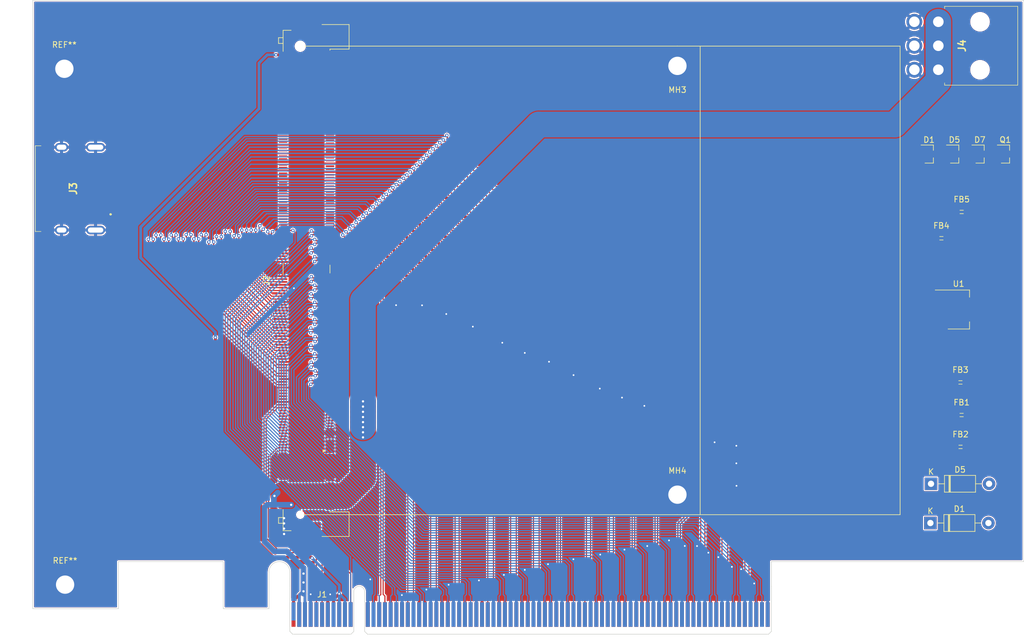
<source format=kicad_pcb>
(kicad_pcb (version 20171130) (host pcbnew "(5.1.7)-1")
  (layers (0 F.Cu signal) (1 In1.Cu signal) (2 In2.Cu signal) (31 B.Cu signal) (34 B.Paste user) (35 F.Paste user) (36 B.SilkS user) (37 F.SilkS user) (38 B.Mask user) (39 F.Mask user) (44 Edge.Cuts user))
  (net 0 "")
  (net 1 +12V)
  (net 2 GND)
  (net 3 +3V3)
  (net 4 "Net-(J1-PadB9)")
  (net 5 "Net-(J1-PadA1)")
  (net 6 "Net-(J1-PadB12)")
  (net 7 "Net-(J1-PadA5)")
  (net 8 "Net-(J1-PadA6)")
  (net 9 "Net-(J1-PadA7)")
  (net 10 "Net-(J1-PadA8)")
  (net 11 +5V)
  (net 12 "Net-(J2-Pad281)")
  (net 13 "Net-(J2-Pad274)")
  (net 14 "Net-(J2-Pad272)")
  (net 15 "Net-(J2-Pad270)")
  (net 16 "Net-(J2-Pad249)")
  (net 17 "Net-(J2-Pad247)")
  (net 18 "Net-(J2-Pad245)")
  (net 19 "Net-(J2-Pad243)")
  (net 20 "Net-(J2-Pad242)")
  (net 21 "Net-(J2-Pad241)")
  (net 22 "Net-(J2-Pad240)")
  (net 23 "Net-(J2-Pad239)")
  (net 24 "Net-(J2-Pad238)")
  (net 25 "Net-(J2-Pad237)")
  (net 26 "Net-(J2-Pad235)")
  (net 27 "Net-(J2-Pad234)")
  (net 28 "Net-(J2-Pad233)")
  (net 29 "Net-(J2-Pad231)")
  (net 30 "Net-(J2-Pad229)")
  (net 31 "Net-(J2-Pad227)")
  (net 32 "Net-(J2-Pad225)")
  (net 33 "Net-(J2-Pad223)")
  (net 34 "Net-(J2-Pad219)")
  (net 35 "Net-(J2-Pad217)")
  (net 36 "Net-(J2-Pad213)")
  (net 37 "Net-(J2-Pad211)")
  (net 38 "Net-(J2-Pad207)")
  (net 39 "Net-(J2-Pad205)")
  (net 40 "Net-(J2-Pad201)")
  (net 41 "Net-(J2-Pad199)")
  (net 42 "Net-(J2-Pad195)")
  (net 43 "Net-(J2-Pad193)")
  (net 44 "Net-(J2-Pad189)")
  (net 45 "Net-(J2-Pad187)")
  (net 46 "Net-(J2-Pad184)")
  (net 47 "Net-(J2-Pad183)")
  (net 48 "Net-(J2-Pad182)")
  (net 49 "Net-(J2-Pad181)")
  (net 50 "Net-(J2-Pad177)")
  (net 51 "Net-(J2-Pad175)")
  (net 52 "Net-(J2-Pad171)")
  (net 53 "Net-(J2-Pad169)")
  (net 54 "Net-(J2-Pad167)")
  (net 55 "Net-(J2-Pad165)")
  (net 56 "Net-(J2-Pad163)")
  (net 57 "Net-(J2-Pad161)")
  (net 58 "Net-(J2-Pad160)")
  (net 59 "Net-(J2-Pad159)")
  (net 60 "Net-(J2-Pad158)")
  (net 61 "Net-(J2-Pad45)")
  (net 62 "Net-(J2-Pad44)")
  (net 63 "Net-(J2-Pad43)")
  (net 64 "Net-(J2-Pad42)")
  (net 65 "Net-(J2-Pad41)")
  (net 66 "Net-(J2-Pad40)")
  (net 67 "Net-(J2-Pad39)")
  (net 68 "Net-(J2-Pad38)")
  (net 69 "Net-(J2-Pad30)")
  (net 70 "Net-(J2-Pad28)")
  (net 71 "Net-(J2-Pad27)")
  (net 72 "Net-(J2-Pad26)")
  (net 73 "Net-(J2-Pad25)")
  (net 74 "Net-(J2-Pad23)")
  (net 75 "Net-(J2-Pad22)")
  (net 76 "Net-(J2-Pad19)")
  (net 77 "Net-(J2-Pad18)")
  (net 78 "Net-(J2-Pad16)")
  (net 79 "Net-(J2-Pad14)")
  (net 80 "Net-(J2-Pad12)")
  (net 81 "Net-(J2-Pad10)")
  (net 82 "Net-(J2-Pad6)")
  (net 83 "Net-(C1-Pad1)")
  (net 84 "Net-(D5-Pad2)")
  (net 85 C4)
  (net 86 "Net-(FB1-Pad1)")
  (net 87 "Net-(FB2-Pad1)")
  (net 88 VGA_VS)
  (net 89 C3)
  (net 90 "Net-(FB3-Pad1)")
  (net 91 "Net-(FB4-Pad1)")
  (net 92 C2)
  (net 93 "Net-(FB5-Pad2)")
  (net 94 C1)
  (net 95 "Net-(J1-PadA33)")
  (net 96 "Net-(J1-PadB48)")
  (net 97 /PET7_N)
  (net 98 /PET7_P)
  (net 99 /PET6_N)
  (net 100 /PET6_P)
  (net 101 /PET5_N)
  (net 102 /PET5_P)
  (net 103 /PET4_N)
  (net 104 /PET4_P)
  (net 105 "Net-(J1-PadA32)")
  (net 106 "Net-(J1-PadA19)")
  (net 107 "Net-(J1-PadB31)")
  (net 108 "Net-(J1-PadB30)")
  (net 109 /PET3_N)
  (net 110 /PET3_P)
  (net 111 /PET2_N)
  (net 112 /PET2_P)
  (net 113 /PET1_N)
  (net 114 /PET1_P)
  (net 115 /PET0_P)
  (net 116 /PET0_N)
  (net 117 /PET8_P)
  (net 118 /PET8_N)
  (net 119 /PET9_P)
  (net 120 /PET9_N)
  (net 121 /PET10_P)
  (net 122 /PET10_N)
  (net 123 /PET11_P)
  (net 124 /PET11_N)
  (net 125 /PET12_P)
  (net 126 /PET12_N)
  (net 127 /PET13_P)
  (net 128 /PET13_N)
  (net 129 /PET14_P)
  (net 130 /PET14_N)
  (net 131 /PET15_P)
  (net 132 /PET15_N)
  (net 133 "Net-(J1-PadB81)")
  (net 134 "Net-(J1-PadB82)")
  (net 135 "Net-(J1-PadA50)")
  (net 136 "Net-(C4-Pad1)")
  (net 137 "Net-(C5-Pad1)")
  (net 138 "Net-(C6-Pad1)")
  (net 139 "Net-(C7-Pad1)")
  (net 140 "Net-(C8-Pad1)")
  (net 141 "Net-(C9-Pad1)")
  (net 142 "Net-(C10-Pad1)")
  (net 143 "Net-(C11-Pad1)")
  (net 144 "Net-(C12-Pad1)")
  (net 145 "Net-(C13-Pad1)")
  (net 146 CEC)
  (net 147 /PER5_N)
  (net 148 /PER5_P)
  (net 149 /PER4_N)
  (net 150 /PER4_P)
  (net 151 /PER3_N)
  (net 152 /PER3_P)
  (net 153 /PER2_N)
  (net 154 /PER2_P)
  (net 155 /PER1_N)
  (net 156 /PER1_P)
  (net 157 /PER0_P)
  (net 158 /PER0_N)
  (net 159 /PER6_P)
  (net 160 /PER6_N)
  (net 161 /PER7_P)
  (net 162 /PER7_N)
  (net 163 /PER8_P)
  (net 164 /PER8_N)
  (net 165 /PER9_P)
  (net 166 /PER9_N)
  (net 167 /PER10_P)
  (net 168 /PER10_N)
  (net 169 /PER11_P)
  (net 170 /PER11_N)
  (net 171 /PER12_P)
  (net 172 /PER12_N)
  (net 173 /PER13_P)
  (net 174 /PER13_N)
  (net 175 /PER14_P)
  (net 176 /PER14_N)
  (net 177 /PER15_P)
  (net 178 /PER15_N)
  (net 179 "Net-(C14-Pad2)")
  (net 180 "Net-(D7-Pad1)")
  (net 181 /SMCLK)
  (net 182 /SMDAT)
  (net 183 +3.3VA)
  (net 184 /WAKE)
  (net 185 /PERST)
  (net 186 /REFCLK_N)
  (net 187 /REFCLK_P)
  (net 188 /DP_A_HPD)
  (net 189 "Net-(J2-Pad266)")
  (net 190 "Net-(J2-Pad264)")
  (net 191 "Net-(J2-Pad260)")
  (net 192 "Net-(J2-Pad258)")
  (net 193 "Net-(J2-Pad254)")
  (net 194 "Net-(J2-Pad252)")
  (net 195 "Net-(J2-Pad248)")
  (net 196 "Net-(J2-Pad246)")
  (net 197 /DP_D_HPD)
  (net 198 /DP_D_AUX)
  (net 199 /DP_D_AUX#)
  (net 200 /DP_D_L3)
  (net 201 /DP_D_L3#)
  (net 202 /D0_P)
  (net 203 /D0_N)
  (net 204 /D1_P)
  (net 205 /D1_N)
  (net 206 /D2_P)
  (net 207 /D2_N)
  (net 208 /CK_P)
  (net 209 /CK_N)
  (net 210 "Net-(J2-Pad154)")
  (net 211 /TMDS_SCL)
  (net 212 /TMDS_SDA)
  (net 213 /TMDS_HPD)
  (net 214 TH_PWM)
  (net 215 /VGA_DISABLE#)
  (net 216 /TH_OVERT#)
  (net 217 Enable)
  (net 218 /PRSNT_R#)
  (net 219 "Net-(J3-Pad14)")
  (module SamacSys_Parts:2086581081 (layer F.Cu) (at 76.0476 69.6214 270)
    (fp_text reference J3 (at 0 -0.563 90) (layer F.SilkS) (effects (font (size 1.27 1.27) (thickness 0.254))))
    (fp_text value 208658-1081 hide)
    (pad MH4 thru_hole oval (at 7.25 1.485 270) (size 1.5 2.3) (drill oval 0.9 1.7) (layers *.Cu *.Mask) (net 2 GND))
    (pad MH3 thru_hole oval (at -7.25 1.485 270) (size 1.5 2.3) (drill oval 0.9 1.7) (layers *.Cu *.Mask) (net 2 GND))
    (pad MH2 thru_hole oval (at 7.25 -4.475 270) (size 1.5 3.3) (drill oval 0.9 2.7) (layers *.Cu *.Mask) (net 2 GND))
    (pad MH1 thru_hole oval (at -7.25 -4.475 270) (size 1.5 3.3) (drill oval 0.9 2.7) (layers *.Cu *.Mask) (net 2 GND))
    (pad 19 smd rect (at -4.5 -5.235 270) (size 0.3 2.6) (layers F.Cu F.Paste F.Mask) (net 213 /TMDS_HPD))
    (pad 18 smd rect (at -4 -5.235 270) (size 0.3 2.6) (layers F.Cu F.Paste F.Mask) (net 11 +5V))
    (pad 17 smd rect (at -3.5 -5.235 270) (size 0.3 2.6) (layers F.Cu F.Paste F.Mask) (net 2 GND))
    (pad 16 smd rect (at -3 -5.235 270) (size 0.3 2.6) (layers F.Cu F.Paste F.Mask) (net 212 /TMDS_SDA))
    (pad 15 smd rect (at -2.5 -5.235 270) (size 0.3 2.6) (layers F.Cu F.Paste F.Mask) (net 211 /TMDS_SCL))
    (pad 14 smd rect (at -2 -5.235 270) (size 0.3 2.6) (layers F.Cu F.Paste F.Mask) (net 219 "Net-(J3-Pad14)"))
    (pad 13 smd rect (at -1.5 -5.235 270) (size 0.3 2.6) (layers F.Cu F.Paste F.Mask) (net 146 CEC))
    (pad 12 smd rect (at -1 -5.235 270) (size 0.3 2.6) (layers F.Cu F.Paste F.Mask) (net 209 /CK_N))
    (pad 11 smd rect (at -0.5 -5.235 270) (size 0.3 2.6) (layers F.Cu F.Paste F.Mask) (net 2 GND))
    (pad 10 smd rect (at 0 -5.235 270) (size 0.3 2.6) (layers F.Cu F.Paste F.Mask) (net 208 /CK_P))
    (pad 9 smd rect (at 0.5 -5.235 270) (size 0.3 2.6) (layers F.Cu F.Paste F.Mask) (net 203 /D0_N))
    (pad 8 smd rect (at 1 -5.235 270) (size 0.3 2.6) (layers F.Cu F.Paste F.Mask) (net 2 GND))
    (pad 7 smd rect (at 1.5 -5.235 270) (size 0.3 2.6) (layers F.Cu F.Paste F.Mask) (net 202 /D0_P))
    (pad 6 smd rect (at 2 -5.235 270) (size 0.3 2.6) (layers F.Cu F.Paste F.Mask) (net 205 /D1_N))
    (pad 5 smd rect (at 2.5 -5.235 270) (size 0.3 2.6) (layers F.Cu F.Paste F.Mask) (net 2 GND))
    (pad 4 smd rect (at 3 -5.235 270) (size 0.3 2.6) (layers F.Cu F.Paste F.Mask) (net 204 /D1_P))
    (pad 3 smd rect (at 3.5 -5.235 270) (size 0.3 2.6) (layers F.Cu F.Paste F.Mask) (net 207 /D2_N))
    (pad 2 smd rect (at 4 -5.235 270) (size 0.3 2.6) (layers F.Cu F.Paste F.Mask) (net 2 GND))
    (pad 1 smd rect (at 4.5 -5.235 270) (size 0.3 2.6) (layers F.Cu F.Paste F.Mask) (net 206 /D2_P))
  )
  (module Connector_PCBEdge:BUS_PCIexpress_x16 (layer F.Cu) (at 115.1702 144.1704)
    (fp_text reference J1 (at 5 -3.5) (layer F.SilkS))
    (fp_text value Bus_PCI_Express_x16)
    (fp_line (start 10.55 -4) (end 10.55 2.95) (layer Edge.Cuts) (width 0.1))
    (fp_line (start 12.45 -4) (end 12.45 2.95) (layer Edge.Cuts) (width 0.1))
    (fp_line (start -0.65 -4.95) (end -0.65 2.95) (layer Edge.Cuts) (width 0.1))
    (fp_line (start -0.15 3.45) (end 10.05 3.45) (layer Edge.Cuts) (width 0.1))
    (fp_line (start 83.65 -4.95) (end 83.65 2.95) (layer Edge.Cuts) (width 0.1))
    (fp_line (start 12.95 3.45) (end 83.15 3.45) (layer Edge.Cuts) (width 0.1))
    (fp_line (start -0.65 2.95) (end -0.15 3.45) (layer Edge.Cuts) (width 0.1))
    (fp_line (start 10.55 2.95) (end 10.05 3.45) (layer Edge.Cuts) (width 0.1))
    (fp_line (start 12.45 2.95) (end 12.95 3.45) (layer Edge.Cuts) (width 0.1))
    (fp_line (start 83.65 2.95) (end 83.15 3.45) (layer Edge.Cuts) (width 0.1))
    (fp_arc (start 11.5 -4) (end 12.45 -4) (angle -180) (layer Edge.Cuts) (width 0.1))
    (pad A41 connect rect (at 42 0) (size 0.7 4.3) (layers B.Cu B.Mask) (net 2 GND))
    (pad A40 connect rect (at 41 0) (size 0.7 4.3) (layers B.Cu B.Mask) (net 147 /PER5_N))
    (pad A39 connect rect (at 40 0) (size 0.7 4.3) (layers B.Cu B.Mask) (net 148 /PER5_P))
    (pad A38 connect rect (at 39 0) (size 0.7 4.3) (layers B.Cu B.Mask) (net 2 GND))
    (pad A37 connect rect (at 38 0) (size 0.7 4.3) (layers B.Cu B.Mask) (net 2 GND))
    (pad A36 connect rect (at 37 0) (size 0.7 4.3) (layers B.Cu B.Mask) (net 149 /PER4_N))
    (pad A35 connect rect (at 36 0) (size 0.7 4.3) (layers B.Cu B.Mask) (net 150 /PER4_P))
    (pad A34 connect rect (at 35 0) (size 0.7 4.3) (layers B.Cu B.Mask) (net 2 GND))
    (pad A33 connect rect (at 34 0) (size 0.7 4.3) (layers B.Cu B.Mask) (net 95 "Net-(J1-PadA33)"))
    (pad B49 connect rect (at 50 0) (size 0.7 4.3) (layers F.Cu F.Mask) (net 2 GND))
    (pad B48 connect rect (at 49 0) (size 0.7 4.3) (layers F.Cu F.Mask) (net 96 "Net-(J1-PadB48)"))
    (pad B47 connect rect (at 48 0) (size 0.7 4.3) (layers F.Cu F.Mask) (net 2 GND))
    (pad B46 connect rect (at 47 0) (size 0.7 4.3) (layers F.Cu F.Mask) (net 97 /PET7_N))
    (pad B45 connect rect (at 46 0) (size 0.7 4.3) (layers F.Cu F.Mask) (net 98 /PET7_P))
    (pad B44 connect rect (at 45 0) (size 0.7 4.3) (layers F.Cu F.Mask) (net 2 GND))
    (pad B43 connect rect (at 44 0) (size 0.7 4.3) (layers F.Cu F.Mask) (net 2 GND))
    (pad B42 connect rect (at 43 0) (size 0.7 4.3) (layers F.Cu F.Mask) (net 99 /PET6_N))
    (pad B41 connect rect (at 42 0) (size 0.7 4.3) (layers F.Cu F.Mask) (net 100 /PET6_P))
    (pad B40 connect rect (at 41 0) (size 0.7 4.3) (layers F.Cu F.Mask) (net 2 GND))
    (pad B39 connect rect (at 40 0) (size 0.7 4.3) (layers F.Cu F.Mask) (net 2 GND))
    (pad B38 connect rect (at 39 0) (size 0.7 4.3) (layers F.Cu F.Mask) (net 101 /PET5_N))
    (pad B37 connect rect (at 38 0) (size 0.7 4.3) (layers F.Cu F.Mask) (net 102 /PET5_P))
    (pad B36 connect rect (at 37 0) (size 0.7 4.3) (layers F.Cu F.Mask) (net 2 GND))
    (pad B35 connect rect (at 36 0) (size 0.7 4.3) (layers F.Cu F.Mask) (net 2 GND))
    (pad B34 connect rect (at 35 0) (size 0.7 4.3) (layers F.Cu F.Mask) (net 103 /PET4_N))
    (pad B33 connect rect (at 34 0) (size 0.7 4.3) (layers F.Cu F.Mask) (net 104 /PET4_P))
    (pad A32 connect rect (at 33 0) (size 0.7 4.3) (layers B.Cu B.Mask) (net 105 "Net-(J1-PadA32)"))
    (pad A31 connect rect (at 32 0) (size 0.7 4.3) (layers B.Cu B.Mask) (net 2 GND))
    (pad A30 connect rect (at 31 0) (size 0.7 4.3) (layers B.Cu B.Mask) (net 151 /PER3_N))
    (pad A29 connect rect (at 30 0) (size 0.7 4.3) (layers B.Cu B.Mask) (net 152 /PER3_P))
    (pad A28 connect rect (at 29 0) (size 0.7 4.3) (layers B.Cu B.Mask) (net 2 GND))
    (pad A27 connect rect (at 28 0) (size 0.7 4.3) (layers B.Cu B.Mask) (net 2 GND))
    (pad A26 connect rect (at 27 0) (size 0.7 4.3) (layers B.Cu B.Mask) (net 153 /PER2_N))
    (pad A25 connect rect (at 26 0) (size 0.7 4.3) (layers B.Cu B.Mask) (net 154 /PER2_P))
    (pad A24 connect rect (at 25 0) (size 0.7 4.3) (layers B.Cu B.Mask) (net 2 GND))
    (pad A23 connect rect (at 24 0) (size 0.7 4.3) (layers B.Cu B.Mask) (net 2 GND))
    (pad A22 connect rect (at 23 0) (size 0.7 4.3) (layers B.Cu B.Mask) (net 155 /PER1_N))
    (pad A21 connect rect (at 22 0) (size 0.7 4.3) (layers B.Cu B.Mask) (net 156 /PER1_P))
    (pad A20 connect rect (at 21 0) (size 0.7 4.3) (layers B.Cu B.Mask) (net 2 GND))
    (pad A19 connect rect (at 20 0) (size 0.7 4.3) (layers B.Cu B.Mask) (net 106 "Net-(J1-PadA19)"))
    (pad B32 connect rect (at 33 0) (size 0.7 4.3) (layers F.Cu F.Mask) (net 2 GND))
    (pad B31 connect rect (at 32 0) (size 0.7 4.3) (layers F.Cu F.Mask) (net 107 "Net-(J1-PadB31)"))
    (pad B30 connect rect (at 31 0) (size 0.7 4.3) (layers F.Cu F.Mask) (net 108 "Net-(J1-PadB30)"))
    (pad B29 connect rect (at 30 0) (size 0.7 4.3) (layers F.Cu F.Mask) (net 2 GND))
    (pad B28 connect rect (at 29 0) (size 0.7 4.3) (layers F.Cu F.Mask) (net 109 /PET3_N))
    (pad B27 connect rect (at 28 0) (size 0.7 4.3) (layers F.Cu F.Mask) (net 110 /PET3_P))
    (pad B26 connect rect (at 27 0) (size 0.7 4.3) (layers F.Cu F.Mask) (net 2 GND))
    (pad B25 connect rect (at 26 0) (size 0.7 4.3) (layers F.Cu F.Mask) (net 2 GND))
    (pad B24 connect rect (at 25 0) (size 0.7 4.3) (layers F.Cu F.Mask) (net 111 /PET2_N))
    (pad B23 connect rect (at 24 0) (size 0.7 4.3) (layers F.Cu F.Mask) (net 112 /PET2_P))
    (pad B22 connect rect (at 23 0) (size 0.7 4.3) (layers F.Cu F.Mask) (net 2 GND))
    (pad B21 connect rect (at 22 0) (size 0.7 4.3) (layers F.Cu F.Mask) (net 2 GND))
    (pad B20 connect rect (at 21 0) (size 0.7 4.3) (layers F.Cu F.Mask) (net 113 /PET1_N))
    (pad B19 connect rect (at 20 0) (size 0.7 4.3) (layers F.Cu F.Mask) (net 114 /PET1_P))
    (pad B1 connect rect (at 0 0) (size 0.7 4.3) (layers F.Cu F.Mask) (net 1 +12V))
    (pad B2 connect rect (at 1 0) (size 0.7 4.3) (layers F.Cu F.Mask) (net 1 +12V))
    (pad B3 connect rect (at 2 0) (size 0.7 4.3) (layers F.Cu F.Mask) (net 1 +12V))
    (pad B4 connect rect (at 3 0) (size 0.7 4.3) (layers F.Cu F.Mask) (net 2 GND))
    (pad B5 connect rect (at 4 0) (size 0.7 4.3) (layers F.Cu F.Mask) (net 181 /SMCLK))
    (pad B6 connect rect (at 5 0) (size 0.7 4.3) (layers F.Cu F.Mask) (net 182 /SMDAT))
    (pad B7 connect rect (at 6 0) (size 0.7 4.3) (layers F.Cu F.Mask) (net 2 GND))
    (pad B8 connect rect (at 7 0) (size 0.7 4.3) (layers F.Cu F.Mask) (net 3 +3V3))
    (pad B9 connect rect (at 8 0) (size 0.7 4.3) (layers F.Cu F.Mask) (net 4 "Net-(J1-PadB9)"))
    (pad B10 connect rect (at 9 0) (size 0.7 4.3) (layers F.Cu F.Mask) (net 183 +3.3VA))
    (pad B11 connect rect (at 10 0) (size 0.7 4.3) (layers F.Cu F.Mask) (net 184 /WAKE))
    (pad B14 connect rect (at 15 0) (size 0.7 4.3) (layers F.Cu F.Mask) (net 115 /PET0_P))
    (pad B15 connect rect (at 16 0) (size 0.7 4.3) (layers F.Cu F.Mask) (net 116 /PET0_N))
    (pad B16 connect rect (at 17 0) (size 0.7 4.3) (layers F.Cu F.Mask) (net 2 GND))
    (pad B17 connect rect (at 18 0) (size 0.7 4.3) (layers F.Cu F.Mask) (net 5 "Net-(J1-PadA1)"))
    (pad B18 connect rect (at 19 0) (size 0.7 4.3) (layers F.Cu F.Mask) (net 2 GND))
    (pad B12 connect rect (at 13 0) (size 0.7 4.3) (layers F.Cu F.Mask) (net 6 "Net-(J1-PadB12)"))
    (pad B13 connect rect (at 14 0) (size 0.7 4.3) (layers F.Cu F.Mask) (net 2 GND))
    (pad A1 connect rect (at 0 -0.55) (size 0.7 3.2) (layers B.Cu B.Mask) (net 5 "Net-(J1-PadA1)"))
    (pad A2 connect rect (at 1 0) (size 0.7 4.3) (layers B.Cu B.Mask) (net 1 +12V))
    (pad A3 connect rect (at 2 0) (size 0.7 4.3) (layers B.Cu B.Mask) (net 1 +12V))
    (pad A4 connect rect (at 3 0) (size 0.7 4.3) (layers B.Cu B.Mask) (net 2 GND))
    (pad A5 connect rect (at 4 0) (size 0.7 4.3) (layers B.Cu B.Mask) (net 7 "Net-(J1-PadA5)"))
    (pad A6 connect rect (at 5 0) (size 0.7 4.3) (layers B.Cu B.Mask) (net 8 "Net-(J1-PadA6)"))
    (pad A7 connect rect (at 6 0) (size 0.7 4.3) (layers B.Cu B.Mask) (net 9 "Net-(J1-PadA7)"))
    (pad A8 connect rect (at 7 0) (size 0.7 4.3) (layers B.Cu B.Mask) (net 10 "Net-(J1-PadA8)"))
    (pad A9 connect rect (at 8 0) (size 0.7 4.3) (layers B.Cu B.Mask) (net 3 +3V3))
    (pad A10 connect rect (at 9 0) (size 0.7 4.3) (layers B.Cu B.Mask) (net 3 +3V3))
    (pad A11 connect rect (at 10 0) (size 0.7 4.3) (layers B.Cu B.Mask) (net 185 /PERST))
    (pad A14 connect rect (at 15 0) (size 0.7 4.3) (layers B.Cu B.Mask) (net 186 /REFCLK_N))
    (pad A15 connect rect (at 16 0) (size 0.7 4.3) (layers B.Cu B.Mask) (net 2 GND))
    (pad A16 connect rect (at 17 0) (size 0.7 4.3) (layers B.Cu B.Mask) (net 157 /PER0_P))
    (pad A17 connect rect (at 18 0) (size 0.7 4.3) (layers B.Cu B.Mask) (net 158 /PER0_N))
    (pad A18 connect rect (at 19 0) (size 0.7 4.3) (layers B.Cu B.Mask) (net 2 GND))
    (pad A12 connect rect (at 13 0) (size 0.7 4.3) (layers B.Cu B.Mask) (net 2 GND))
    (pad A13 connect rect (at 14 0) (size 0.7 4.3) (layers B.Cu B.Mask) (net 187 /REFCLK_P))
    (pad A42 connect rect (at 43 0) (size 0.7 4.3) (layers B.Cu B.Mask) (net 2 GND))
    (pad A43 connect rect (at 44 0) (size 0.7 4.3) (layers B.Cu B.Mask) (net 159 /PER6_P))
    (pad A44 connect rect (at 45 0) (size 0.7 4.3) (layers B.Cu B.Mask) (net 160 /PER6_N))
    (pad A45 connect rect (at 46 0) (size 0.7 4.3) (layers B.Cu B.Mask) (net 2 GND))
    (pad A46 connect rect (at 47 0) (size 0.7 4.3) (layers B.Cu B.Mask) (net 2 GND))
    (pad A47 connect rect (at 48 0) (size 0.7 4.3) (layers B.Cu B.Mask) (net 161 /PER7_P))
    (pad A48 connect rect (at 49 0) (size 0.7 4.3) (layers B.Cu B.Mask) (net 162 /PER7_N))
    (pad A49 connect rect (at 50 0) (size 0.7 4.3) (layers B.Cu B.Mask) (net 2 GND))
    (pad B50 connect rect (at 51 0) (size 0.7 4.3) (layers F.Cu F.Mask) (net 117 /PET8_P))
    (pad B51 connect rect (at 52 0) (size 0.7 4.3) (layers F.Cu F.Mask) (net 118 /PET8_N))
    (pad B52 connect rect (at 53 0) (size 0.7 4.3) (layers F.Cu F.Mask) (net 2 GND))
    (pad B53 connect rect (at 54 0) (size 0.7 4.3) (layers F.Cu F.Mask) (net 2 GND))
    (pad B54 connect rect (at 55 0) (size 0.7 4.3) (layers F.Cu F.Mask) (net 119 /PET9_P))
    (pad B55 connect rect (at 56 0) (size 0.7 4.3) (layers F.Cu F.Mask) (net 120 /PET9_N))
    (pad B56 connect rect (at 57 0) (size 0.7 4.3) (layers F.Cu F.Mask) (net 2 GND))
    (pad B57 connect rect (at 58 0) (size 0.7 4.3) (layers F.Cu F.Mask) (net 2 GND))
    (pad B58 connect rect (at 59 0) (size 0.7 4.3) (layers F.Cu F.Mask) (net 121 /PET10_P))
    (pad B59 connect rect (at 60 0) (size 0.7 4.3) (layers F.Cu F.Mask) (net 122 /PET10_N))
    (pad B60 connect rect (at 61 0) (size 0.7 4.3) (layers F.Cu F.Mask) (net 2 GND))
    (pad B61 connect rect (at 62 0) (size 0.7 4.3) (layers F.Cu F.Mask) (net 2 GND))
    (pad B62 connect rect (at 63 0) (size 0.7 4.3) (layers F.Cu F.Mask) (net 123 /PET11_P))
    (pad B63 connect rect (at 64 0) (size 0.7 4.3) (layers F.Cu F.Mask) (net 124 /PET11_N))
    (pad B64 connect rect (at 65 0) (size 0.7 4.3) (layers F.Cu F.Mask) (net 2 GND))
    (pad B65 connect rect (at 66 0) (size 0.7 4.3) (layers F.Cu F.Mask) (net 2 GND))
    (pad B66 connect rect (at 67 0) (size 0.7 4.3) (layers F.Cu F.Mask) (net 125 /PET12_P))
    (pad B67 connect rect (at 68 0) (size 0.7 4.3) (layers F.Cu F.Mask) (net 126 /PET12_N))
    (pad B68 connect rect (at 69 0) (size 0.7 4.3) (layers F.Cu F.Mask) (net 2 GND))
    (pad B69 connect rect (at 70 0) (size 0.7 4.3) (layers F.Cu F.Mask) (net 2 GND))
    (pad B70 connect rect (at 71 0) (size 0.7 4.3) (layers F.Cu F.Mask) (net 127 /PET13_P))
    (pad B71 connect rect (at 72 0) (size 0.7 4.3) (layers F.Cu F.Mask) (net 128 /PET13_N))
    (pad B72 connect rect (at 73 0) (size 0.7 4.3) (layers F.Cu F.Mask) (net 2 GND))
    (pad B73 connect rect (at 74 0) (size 0.7 4.3) (layers F.Cu F.Mask) (net 2 GND))
    (pad B74 connect rect (at 75 0) (size 0.7 4.3) (layers F.Cu F.Mask) (net 129 /PET14_P))
    (pad B75 connect rect (at 76 0) (size 0.7 4.3) (layers F.Cu F.Mask) (net 130 /PET14_N))
    (pad B76 connect rect (at 77 0) (size 0.7 4.3) (layers F.Cu F.Mask) (net 2 GND))
    (pad B77 connect rect (at 78 0) (size 0.7 4.3) (layers F.Cu F.Mask) (net 2 GND))
    (pad B78 connect rect (at 79 0) (size 0.7 4.3) (layers F.Cu F.Mask) (net 131 /PET15_P))
    (pad B79 connect rect (at 80 0) (size 0.7 4.3) (layers F.Cu F.Mask) (net 132 /PET15_N))
    (pad B80 connect rect (at 81 0) (size 0.7 4.3) (layers F.Cu F.Mask) (net 2 GND))
    (pad B81 connect rect (at 82 -0.55) (size 0.7 3.2) (layers F.Cu F.Mask) (net 133 "Net-(J1-PadB81)"))
    (pad B82 connect rect (at 83 0) (size 0.7 4.3) (layers F.Cu F.Mask) (net 134 "Net-(J1-PadB82)"))
    (pad A50 connect rect (at 51 0) (size 0.7 4.3) (layers B.Cu B.Mask) (net 135 "Net-(J1-PadA50)"))
    (pad A51 connect rect (at 52 0) (size 0.7 4.3) (layers B.Cu B.Mask) (net 2 GND))
    (pad A52 connect rect (at 53 0) (size 0.7 4.3) (layers B.Cu B.Mask) (net 163 /PER8_P))
    (pad A53 connect rect (at 54 0) (size 0.7 4.3) (layers B.Cu B.Mask) (net 164 /PER8_N))
    (pad A54 connect rect (at 55 0) (size 0.7 4.3) (layers B.Cu B.Mask) (net 2 GND))
    (pad A55 connect rect (at 56 0) (size 0.7 4.3) (layers B.Cu B.Mask) (net 2 GND))
    (pad A56 connect rect (at 57 0) (size 0.7 4.3) (layers B.Cu B.Mask) (net 165 /PER9_P))
    (pad A57 connect rect (at 58 0) (size 0.7 4.3) (layers B.Cu B.Mask) (net 166 /PER9_N))
    (pad A58 connect rect (at 59 0) (size 0.7 4.3) (layers B.Cu B.Mask) (net 2 GND))
    (pad A59 connect rect (at 60 0) (size 0.7 4.3) (layers B.Cu B.Mask) (net 2 GND))
    (pad A60 connect rect (at 61 0) (size 0.7 4.3) (layers B.Cu B.Mask) (net 167 /PER10_P))
    (pad A61 connect rect (at 62 0) (size 0.7 4.3) (layers B.Cu B.Mask) (net 168 /PER10_N))
    (pad A62 connect rect (at 63 0) (size 0.7 4.3) (layers B.Cu B.Mask) (net 2 GND))
    (pad A63 connect rect (at 64 0) (size 0.7 4.3) (layers B.Cu B.Mask) (net 2 GND))
    (pad A64 connect rect (at 65 0) (size 0.7 4.3) (layers B.Cu B.Mask) (net 169 /PER11_P))
    (pad A65 connect rect (at 66 0) (size 0.7 4.3) (layers B.Cu B.Mask) (net 170 /PER11_N))
    (pad A66 connect rect (at 67 0) (size 0.7 4.3) (layers B.Cu B.Mask) (net 2 GND))
    (pad A67 connect rect (at 68 0) (size 0.7 4.3) (layers B.Cu B.Mask) (net 2 GND))
    (pad A68 connect rect (at 69 0) (size 0.7 4.3) (layers B.Cu B.Mask) (net 171 /PER12_P))
    (pad A69 connect rect (at 70 0) (size 0.7 4.3) (layers B.Cu B.Mask) (net 172 /PER12_N))
    (pad A70 connect rect (at 71 0) (size 0.7 4.3) (layers B.Cu B.Mask) (net 2 GND))
    (pad A71 connect rect (at 72 0) (size 0.7 4.3) (layers B.Cu B.Mask) (net 2 GND))
    (pad A72 connect rect (at 73 0) (size 0.7 4.3) (layers B.Cu B.Mask) (net 173 /PER13_P))
    (pad A73 connect rect (at 74 0) (size 0.7 4.3) (layers B.Cu B.Mask) (net 174 /PER13_N))
    (pad A74 connect rect (at 75 0) (size 0.7 4.3) (layers B.Cu B.Mask) (net 2 GND))
    (pad A75 connect rect (at 76 0) (size 0.7 4.3) (layers B.Cu B.Mask) (net 2 GND))
    (pad A76 connect rect (at 77 0) (size 0.7 4.3) (layers B.Cu B.Mask) (net 175 /PER14_P))
    (pad A77 connect rect (at 78 0) (size 0.7 4.3) (layers B.Cu B.Mask) (net 176 /PER14_N))
    (pad A78 connect rect (at 79 0) (size 0.7 4.3) (layers B.Cu B.Mask) (net 2 GND))
    (pad A79 connect rect (at 80 0) (size 0.7 4.3) (layers B.Cu B.Mask) (net 2 GND))
    (pad A80 connect rect (at 81 0) (size 0.7 4.3) (layers B.Cu B.Mask) (net 177 /PER15_P))
    (pad A81 connect rect (at 82 0) (size 0.7 4.3) (layers B.Cu B.Mask) (net 178 /PER15_N))
    (pad A82 connect rect (at 83 0) (size 0.7 4.3) (layers B.Cu B.Mask) (net 2 GND))
  )
  (module MountingHole:MountingHole_3.2mm_M3_Pad (layer F.Cu) (at 75.184 138.938)
    (fp_text reference REF** (at 0 -4.2) (layer F.SilkS))
    (fp_text value MountingHole_3.2mm_M3_Pad)
    (pad 1 thru_hole circle (at 0 0) (size 6.4 6.4) (drill 3.2) (layers *.Cu *.Mask) (net 2 GND))
  )
  (module MountingHole:MountingHole_3.2mm_M3_Pad (layer F.Cu) (at 75.057 48.641)
    (fp_text reference REF** (at 0 -4.2) (layer F.SilkS))
    (fp_text value MountingHole_3.2mm_M3_Pad)
    (pad 1 thru_hole circle (at 0 0) (size 6.4 6.4) (drill 3.2) (layers *.Cu *.Mask) (net 2 GND))
  )
  (module MountingHole:MountingHole_3.2mm_M3_Pad (layer F.Cu) (at 182.372 48.133 180)
    (fp_text reference MH3 (at 0 -4.2) (layer F.SilkS))
    (fp_text value MountingHole_3.2mm_M3_Pad)
    (pad 1 thru_hole circle (at 0 0 180) (size 6.4 6.4) (drill 3.2) (layers *.Cu *.Mask) (net 2 GND))
  )
  (module MountingHole:MountingHole_3.2mm_M3_Pad (layer F.Cu) (at 182.372 123.19)
    (fp_text reference MH4 (at 0 -4.2) (layer F.SilkS))
    (fp_text value MountingHole_3.2mm_M3_Pad)
    (pad 1 thru_hole circle (at 0 0) (size 6.4 6.4) (drill 3.2) (layers *.Cu *.Mask) (net 2 GND))
  )
  (module Connector_JAE:JAE_MM70-314-310B1 (layer F.Cu) (at 117.4496 85.6996 90)
    (fp_text reference J2 (at 0 -7 90) (layer F.SilkS))
    (fp_text value MXM3.0)
    (pad E4 smd rect (at -32.5 -4.1 90) (size 4.8 1.5) (layers F.Cu F.Paste F.Mask) (net 2 GND))
    (pad E2 smd rect (at -37.5 -4.1 90) (size 4.8 1.5) (layers F.Cu F.Paste F.Mask) (net 1 +12V))
    (pad E3 smd rect (at -32.75 4.1 90) (size 4.8 1.5) (layers F.Cu F.Paste F.Mask) (net 2 GND))
    (pad E1 smd rect (at -37.75 4.1 90) (size 4.8 1.5) (layers F.Cu F.Paste F.Mask) (net 1 +12V))
    (pad 280 smd rect (at 39.5 -4.1 90) (size 0.8 1.5) (layers F.Cu F.Paste F.Mask) (net 3 +3V3))
    (pad 281 smd rect (at 40 4.1 90) (size 0.3 1.5) (layers F.Cu F.Paste F.Mask) (net 12 "Net-(J2-Pad281)"))
    (pad 279 smd rect (at 39.5 4.1 90) (size 0.3 1.5) (layers F.Cu F.Paste F.Mask) (net 136 "Net-(C4-Pad1)"))
    (pad 278 smd rect (at 39.5 -4.1 90) (size 0.8 1.5) (layers F.Cu F.Paste F.Mask) (net 3 +3V3))
    (pad 277 smd rect (at 39 4.1 90) (size 0.3 1.5) (layers F.Cu F.Paste F.Mask) (net 137 "Net-(C5-Pad1)"))
    (pad 276 smd rect (at 38.75 -4.1 90) (size 0.3 1.5) (layers F.Cu F.Paste F.Mask) (net 188 /DP_A_HPD))
    (pad 275 smd rect (at 38.5 4.1 90) (size 0.3 1.5) (layers F.Cu F.Paste F.Mask) (net 2 GND))
    (pad 274 smd rect (at 38.25 -4.1 90) (size 0.3 1.5) (layers F.Cu F.Paste F.Mask) (net 13 "Net-(J2-Pad274)"))
    (pad 273 smd rect (at 38 4.1 90) (size 0.3 1.5) (layers F.Cu F.Paste F.Mask) (net 138 "Net-(C6-Pad1)"))
    (pad 272 smd rect (at 37.75 -4.1 90) (size 0.3 1.5) (layers F.Cu F.Paste F.Mask) (net 14 "Net-(J2-Pad272)"))
    (pad 271 smd rect (at 37.5 4.1 90) (size 0.3 1.5) (layers F.Cu F.Paste F.Mask) (net 139 "Net-(C7-Pad1)"))
    (pad 270 smd rect (at 37.25 -4.1 90) (size 0.3 1.5) (layers F.Cu F.Paste F.Mask) (net 15 "Net-(J2-Pad270)"))
    (pad 269 smd rect (at 37 4.1 90) (size 0.3 1.5) (layers F.Cu F.Paste F.Mask) (net 2 GND))
    (pad 268 smd rect (at 36.75 -4.1 90) (size 0.3 1.5) (layers F.Cu F.Paste F.Mask) (net 2 GND))
    (pad 267 smd rect (at 36.5 4.1 90) (size 0.3 1.5) (layers F.Cu F.Paste F.Mask) (net 140 "Net-(C8-Pad1)"))
    (pad 266 smd rect (at 36.25 -4.1 90) (size 0.3 1.5) (layers F.Cu F.Paste F.Mask) (net 189 "Net-(J2-Pad266)"))
    (pad 265 smd rect (at 36 4.1 90) (size 0.3 1.5) (layers F.Cu F.Paste F.Mask) (net 141 "Net-(C9-Pad1)"))
    (pad 264 smd rect (at 35.75 -4.1 90) (size 0.3 1.5) (layers F.Cu F.Paste F.Mask) (net 190 "Net-(J2-Pad264)"))
    (pad 263 smd rect (at 35.5 4.1 90) (size 0.3 1.5) (layers F.Cu F.Paste F.Mask) (net 2 GND))
    (pad 262 smd rect (at 35.25 -4.1 90) (size 0.3 1.5) (layers F.Cu F.Paste F.Mask) (net 2 GND))
    (pad 261 smd rect (at 35 4.1 90) (size 0.3 1.5) (layers F.Cu F.Paste F.Mask) (net 142 "Net-(C10-Pad1)"))
    (pad 260 smd rect (at 34.75 -4.1 90) (size 0.3 1.5) (layers F.Cu F.Paste F.Mask) (net 191 "Net-(J2-Pad260)"))
    (pad 259 smd rect (at 34.5 4.1 90) (size 0.3 1.5) (layers F.Cu F.Paste F.Mask) (net 143 "Net-(C11-Pad1)"))
    (pad 258 smd rect (at 34.25 -4.1 90) (size 0.3 1.5) (layers F.Cu F.Paste F.Mask) (net 192 "Net-(J2-Pad258)"))
    (pad 257 smd rect (at 34 4.1 90) (size 0.3 1.5) (layers F.Cu F.Paste F.Mask) (net 2 GND))
    (pad 256 smd rect (at 33.75 -4.1 90) (size 0.3 1.5) (layers F.Cu F.Paste F.Mask) (net 2 GND))
    (pad 255 smd rect (at 33.5 4.1 90) (size 0.3 1.5) (layers F.Cu F.Paste F.Mask) (net 144 "Net-(C12-Pad1)"))
    (pad 254 smd rect (at 33.25 -4.1 90) (size 0.3 1.5) (layers F.Cu F.Paste F.Mask) (net 193 "Net-(J2-Pad254)"))
    (pad 253 smd rect (at 33 4.1 90) (size 0.3 1.5) (layers F.Cu F.Paste F.Mask) (net 145 "Net-(C13-Pad1)"))
    (pad 252 smd rect (at 32.75 -4.1 90) (size 0.3 1.5) (layers F.Cu F.Paste F.Mask) (net 194 "Net-(J2-Pad252)"))
    (pad 251 smd rect (at 32.5 4.1 90) (size 0.3 1.5) (layers F.Cu F.Paste F.Mask) (net 2 GND))
    (pad 250 smd rect (at 32.25 -4.1 90) (size 0.3 1.5) (layers F.Cu F.Paste F.Mask) (net 2 GND))
    (pad 249 smd rect (at 32 4.1 90) (size 0.3 1.5) (layers F.Cu F.Paste F.Mask) (net 16 "Net-(J2-Pad249)"))
    (pad 248 smd rect (at 31.75 -4.1 90) (size 0.3 1.5) (layers F.Cu F.Paste F.Mask) (net 195 "Net-(J2-Pad248)"))
    (pad 247 smd rect (at 31.5 4.1 90) (size 0.3 1.5) (layers F.Cu F.Paste F.Mask) (net 17 "Net-(J2-Pad247)"))
    (pad 246 smd rect (at 31.25 -4.1 90) (size 0.3 1.5) (layers F.Cu F.Paste F.Mask) (net 196 "Net-(J2-Pad246)"))
    (pad 245 smd rect (at 31 4.1 90) (size 0.3 1.5) (layers F.Cu F.Paste F.Mask) (net 18 "Net-(J2-Pad245)"))
    (pad 244 smd rect (at 30.75 -4.1 90) (size 0.3 1.5) (layers F.Cu F.Paste F.Mask) (net 2 GND))
    (pad 243 smd rect (at 30.5 4.1 90) (size 0.3 1.5) (layers F.Cu F.Paste F.Mask) (net 19 "Net-(J2-Pad243)"))
    (pad 242 smd rect (at 30.25 -4.1 90) (size 0.3 1.5) (layers F.Cu F.Paste F.Mask) (net 20 "Net-(J2-Pad242)"))
    (pad 241 smd rect (at 30 4.1 90) (size 0.3 1.5) (layers F.Cu F.Paste F.Mask) (net 21 "Net-(J2-Pad241)"))
    (pad 240 smd rect (at 29.75 -4.1 90) (size 0.3 1.5) (layers F.Cu F.Paste F.Mask) (net 22 "Net-(J2-Pad240)"))
    (pad 239 smd rect (at 29.5 4.1 90) (size 0.3 1.5) (layers F.Cu F.Paste F.Mask) (net 23 "Net-(J2-Pad239)"))
    (pad 238 smd rect (at 29.25 -4.1 90) (size 0.3 1.5) (layers F.Cu F.Paste F.Mask) (net 24 "Net-(J2-Pad238)"))
    (pad 237 smd rect (at 29 4.1 90) (size 0.3 1.5) (layers F.Cu F.Paste F.Mask) (net 25 "Net-(J2-Pad237)"))
    (pad 236 smd rect (at 28.75 -4.1 90) (size 0.3 1.5) (layers F.Cu F.Paste F.Mask) (net 197 /DP_D_HPD))
    (pad 235 smd rect (at 28.5 4.1 90) (size 0.3 1.5) (layers F.Cu F.Paste F.Mask) (net 26 "Net-(J2-Pad235)"))
    (pad 234 smd rect (at 28.25 -4.1 90) (size 0.3 1.5) (layers F.Cu F.Paste F.Mask) (net 27 "Net-(J2-Pad234)"))
    (pad 233 smd rect (at 28 4.1 90) (size 0.3 1.5) (layers F.Cu F.Paste F.Mask) (net 28 "Net-(J2-Pad233)"))
    (pad 232 smd rect (at 27.75 -4.1 90) (size 0.3 1.5) (layers F.Cu F.Paste F.Mask) (net 198 /DP_D_AUX))
    (pad 231 smd rect (at 27.5 4.1 90) (size 0.3 1.5) (layers F.Cu F.Paste F.Mask) (net 29 "Net-(J2-Pad231)"))
    (pad 230 smd rect (at 27.25 -4.1 90) (size 0.3 1.5) (layers F.Cu F.Paste F.Mask) (net 199 /DP_D_AUX#))
    (pad 229 smd rect (at 27 4.1 90) (size 0.3 1.5) (layers F.Cu F.Paste F.Mask) (net 30 "Net-(J2-Pad229)"))
    (pad 228 smd rect (at 26.75 -4.1 90) (size 0.3 1.5) (layers F.Cu F.Paste F.Mask) (net 2 GND))
    (pad 227 smd rect (at 26.5 4.1 90) (size 0.3 1.5) (layers F.Cu F.Paste F.Mask) (net 31 "Net-(J2-Pad227)"))
    (pad 226 smd rect (at 26.25 -4.1 90) (size 0.3 1.5) (layers F.Cu F.Paste F.Mask) (net 200 /DP_D_L3))
    (pad 225 smd rect (at 26 4.1 90) (size 0.3 1.5) (layers F.Cu F.Paste F.Mask) (net 32 "Net-(J2-Pad225)"))
    (pad 224 smd rect (at 25.75 -4.1 90) (size 0.3 1.5) (layers F.Cu F.Paste F.Mask) (net 201 /DP_D_L3#))
    (pad 223 smd rect (at 25.5 4.1 90) (size 0.3 1.5) (layers F.Cu F.Paste F.Mask) (net 33 "Net-(J2-Pad223)"))
    (pad 222 smd rect (at 25.25 -4.1 90) (size 0.3 1.5) (layers F.Cu F.Paste F.Mask) (net 2 GND))
    (pad 221 smd rect (at 25 4.1 90) (size 0.3 1.5) (layers F.Cu F.Paste F.Mask) (net 2 GND))
    (pad 220 smd rect (at 24.75 -4.1 90) (size 0.3 1.5) (layers F.Cu F.Paste F.Mask) (net 200 /DP_D_L3))
    (pad 219 smd rect (at 24.5 4.1 90) (size 0.3 1.5) (layers F.Cu F.Paste F.Mask) (net 34 "Net-(J2-Pad219)"))
    (pad 218 smd rect (at 24.25 -4.1 90) (size 0.3 1.5) (layers F.Cu F.Paste F.Mask) (net 201 /DP_D_L3#))
    (pad 217 smd rect (at 24 4.1 90) (size 0.3 1.5) (layers F.Cu F.Paste F.Mask) (net 35 "Net-(J2-Pad217)"))
    (pad 216 smd rect (at 23.75 -4.1 90) (size 0.3 1.5) (layers F.Cu F.Paste F.Mask) (net 2 GND))
    (pad 215 smd rect (at 23.5 4.1 90) (size 0.3 1.5) (layers F.Cu F.Paste F.Mask) (net 2 GND))
    (pad 214 smd rect (at 23.25 -4.1 90) (size 0.3 1.5) (layers F.Cu F.Paste F.Mask) (net 200 /DP_D_L3))
    (pad 213 smd rect (at 23 4.1 90) (size 0.3 1.5) (layers F.Cu F.Paste F.Mask) (net 36 "Net-(J2-Pad213)"))
    (pad 212 smd rect (at 22.75 -4.1 90) (size 0.3 1.5) (layers F.Cu F.Paste F.Mask) (net 201 /DP_D_L3#))
    (pad 211 smd rect (at 22.5 4.1 90) (size 0.3 1.5) (layers F.Cu F.Paste F.Mask) (net 37 "Net-(J2-Pad211)"))
    (pad 210 smd rect (at 22.25 -4.1 90) (size 0.3 1.5) (layers F.Cu F.Paste F.Mask) (net 2 GND))
    (pad 209 smd rect (at 22 4.1 90) (size 0.3 1.5) (layers F.Cu F.Paste F.Mask) (net 2 GND))
    (pad 208 smd rect (at 21.75 -4.1 90) (size 0.3 1.5) (layers F.Cu F.Paste F.Mask) (net 200 /DP_D_L3))
    (pad 207 smd rect (at 21.5 4.1 90) (size 0.3 1.5) (layers F.Cu F.Paste F.Mask) (net 38 "Net-(J2-Pad207)"))
    (pad 206 smd rect (at 21.25 -4.1 90) (size 0.3 1.5) (layers F.Cu F.Paste F.Mask) (net 201 /DP_D_L3#))
    (pad 205 smd rect (at 21 4.1 90) (size 0.3 1.5) (layers F.Cu F.Paste F.Mask) (net 39 "Net-(J2-Pad205)"))
    (pad 204 smd rect (at 20.75 -4.1 90) (size 0.3 1.5) (layers F.Cu F.Paste F.Mask) (net 2 GND))
    (pad 203 smd rect (at 20.5 4.1 90) (size 0.3 1.5) (layers F.Cu F.Paste F.Mask) (net 2 GND))
    (pad 202 smd rect (at 20.25 -4.1 90) (size 0.3 1.5) (layers F.Cu F.Paste F.Mask) (net 202 /D0_P))
    (pad 201 smd rect (at 20 4.1 90) (size 0.3 1.5) (layers F.Cu F.Paste F.Mask) (net 40 "Net-(J2-Pad201)"))
    (pad 200 smd rect (at 19.75 -4.1 90) (size 0.3 1.5) (layers F.Cu F.Paste F.Mask) (net 203 /D0_N))
    (pad 199 smd rect (at 19.5 4.1 90) (size 0.3 1.5) (layers F.Cu F.Paste F.Mask) (net 41 "Net-(J2-Pad199)"))
    (pad 198 smd rect (at 19.25 -4.1 90) (size 0.3 1.5) (layers F.Cu F.Paste F.Mask) (net 2 GND))
    (pad 197 smd rect (at 19 4.1 90) (size 0.3 1.5) (layers F.Cu F.Paste F.Mask) (net 2 GND))
    (pad 196 smd rect (at 18.75 -4.1 90) (size 0.3 1.5) (layers F.Cu F.Paste F.Mask) (net 204 /D1_P))
    (pad 195 smd rect (at 18.5 4.1 90) (size 0.3 1.5) (layers F.Cu F.Paste F.Mask) (net 42 "Net-(J2-Pad195)"))
    (pad 194 smd rect (at 18.25 -4.1 90) (size 0.3 1.5) (layers F.Cu F.Paste F.Mask) (net 205 /D1_N))
    (pad 193 smd rect (at 18 4.1 90) (size 0.3 1.5) (layers F.Cu F.Paste F.Mask) (net 43 "Net-(J2-Pad193)"))
    (pad 192 smd rect (at 17.75 -4.1 90) (size 0.3 1.5) (layers F.Cu F.Paste F.Mask) (net 2 GND))
    (pad 191 smd rect (at 17.5 4.1 90) (size 0.3 1.5) (layers F.Cu F.Paste F.Mask) (net 2 GND))
    (pad 190 smd rect (at 17.25 -4.1 90) (size 0.3 1.5) (layers F.Cu F.Paste F.Mask) (net 206 /D2_P))
    (pad 189 smd rect (at 17 4.1 90) (size 0.3 1.5) (layers F.Cu F.Paste F.Mask) (net 44 "Net-(J2-Pad189)"))
    (pad 188 smd rect (at 16.75 -4.1 90) (size 0.3 1.5) (layers F.Cu F.Paste F.Mask) (net 207 /D2_N))
    (pad 187 smd rect (at 16.5 4.1 90) (size 0.3 1.5) (layers F.Cu F.Paste F.Mask) (net 45 "Net-(J2-Pad187)"))
    (pad 186 smd rect (at 16.25 -4.1 90) (size 0.3 1.5) (layers F.Cu F.Paste F.Mask) (net 2 GND))
    (pad 185 smd rect (at 16 4.1 90) (size 0.3 1.5) (layers F.Cu F.Paste F.Mask) (net 2 GND))
    (pad 184 smd rect (at 15.75 -4.1 90) (size 0.3 1.5) (layers F.Cu F.Paste F.Mask) (net 46 "Net-(J2-Pad184)"))
    (pad 183 smd rect (at 15.5 4.1 90) (size 0.3 1.5) (layers F.Cu F.Paste F.Mask) (net 47 "Net-(J2-Pad183)"))
    (pad 182 smd rect (at 15.25 -4.1 90) (size 0.3 1.5) (layers F.Cu F.Paste F.Mask) (net 48 "Net-(J2-Pad182)"))
    (pad 181 smd rect (at 15 4.1 90) (size 0.3 1.5) (layers F.Cu F.Paste F.Mask) (net 49 "Net-(J2-Pad181)"))
    (pad 180 smd rect (at 14.75 -4.1 90) (size 0.3 1.5) (layers F.Cu F.Paste F.Mask) (net 2 GND))
    (pad 179 smd rect (at 14.5 4.1 90) (size 0.3 1.5) (layers F.Cu F.Paste F.Mask) (net 2 GND))
    (pad 178 smd rect (at 14.25 -4.1 90) (size 0.3 1.5) (layers F.Cu F.Paste F.Mask) (net 208 /CK_P))
    (pad 177 smd rect (at 14 4.1 90) (size 0.3 1.5) (layers F.Cu F.Paste F.Mask) (net 50 "Net-(J2-Pad177)"))
    (pad 176 smd rect (at 13.75 -4.1 90) (size 0.3 1.5) (layers F.Cu F.Paste F.Mask) (net 209 /CK_N))
    (pad 175 smd rect (at 13.5 4.1 90) (size 0.3 1.5) (layers F.Cu F.Paste F.Mask) (net 51 "Net-(J2-Pad175)"))
    (pad 174 smd rect (at 13.25 -4.1 90) (size 0.3 1.5) (layers F.Cu F.Paste F.Mask) (net 2 GND))
    (pad 173 smd rect (at 13 4.1 90) (size 0.3 1.5) (layers F.Cu F.Paste F.Mask) (net 2 GND))
    (pad 172 smd rect (at 12.75 -4.1 90) (size 0.3 1.5) (layers F.Cu F.Paste F.Mask) (net 90 "Net-(FB3-Pad1)"))
    (pad 171 smd rect (at 12.5 4.1 90) (size 0.3 1.5) (layers F.Cu F.Paste F.Mask) (net 52 "Net-(J2-Pad171)"))
    (pad 170 smd rect (at 12.25 -4.1 90) (size 0.3 1.5) (layers F.Cu F.Paste F.Mask) (net 91 "Net-(FB4-Pad1)"))
    (pad 169 smd rect (at 12 4.1 90) (size 0.3 1.5) (layers F.Cu F.Paste F.Mask) (net 53 "Net-(J2-Pad169)"))
    (pad 168 smd rect (at 11.75 -4.1 90) (size 0.3 1.5) (layers F.Cu F.Paste F.Mask) (net 93 "Net-(FB5-Pad2)"))
    (pad 167 smd rect (at 11.5 4.1 90) (size 0.3 1.5) (layers F.Cu F.Paste F.Mask) (net 54 "Net-(J2-Pad167)"))
    (pad 166 smd rect (at 11.25 -4.1 90) (size 0.3 1.5) (layers F.Cu F.Paste F.Mask) (net 2 GND))
    (pad 165 smd rect (at 11 4.1 90) (size 0.3 1.5) (layers F.Cu F.Paste F.Mask) (net 55 "Net-(J2-Pad165)"))
    (pad 164 smd rect (at 10.75 -4.1 90) (size 0.3 1.5) (layers F.Cu F.Paste F.Mask) (net 86 "Net-(FB1-Pad1)"))
    (pad 163 smd rect (at 10.5 4.1 90) (size 0.3 1.5) (layers F.Cu F.Paste F.Mask) (net 56 "Net-(J2-Pad163)"))
    (pad 162 smd rect (at 10.25 -4.1 90) (size 0.3 1.5) (layers F.Cu F.Paste F.Mask) (net 87 "Net-(FB2-Pad1)"))
    (pad 161 smd rect (at 10 4.1 90) (size 0.3 1.5) (layers F.Cu F.Paste F.Mask) (net 57 "Net-(J2-Pad161)"))
    (pad 160 smd rect (at 9.75 -4.1 90) (size 0.3 1.5) (layers F.Cu F.Paste F.Mask) (net 58 "Net-(J2-Pad160)"))
    (pad 159 smd rect (at 9.5 4.1 90) (size 0.3 1.5) (layers F.Cu F.Paste F.Mask) (net 59 "Net-(J2-Pad159)"))
    (pad 158 smd rect (at 9.25 -4.1 90) (size 0.3 1.5) (layers F.Cu F.Paste F.Mask) (net 60 "Net-(J2-Pad158)"))
    (pad 157 smd rect (at 9 4.1 90) (size 0.3 1.5) (layers F.Cu F.Paste F.Mask) (net 2 GND))
    (pad 156 smd rect (at 8.75 -4.1 90) (size 0.3 1.5) (layers F.Cu F.Paste F.Mask) (net 185 /PERST))
    (pad 155 smd rect (at 8.5 4.1 90) (size 0.3 1.5) (layers F.Cu F.Paste F.Mask) (net 187 /REFCLK_P))
    (pad 154 smd rect (at 8.25 -4.1 90) (size 0.3 1.5) (layers F.Cu F.Paste F.Mask) (net 210 "Net-(J2-Pad154)"))
    (pad 153 smd rect (at 8 4.1 90) (size 0.3 1.5) (layers F.Cu F.Paste F.Mask) (net 186 /REFCLK_N))
    (pad 152 smd rect (at 7.75 -4.1 90) (size 0.3 1.5) (layers F.Cu F.Paste F.Mask) (net 2 GND))
    (pad 151 smd rect (at 7.5 4.1 90) (size 0.3 1.5) (layers F.Cu F.Paste F.Mask) (net 2 GND))
    (pad 150 smd rect (at 7.25 -4.1 90) (size 0.3 1.5) (layers F.Cu F.Paste F.Mask) (net 115 /PET0_P))
    (pad 149 smd rect (at 7 4.1 90) (size 0.3 1.5) (layers F.Cu F.Paste F.Mask) (net 157 /PER0_P))
    (pad 148 smd rect (at 6.75 -4.1 90) (size 0.3 1.5) (layers F.Cu F.Paste F.Mask) (net 116 /PET0_N))
    (pad 147 smd rect (at 6.5 4.1 90) (size 0.3 1.5) (layers F.Cu F.Paste F.Mask) (net 158 /PER0_N))
    (pad 146 smd rect (at 6.25 -4.1 90) (size 0.3 1.5) (layers F.Cu F.Paste F.Mask) (net 2 GND))
    (pad 145 smd rect (at 6 4.1 90) (size 0.3 1.5) (layers F.Cu F.Paste F.Mask) (net 2 GND))
    (pad 144 smd rect (at 5.75 -4.1 90) (size 0.3 1.5) (layers F.Cu F.Paste F.Mask) (net 114 /PET1_P))
    (pad 143 smd rect (at 5.5 4.1 90) (size 0.3 1.5) (layers F.Cu F.Paste F.Mask) (net 156 /PER1_P))
    (pad 142 smd rect (at 5.25 -4.1 90) (size 0.3 1.5) (layers F.Cu F.Paste F.Mask) (net 113 /PET1_N))
    (pad 141 smd rect (at 5 4.1 90) (size 0.3 1.5) (layers F.Cu F.Paste F.Mask) (net 155 /PER1_N))
    (pad 140 smd rect (at 4.75 -4.1 90) (size 0.3 1.5) (layers F.Cu F.Paste F.Mask) (net 2 GND))
    (pad 139 smd rect (at 4.5 4.1 90) (size 0.3 1.5) (layers F.Cu F.Paste F.Mask) (net 2 GND))
    (pad 138 smd rect (at 4.25 -4.1 90) (size 0.3 1.5) (layers F.Cu F.Paste F.Mask) (net 112 /PET2_P))
    (pad 137 smd rect (at 4 4.1 90) (size 0.3 1.5) (layers F.Cu F.Paste F.Mask) (net 154 /PER2_P))
    (pad 136 smd rect (at 3.75 -4.1 90) (size 0.3 1.5) (layers F.Cu F.Paste F.Mask) (net 111 /PET2_N))
    (pad 135 smd rect (at 3.5 4.1 90) (size 0.3 1.5) (layers F.Cu F.Paste F.Mask) (net 153 /PER2_N))
    (pad 134 smd rect (at 3.25 -4.1 90) (size 0.3 1.5) (layers F.Cu F.Paste F.Mask) (net 2 GND))
    (pad 133 smd rect (at 3 4.1 90) (size 0.3 1.5) (layers F.Cu F.Paste F.Mask) (net 2 GND))
    (pad 125 smd rect (at 1 4.1 90) (size 0.3 1.5) (layers F.Cu F.Paste F.Mask) (net 2 GND))
    (pad MP smd rect (at 43.95 0 90) (size 3.3 5) (layers F.Cu F.Paste F.Mask) (net 2 GND))
    (pad MP smd rect (at -43.95 0 90) (size 3.3 5) (layers F.Cu F.Paste F.Mask) (net 2 GND))
    (pad 124 smd rect (at 0.75 -4.1 90) (size 0.3 1.5) (layers F.Cu F.Paste F.Mask) (net 2 GND))
    (pad 123 smd rect (at 0.5 4.1 90) (size 0.3 1.5) (layers F.Cu F.Paste F.Mask) (net 152 /PER3_P))
    (pad 122 smd rect (at 0.25 -4.1 90) (size 0.3 1.5) (layers F.Cu F.Paste F.Mask) (net 110 /PET3_P))
    (pad 121 smd rect (at 0 4.1 90) (size 0.3 1.5) (layers F.Cu F.Paste F.Mask) (net 151 /PER3_N))
    (pad 120 smd rect (at -0.25 -4.1 90) (size 0.3 1.5) (layers F.Cu F.Paste F.Mask) (net 109 /PET3_N))
    (pad 119 smd rect (at -0.5 4.1 90) (size 0.3 1.5) (layers F.Cu F.Paste F.Mask) (net 2 GND))
    (pad 118 smd rect (at -0.75 -4.1 90) (size 0.3 1.5) (layers F.Cu F.Paste F.Mask) (net 2 GND))
    (pad 117 smd rect (at -1 4.1 90) (size 0.3 1.5) (layers F.Cu F.Paste F.Mask) (net 150 /PER4_P))
    (pad 116 smd rect (at -1.25 -4.1 90) (size 0.3 1.5) (layers F.Cu F.Paste F.Mask) (net 104 /PET4_P))
    (pad 115 smd rect (at -1.5 4.1 90) (size 0.3 1.5) (layers F.Cu F.Paste F.Mask) (net 149 /PER4_N))
    (pad 114 smd rect (at -1.75 -4.1 90) (size 0.3 1.5) (layers F.Cu F.Paste F.Mask) (net 103 /PET4_N))
    (pad 113 smd rect (at -2 4.1 90) (size 0.3 1.5) (layers F.Cu F.Paste F.Mask) (net 2 GND))
    (pad 112 smd rect (at -2.25 -4.1 90) (size 0.3 1.5) (layers F.Cu F.Paste F.Mask) (net 2 GND))
    (pad 111 smd rect (at -2.5 4.1 90) (size 0.3 1.5) (layers F.Cu F.Paste F.Mask) (net 148 /PER5_P))
    (pad 110 smd rect (at -2.75 -4.1 90) (size 0.3 1.5) (layers F.Cu F.Paste F.Mask) (net 102 /PET5_P))
    (pad 109 smd rect (at -3 4.1 90) (size 0.3 1.5) (layers F.Cu F.Paste F.Mask) (net 147 /PER5_N))
    (pad 108 smd rect (at -3.25 -4.1 90) (size 0.3 1.5) (layers F.Cu F.Paste F.Mask) (net 101 /PET5_N))
    (pad 107 smd rect (at -3.5 4.1 90) (size 0.3 1.5) (layers F.Cu F.Paste F.Mask) (net 2 GND))
    (pad 106 smd rect (at -3.75 -4.1 90) (size 0.3 1.5) (layers F.Cu F.Paste F.Mask) (net 2 GND))
    (pad 105 smd rect (at -4 4.1 90) (size 0.3 1.5) (layers F.Cu F.Paste F.Mask) (net 159 /PER6_P))
    (pad 104 smd rect (at -4.25 -4.1 90) (size 0.3 1.5) (layers F.Cu F.Paste F.Mask) (net 100 /PET6_P))
    (pad 103 smd rect (at -4.5 4.1 90) (size 0.3 1.5) (layers F.Cu F.Paste F.Mask) (net 160 /PER6_N))
    (pad 102 smd rect (at -4.75 -4.1 90) (size 0.3 1.5) (layers F.Cu F.Paste F.Mask) (net 99 /PET6_N))
    (pad 101 smd rect (at -5 4.1 90) (size 0.3 1.5) (layers F.Cu F.Paste F.Mask) (net 2 GND))
    (pad 100 smd rect (at -5.25 -4.1 90) (size 0.3 1.5) (layers F.Cu F.Paste F.Mask) (net 2 GND))
    (pad 99 smd rect (at -5.5 4.1 90) (size 0.3 1.5) (layers F.Cu F.Paste F.Mask) (net 161 /PER7_P))
    (pad 98 smd rect (at -5.75 -4.1 90) (size 0.3 1.5) (layers F.Cu F.Paste F.Mask) (net 98 /PET7_P))
    (pad 97 smd rect (at -6 4.1 90) (size 0.3 1.5) (layers F.Cu F.Paste F.Mask) (net 162 /PER7_N))
    (pad 96 smd rect (at -6.25 -4.1 90) (size 0.3 1.5) (layers F.Cu F.Paste F.Mask) (net 97 /PET7_N))
    (pad 95 smd rect (at -6.5 4.1 90) (size 0.3 1.5) (layers F.Cu F.Paste F.Mask) (net 2 GND))
    (pad 94 smd rect (at -6.75 -4.1 90) (size 0.3 1.5) (layers F.Cu F.Paste F.Mask) (net 2 GND))
    (pad 93 smd rect (at -7 4.1 90) (size 0.3 1.5) (layers F.Cu F.Paste F.Mask) (net 163 /PER8_P))
    (pad 92 smd rect (at -7.25 -4.1 90) (size 0.3 1.5) (layers F.Cu F.Paste F.Mask) (net 117 /PET8_P))
    (pad 91 smd rect (at -7.5 4.1 90) (size 0.3 1.5) (layers F.Cu F.Paste F.Mask) (net 164 /PER8_N))
    (pad 90 smd rect (at -7.75 -4.1 90) (size 0.3 1.5) (layers F.Cu F.Paste F.Mask) (net 118 /PET8_N))
    (pad 89 smd rect (at -8 4.1 90) (size 0.3 1.5) (layers F.Cu F.Paste F.Mask) (net 2 GND))
    (pad 88 smd rect (at -8.25 -4.1 90) (size 0.3 1.5) (layers F.Cu F.Paste F.Mask) (net 2 GND))
    (pad 87 smd rect (at -8.5 4.1 90) (size 0.3 1.5) (layers F.Cu F.Paste F.Mask) (net 165 /PER9_P))
    (pad 86 smd rect (at -8.75 -4.1 90) (size 0.3 1.5) (layers F.Cu F.Paste F.Mask) (net 119 /PET9_P))
    (pad 85 smd rect (at -9 4.1 90) (size 0.3 1.5) (layers F.Cu F.Paste F.Mask) (net 166 /PER9_N))
    (pad 84 smd rect (at -9.25 -4.1 90) (size 0.3 1.5) (layers F.Cu F.Paste F.Mask) (net 120 /PET9_N))
    (pad 83 smd rect (at -9.5 4.1 90) (size 0.3 1.5) (layers F.Cu F.Paste F.Mask) (net 2 GND))
    (pad 82 smd rect (at -9.75 -4.1 90) (size 0.3 1.5) (layers F.Cu F.Paste F.Mask) (net 2 GND))
    (pad 81 smd rect (at -10 4.1 90) (size 0.3 1.5) (layers F.Cu F.Paste F.Mask) (net 167 /PER10_P))
    (pad 80 smd rect (at -10.25 -4.1 90) (size 0.3 1.5) (layers F.Cu F.Paste F.Mask) (net 121 /PET10_P))
    (pad 79 smd rect (at -10.5 4.1 90) (size 0.3 1.5) (layers F.Cu F.Paste F.Mask) (net 168 /PER10_N))
    (pad 78 smd rect (at -10.75 -4.1 90) (size 0.3 1.5) (layers F.Cu F.Paste F.Mask) (net 122 /PET10_N))
    (pad 77 smd rect (at -11 4.1 90) (size 0.3 1.5) (layers F.Cu F.Paste F.Mask) (net 2 GND))
    (pad 76 smd rect (at -11.25 -4.1 90) (size 0.3 1.5) (layers F.Cu F.Paste F.Mask) (net 2 GND))
    (pad 75 smd rect (at -11.5 4.1 90) (size 0.3 1.5) (layers F.Cu F.Paste F.Mask) (net 169 /PER11_P))
    (pad 74 smd rect (at -11.75 -4.1 90) (size 0.3 1.5) (layers F.Cu F.Paste F.Mask) (net 123 /PET11_P))
    (pad 73 smd rect (at -12 4.1 90) (size 0.3 1.5) (layers F.Cu F.Paste F.Mask) (net 170 /PER11_N))
    (pad 72 smd rect (at -12.25 -4.1 90) (size 0.3 1.5) (layers F.Cu F.Paste F.Mask) (net 124 /PET11_N))
    (pad 71 smd rect (at -12.5 4.1 90) (size 0.3 1.5) (layers F.Cu F.Paste F.Mask) (net 2 GND))
    (pad 70 smd rect (at -12.75 -4.1 90) (size 0.3 1.5) (layers F.Cu F.Paste F.Mask) (net 2 GND))
    (pad 69 smd rect (at -13 4.1 90) (size 0.3 1.5) (layers F.Cu F.Paste F.Mask) (net 171 /PER12_P))
    (pad 68 smd rect (at -13.25 -4.1 90) (size 0.3 1.5) (layers F.Cu F.Paste F.Mask) (net 125 /PET12_P))
    (pad 67 smd rect (at -13.5 4.1 90) (size 0.3 1.5) (layers F.Cu F.Paste F.Mask) (net 172 /PER12_N))
    (pad 66 smd rect (at -13.75 -4.1 90) (size 0.3 1.5) (layers F.Cu F.Paste F.Mask) (net 126 /PET12_N))
    (pad 65 smd rect (at -14 4.1 90) (size 0.3 1.5) (layers F.Cu F.Paste F.Mask) (net 2 GND))
    (pad 64 smd rect (at -14.25 -4.1 90) (size 0.3 1.5) (layers F.Cu F.Paste F.Mask) (net 2 GND))
    (pad 63 smd rect (at -14.5 4.1 90) (size 0.3 1.5) (layers F.Cu F.Paste F.Mask) (net 173 /PER13_P))
    (pad 62 smd rect (at -14.75 -4.1 90) (size 0.3 1.5) (layers F.Cu F.Paste F.Mask) (net 127 /PET13_P))
    (pad 61 smd rect (at -15 4.1 90) (size 0.3 1.5) (layers F.Cu F.Paste F.Mask) (net 174 /PER13_N))
    (pad 60 smd rect (at -15.25 -4.1 90) (size 0.3 1.5) (layers F.Cu F.Paste F.Mask) (net 128 /PET13_N))
    (pad 59 smd rect (at -15.5 4.1 90) (size 0.3 1.5) (layers F.Cu F.Paste F.Mask) (net 2 GND))
    (pad 58 smd rect (at -15.75 -4.1 90) (size 0.3 1.5) (layers F.Cu F.Paste F.Mask) (net 2 GND))
    (pad 57 smd rect (at -16 4.1 90) (size 0.3 1.5) (layers F.Cu F.Paste F.Mask) (net 175 /PER14_P))
    (pad 56 smd rect (at -16.25 -4.1 90) (size 0.3 1.5) (layers F.Cu F.Paste F.Mask) (net 129 /PET14_P))
    (pad 55 smd rect (at -16.5 4.1 90) (size 0.3 1.5) (layers F.Cu F.Paste F.Mask) (net 176 /PER14_N))
    (pad 54 smd rect (at -16.75 -4.1 90) (size 0.3 1.5) (layers F.Cu F.Paste F.Mask) (net 130 /PET14_N))
    (pad 53 smd rect (at -17 4.1 90) (size 0.3 1.5) (layers F.Cu F.Paste F.Mask) (net 2 GND))
    (pad 52 smd rect (at -17.25 -4.1 90) (size 0.3 1.5) (layers F.Cu F.Paste F.Mask) (net 2 GND))
    (pad 51 smd rect (at -17.5 4.1 90) (size 0.3 1.5) (layers F.Cu F.Paste F.Mask) (net 177 /PER15_P))
    (pad 50 smd rect (at -17.75 -4.1 90) (size 0.3 1.5) (layers F.Cu F.Paste F.Mask) (net 131 /PET15_P))
    (pad 49 smd rect (at -18 4.1 90) (size 0.3 1.5) (layers F.Cu F.Paste F.Mask) (net 178 /PER15_N))
    (pad 48 smd rect (at -18.25 -4.1 90) (size 0.3 1.5) (layers F.Cu F.Paste F.Mask) (net 132 /PET15_N))
    (pad 47 smd rect (at -18.5 4.1 90) (size 0.3 1.5) (layers F.Cu F.Paste F.Mask) (net 2 GND))
    (pad 46 smd rect (at -18.75 -4.1 90) (size 0.3 1.5) (layers F.Cu F.Paste F.Mask) (net 2 GND))
    (pad 45 smd rect (at -19 4.1 90) (size 0.3 1.5) (layers F.Cu F.Paste F.Mask) (net 61 "Net-(J2-Pad45)"))
    (pad 44 smd rect (at -19.25 -4.1 90) (size 0.3 1.5) (layers F.Cu F.Paste F.Mask) (net 62 "Net-(J2-Pad44)"))
    (pad 43 smd rect (at -19.5 4.1 90) (size 0.3 1.5) (layers F.Cu F.Paste F.Mask) (net 63 "Net-(J2-Pad43)"))
    (pad 42 smd rect (at -19.75 -4.1 90) (size 0.3 1.5) (layers F.Cu F.Paste F.Mask) (net 64 "Net-(J2-Pad42)"))
    (pad 41 smd rect (at -20 4.1 90) (size 0.3 1.5) (layers F.Cu F.Paste F.Mask) (net 65 "Net-(J2-Pad41)"))
    (pad 40 smd rect (at -20.25 -4.1 90) (size 0.3 1.5) (layers F.Cu F.Paste F.Mask) (net 66 "Net-(J2-Pad40)"))
    (pad 39 smd rect (at -20.5 4.1 90) (size 0.3 1.5) (layers F.Cu F.Paste F.Mask) (net 67 "Net-(J2-Pad39)"))
    (pad 38 smd rect (at -20.75 -4.1 90) (size 0.3 1.5) (layers F.Cu F.Paste F.Mask) (net 68 "Net-(J2-Pad38)"))
    (pad 37 smd rect (at -21 4.1 90) (size 0.3 1.5) (layers F.Cu F.Paste F.Mask) (net 2 GND))
    (pad 36 smd rect (at -21.25 -4.1 90) (size 0.3 1.5) (layers F.Cu F.Paste F.Mask) (net 2 GND))
    (pad 35 smd rect (at -21.5 4.1 90) (size 0.3 1.5) (layers F.Cu F.Paste F.Mask) (net 211 /TMDS_SCL))
    (pad 34 smd rect (at -21.75 -4.1 90) (size 0.3 1.5) (layers F.Cu F.Paste F.Mask) (net 181 /SMCLK))
    (pad 33 smd rect (at -22 4.1 90) (size 0.3 1.5) (layers F.Cu F.Paste F.Mask) (net 212 /TMDS_SDA))
    (pad 32 smd rect (at -22.25 -4.1 90) (size 0.3 1.5) (layers F.Cu F.Paste F.Mask) (net 182 /SMDAT))
    (pad 31 smd rect (at -22.5 4.1 90) (size 0.3 1.5) (layers F.Cu F.Paste F.Mask) (net 213 /TMDS_HPD))
    (pad 30 smd rect (at -22.75 -4.1 90) (size 0.3 1.5) (layers F.Cu F.Paste F.Mask) (net 69 "Net-(J2-Pad30)"))
    (pad 29 smd rect (at -23 4.1 90) (size 0.3 1.5) (layers F.Cu F.Paste F.Mask) (net 146 CEC))
    (pad 28 smd rect (at -23.25 -4.1 90) (size 0.3 1.5) (layers F.Cu F.Paste F.Mask) (net 70 "Net-(J2-Pad28)"))
    (pad 27 smd rect (at -23.5 4.1 90) (size 0.3 1.5) (layers F.Cu F.Paste F.Mask) (net 71 "Net-(J2-Pad27)"))
    (pad 26 smd rect (at -23.75 -4.1 90) (size 0.3 1.5) (layers F.Cu F.Paste F.Mask) (net 72 "Net-(J2-Pad26)"))
    (pad 25 smd rect (at -24 4.1 90) (size 0.3 1.5) (layers F.Cu F.Paste F.Mask) (net 73 "Net-(J2-Pad25)"))
    (pad 24 smd rect (at -24.25 -4.1 90) (size 0.3 1.5) (layers F.Cu F.Paste F.Mask) (net 214 TH_PWM))
    (pad 23 smd rect (at -24.5 4.1 90) (size 0.3 1.5) (layers F.Cu F.Paste F.Mask) (net 74 "Net-(J2-Pad23)"))
    (pad 22 smd rect (at -24.75 -4.1 90) (size 0.3 1.5) (layers F.Cu F.Paste F.Mask) (net 75 "Net-(J2-Pad22)"))
    (pad 21 smd rect (at -25 4.1 90) (size 0.3 1.5) (layers F.Cu F.Paste F.Mask) (net 215 /VGA_DISABLE#))
    (pad 20 smd rect (at -25.25 -4.1 90) (size 0.3 1.5) (layers F.Cu F.Paste F.Mask) (net 216 /TH_OVERT#))
    (pad 19 smd rect (at -25.5 4.1 90) (size 0.3 1.5) (layers F.Cu F.Paste F.Mask) (net 76 "Net-(J2-Pad19)"))
    (pad 18 smd rect (at -25.75 -4.1 90) (size 0.3 1.5) (layers F.Cu F.Paste F.Mask) (net 77 "Net-(J2-Pad18)"))
    (pad 17 smd rect (at -26.75 4.1 90) (size 1.8 1.5) (layers F.Cu F.Paste F.Mask) (net 2 GND))
    (pad 16 smd rect (at -26.25 -4.1 90) (size 0.3 1.5) (layers F.Cu F.Paste F.Mask) (net 78 "Net-(J2-Pad16)"))
    (pad 15 smd rect (at -26.75 4.1 90) (size 1.8 1.5) (layers F.Cu F.Paste F.Mask) (net 2 GND))
    (pad 14 smd rect (at -26.75 -4.1 90) (size 0.3 1.5) (layers F.Cu F.Paste F.Mask) (net 79 "Net-(J2-Pad14)"))
    (pad 13 smd rect (at -26.75 4.1 90) (size 1.8 1.5) (layers F.Cu F.Paste F.Mask) (net 2 GND))
    (pad 12 smd rect (at -27.25 -4.1 90) (size 0.3 1.5) (layers F.Cu F.Paste F.Mask) (net 80 "Net-(J2-Pad12)"))
    (pad 11 smd rect (at -26.75 4.1 90) (size 1.8 1.5) (layers F.Cu F.Paste F.Mask) (net 2 GND))
    (pad 10 smd rect (at -27.75 -4.1 90) (size 0.3 1.5) (layers F.Cu F.Paste F.Mask) (net 81 "Net-(J2-Pad10)"))
    (pad 9 smd rect (at -29 4.1 90) (size 2.3 1.5) (layers F.Cu F.Paste F.Mask) (net 11 +5V))
    (pad 8 smd rect (at -28.25 -4.1 90) (size 0.3 1.5) (layers F.Cu F.Paste F.Mask) (net 217 Enable))
    (pad 7 smd rect (at -29 4.1 90) (size 2.3 1.5) (layers F.Cu F.Paste F.Mask) (net 11 +5V))
    (pad 6 smd rect (at -28.75 -4.1 90) (size 0.3 1.5) (layers F.Cu F.Paste F.Mask) (net 82 "Net-(J2-Pad6)"))
    (pad 5 smd rect (at -29 4.1 90) (size 2.3 1.5) (layers F.Cu F.Paste F.Mask) (net 11 +5V))
    (pad 4 smd rect (at -29.25 -4.1 90) (size 0.3 1.5) (layers F.Cu F.Paste F.Mask) (net 184 /WAKE))
    (pad 3 smd rect (at -29 4.1 90) (size 2.3 1.5) (layers F.Cu F.Paste F.Mask) (net 11 +5V))
    (pad 2 smd rect (at -29.75 -4.1 90) (size 0.3 1.5) (layers F.Cu F.Paste F.Mask) (net 218 /PRSNT_R#))
    (pad 1 smd rect (at -29 4.1 90) (size 2.3 1.5) (layers F.Cu F.Paste F.Mask) (net 11 +5V))
    (pad "" np_thru_hole circle (at -41 -1.1 90) (size 1.1 1.1) (drill 1.1) (layers *.Cu *.Mask))
    (pad "" np_thru_hole circle (at 41 -1.1 90) (size 1.6 1.6) (drill 1.6) (layers *.Cu *.Mask))
  )
  (module Diode_THT:D_DO-41_SOD81_P10.16mm_Horizontal (layer F.Cu) (at 226.651501 128.153001)
    (fp_text reference D1 (at 5.08 -2.47) (layer F.SilkS))
    (fp_text value 1N4007)
    (fp_text user K (at 0 -2.1) (layer F.SilkS))
    (pad 1 thru_hole rect (at 0 0) (size 2.2 2.2) (drill 1.1) (layers *.Cu *.Mask) (net 83 "Net-(C1-Pad1)"))
    (pad 2 thru_hole oval (at 10.16 0) (size 2.2 2.2) (drill 1.1) (layers *.Cu *.Mask) (net 1 +12V))
  )
  (module Diode_THT:D_DO-41_SOD81_P10.16mm_Horizontal (layer F.Cu) (at 226.7585 121.285)
    (fp_text reference D5 (at 5.08 -2.47) (layer F.SilkS))
    (fp_text value 1N4007)
    (fp_text user K (at 0 -2.1) (layer F.SilkS))
    (pad 2 thru_hole oval (at 10.16 0) (size 2.2 2.2) (drill 1.1) (layers *.Cu *.Mask) (net 84 "Net-(D5-Pad2)"))
    (pad 1 thru_hole rect (at 0 0) (size 2.2 2.2) (drill 1.1) (layers *.Cu *.Mask) (net 11 +5V))
  )
  (module digikey-footprints:0603 (layer F.Cu) (at 232.1179 109.2454)
    (fp_text reference FB1 (at 0 -2.2) (layer F.SilkS))
    (fp_text value BLM18PG121SN1D)
    (pad 2 smd rect (at 0.7 0) (size 0.6 0.8) (layers F.Cu F.Paste F.Mask) (net 85 C4))
    (pad 1 smd rect (at -0.7 0) (size 0.6 0.8) (layers F.Cu F.Paste F.Mask) (net 86 "Net-(FB1-Pad1)"))
  )
  (module digikey-footprints:0603 (layer F.Cu) (at 231.9289 114.8334)
    (fp_text reference FB2 (at 0 -2.2) (layer F.SilkS))
    (fp_text value BLM18PG121SN1D)
    (pad 1 smd rect (at -0.7 0) (size 0.6 0.8) (layers F.Cu F.Paste F.Mask) (net 87 "Net-(FB2-Pad1)"))
    (pad 2 smd rect (at 0.7 0) (size 0.6 0.8) (layers F.Cu F.Paste F.Mask) (net 88 VGA_VS))
  )
  (module digikey-footprints:0603 (layer F.Cu) (at 231.910901 103.542601)
    (fp_text reference FB3 (at 0 -2.2) (layer F.SilkS))
    (fp_text value BLM18PG121SN1D)
    (pad 2 smd rect (at 0.7 0) (size 0.6 0.8) (layers F.Cu F.Paste F.Mask) (net 89 C3))
    (pad 1 smd rect (at -0.7 0) (size 0.6 0.8) (layers F.Cu F.Paste F.Mask) (net 90 "Net-(FB3-Pad1)"))
  )
  (module digikey-footprints:0603 (layer F.Cu) (at 228.579601 78.304801)
    (fp_text reference FB4 (at 0 -2.2) (layer F.SilkS))
    (fp_text value BLM18PG121SN1D)
    (pad 1 smd rect (at -0.7 0) (size 0.6 0.8) (layers F.Cu F.Paste F.Mask) (net 91 "Net-(FB4-Pad1)"))
    (pad 2 smd rect (at 0.7 0) (size 0.6 0.8) (layers F.Cu F.Paste F.Mask) (net 92 C2))
  )
  (module digikey-footprints:0603 (layer F.Cu) (at 232.129601 73.704801)
    (fp_text reference FB5 (at 0 -2.2) (layer F.SilkS))
    (fp_text value BLM18PG121SN1D)
    (pad 2 smd rect (at 0.7 0) (size 0.6 0.8) (layers F.Cu F.Paste F.Mask) (net 93 "Net-(FB5-Pad2)"))
    (pad 1 smd rect (at -0.7 0) (size 0.6 0.8) (layers F.Cu F.Paste F.Mask) (net 94 C1))
  )
  (module Package_TO_SOT_SMD:SOT-223-3_TabPin2 (layer F.Cu) (at 231.5972 90.7796)
    (fp_text reference U1 (at 0 -4.5) (layer F.SilkS))
    (fp_text value AMS1117-5.0)
    (pad 2 smd rect (at 3.15 0) (size 2 3.8) (layers F.Cu F.Paste F.Mask) (net 84 "Net-(D5-Pad2)"))
    (pad 2 smd rect (at -3.15 0) (size 2 1.5) (layers F.Cu F.Paste F.Mask) (net 84 "Net-(D5-Pad2)"))
    (pad 3 smd rect (at -3.15 2.3) (size 2 1.5) (layers F.Cu F.Paste F.Mask) (net 83 "Net-(C1-Pad1)"))
    (pad 1 smd rect (at -3.15 -2.3) (size 2 1.5) (layers F.Cu F.Paste F.Mask) (net 2 GND))
  )
  (module Diode_SMD:D_SOT-23_ANK (layer F.Cu) (at 226.411401 63.571101)
    (fp_text reference D1 (at 0 -2.5) (layer F.SilkS))
    (fp_text value PMEG4010ET)
    (pad 2 smd rect (at -1 -0.95) (size 0.9 0.8) (layers F.Cu F.Paste F.Mask) (net 1 +12V))
    (pad "" smd rect (at -1 0.95) (size 0.9 0.8) (layers F.Cu F.Paste F.Mask))
    (pad 1 smd rect (at 1 0) (size 0.9 0.8) (layers F.Cu F.Paste F.Mask) (net 83 "Net-(C1-Pad1)"))
  )
  (module Diode_SMD:D_SOT-23_ANK (layer F.Cu) (at 230.861401 63.571101)
    (fp_text reference D5 (at 0 -2.5) (layer F.SilkS))
    (fp_text value PMEG4010ET)
    (pad 2 smd rect (at -1 -0.95) (size 0.9 0.8) (layers F.Cu F.Paste F.Mask) (net 84 "Net-(D5-Pad2)"))
    (pad "" smd rect (at -1 0.95) (size 0.9 0.8) (layers F.Cu F.Paste F.Mask))
    (pad 1 smd rect (at 1 0) (size 0.9 0.8) (layers F.Cu F.Paste F.Mask) (net 179 "Net-(C14-Pad2)"))
  )
  (module Diode_SMD:D_SOT-23_ANK (layer F.Cu) (at 235.311401 63.571101)
    (fp_text reference D7 (at 0 -2.5) (layer F.SilkS))
    (fp_text value PMEG4010ET)
    (pad 1 smd rect (at 1 0) (size 0.9 0.8) (layers F.Cu F.Paste F.Mask) (net 180 "Net-(D7-Pad1)"))
    (pad "" smd rect (at -1 0.95) (size 0.9 0.8) (layers F.Cu F.Paste F.Mask))
    (pad 2 smd rect (at -1 -0.95) (size 0.9 0.8) (layers F.Cu F.Paste F.Mask) (net 1 +12V))
  )
  (module 455580003 (layer F.Cu) (at 228.0412 40.4114 270)
    (fp_text reference J4 (at 4.2 -4.156 90) (layer F.SilkS) (effects (font (size 1.27 1.27) (thickness 0.254))))
    (fp_text value 45558-0003 hide)
    (pad 1 thru_hole circle (at 0 0 270) (size 2.775 2.775) (drill 1.85) (layers *.Cu *.Mask) (net 1 +12V))
    (pad 2 thru_hole circle (at 4.2 0 270) (size 2.775 2.775) (drill 1.85) (layers *.Cu *.Mask) (net 1 +12V))
    (pad 3 thru_hole circle (at 8.4 0 270) (size 2.775 2.775) (drill 1.85) (layers *.Cu *.Mask) (net 1 +12V))
    (pad 4 thru_hole circle (at 0 4.2 270) (size 2.775 2.775) (drill 1.85) (layers *.Cu *.Mask) (net 2 GND))
    (pad 5 thru_hole circle (at 4.2 4.2 270) (size 2.775 2.775) (drill 1.85) (layers *.Cu *.Mask) (net 2 GND))
    (pad 6 thru_hole circle (at 8.4 4.2 270) (size 2.775 2.775) (drill 1.85) (layers *.Cu *.Mask) (net 2 GND))
    (pad MH1 np_thru_hole circle (at 0 -7.3 270) (size 3.05 0) (drill 3.05) (layers *.Cu *.Mask))
    (pad MH2 np_thru_hole circle (at 8.4 -7.3 270) (size 3.05 0) (drill 3.05) (layers *.Cu *.Mask))
  )
  (module Package_TO_SOT_SMD:SOT-23 (layer F.Cu) (at 239.761401 63.571101)
    (fp_text reference Q1 (at 0 -2.5) (layer F.SilkS))
    (fp_text value BC848)
    (pad 1 smd rect (at -1 -0.95) (size 0.9 0.8) (layers F.Cu F.Paste F.Mask) (net 216 /TH_OVERT#))
    (pad 2 smd rect (at -1 0.95) (size 0.9 0.8) (layers F.Cu F.Paste F.Mask) (net 185 /PERST))
    (pad 3 smd rect (at 1 0) (size 0.9 0.8) (layers F.Cu F.Paste F.Mask) (net 183 +3.3VA))
  )
  (gr_line (start 221.3574 126.6952) (end 221.3574 44.6786) (layer F.SilkS) (width 0.12))
  (gr_line (start 182.3574 44.6786) (end 221.3574 44.6786) (layer F.SilkS) (width 0.12))
  (gr_line (start 182.3574 126.6952) (end 221.3574 126.6952) (layer F.SilkS) (width 0.12))
  (gr_line (start 186.3574 44.704) (end 186.3574 126.6952) (layer F.SilkS) (width 0.12))
  (gr_line (start 116.3574 44.6786) (end 182.3574 44.6786) (layer F.SilkS) (width 0.12))
  (gr_line (start 116.3574 126.6952) (end 182.3574 126.6952) (layer F.SilkS) (width 0.12))
  (gr_arc (start 112.695 136.725) (end 114.52 136.725) (angle -180) (layer Edge.Cuts) (width 0.1))
  (gr_line (start 243.0018 134.9) (end 243.0018 36.65) (layer Edge.Cuts) (width 0.1))
  (gr_line (start 69.5325 36.65) (end 243.0018 36.65) (layer Edge.Cuts) (width 0.1))
  (gr_line (start 69.52 143.15) (end 69.5325 36.65) (layer Edge.Cuts) (width 0.1))
  (gr_line (start 69.52 143.15) (end 84.52 143.15) (layer Edge.Cuts) (width 0.1))
  (gr_line (start 84.52 143.15) (end 84.52 134.9) (layer Edge.Cuts) (width 0.1))
  (gr_line (start 84.52 134.9) (end 102.87 134.9) (layer Edge.Cuts) (width 0.1))
  (gr_line (start 110.87 143.15) (end 110.87 136.725) (layer Edge.Cuts) (width 0.1))
  (gr_line (start 102.87 143.15) (end 102.87 134.9) (layer Edge.Cuts) (width 0.1))
  (gr_line (start 102.87 143.15) (end 110.87 143.15) (layer Edge.Cuts) (width 0.1))
  (gr_line (start 114.5196 139.2204) (end 114.52 136.725) (layer Edge.Cuts) (width 0.1))
  (gr_line (start 198.8196 139.2204) (end 198.82042 134.9) (layer Edge.Cuts) (width 0.1))
  (gr_line (start 198.82042 134.9) (end 243.0018 134.9) (layer Edge.Cuts) (width 0.1))
  (via (at 115.2398 87.0585) (size 0.6) (drill 0.3) (layers F.Cu B.Cu) (net 2))
  (via (at 189.5348 134.1247) (size 0.6) (drill 0.3) (layers F.Cu B.Cu) (net 2))
  (via (at 191.897 135.8265) (size 0.6) (drill 0.3) (layers F.Cu B.Cu) (net 2))
  (via (at 195.8086 138.7348) (size 0.6) (drill 0.3) (layers F.Cu B.Cu) (net 2))
  (via (at 193.5226 136.2329) (size 0.6) (drill 0.3) (layers F.Cu B.Cu) (net 2))
  (via (at 187.7822 133.35) (size 0.6) (drill 0.3) (layers F.Cu B.Cu) (net 2))
  (via (at 185.801 132.1816) (size 0.6) (drill 0.3) (layers F.Cu B.Cu) (net 2))
  (via (at 177.0888 132.1816) (size 0.6) (drill 0.3) (layers F.Cu B.Cu) (net 2))
  (via (at 180.8988 131.191) (size 0.6) (drill 0.3) (layers F.Cu B.Cu) (net 2))
  (via (at 173.101 132.8166) (size 0.6) (drill 0.3) (layers F.Cu B.Cu) (net 2))
  (via (at 168.8592 133.6802) (size 0.6) (drill 0.3) (layers F.Cu B.Cu) (net 2))
  (via (at 164.1602 134.493) (size 0.6) (drill 0.3) (layers F.Cu B.Cu) (net 2))
  (via (at 159.7152 135.3566) (size 0.6) (drill 0.3) (layers F.Cu B.Cu) (net 2))
  (via (at 155.6512 136.3472) (size 0.6) (drill 0.3) (layers F.Cu B.Cu) (net 2))
  (via (at 151.9936 137.2362) (size 0.6) (drill 0.3) (layers F.Cu B.Cu) (net 2))
  (via (at 147.6248 138.2014) (size 0.6) (drill 0.3) (layers F.Cu B.Cu) (net 2))
  (via (at 142.3162 138.9634) (size 0.6) (drill 0.3) (layers F.Cu B.Cu) (net 2))
  (via (at 138.43 139.8016) (size 0.6) (drill 0.3) (layers F.Cu B.Cu) (net 2))
  (via (at 134.1374 140.7668) (size 0.6) (drill 0.3) (layers F.Cu B.Cu) (net 2))
  (via (at 128.6002 138.0236) (size 0.6) (drill 0.3) (layers F.Cu B.Cu) (net 2))
  (via (at 183.6547 132.1689) (size 0.6) (drill 0.3) (layers F.Cu B.Cu) (net 2))
  (via (at 137.668 90.043) (size 0.6) (drill 0.3) (layers F.Cu B.Cu) (net 2))
  (via (at 141.9098 91.567) (size 0.6) (drill 0.3) (layers F.Cu B.Cu) (net 2))
  (via (at 146.558 93.7768) (size 0.6) (drill 0.3) (layers F.Cu B.Cu) (net 2))
  (via (at 151.7142 96.5962) (size 0.6) (drill 0.3) (layers F.Cu B.Cu) (net 2))
  (via (at 155.6512 98.3742) (size 0.6) (drill 0.3) (layers F.Cu B.Cu) (net 2))
  (via (at 159.893 99.9236) (size 0.6) (drill 0.3) (layers F.Cu B.Cu) (net 2))
  (via (at 164.1856 102.2604) (size 0.6) (drill 0.3) (layers F.Cu B.Cu) (net 2))
  (via (at 168.783 104.6226) (size 0.6) (drill 0.3) (layers F.Cu B.Cu) (net 2))
  (via (at 172.6692 106.1974) (size 0.6) (drill 0.3) (layers F.Cu B.Cu) (net 2))
  (via (at 176.5808 107.6452) (size 0.6) (drill 0.3) (layers F.Cu B.Cu) (net 2))
  (via (at 188.8744 114.0206) (size 0.6) (drill 0.3) (layers F.Cu B.Cu) (net 2))
  (via (at 133.1214 90.0176) (size 0.6) (drill 0.3) (layers F.Cu B.Cu) (net 2))
  (via (at 116.9162 140.1064) (size 0.8) (drill 0.4) (layers F.Cu B.Cu) (net 1))
  (segment (start 113.5996 123.4496) (end 113.3496 123.1996) (width 4.5) (layer F.Cu) (net 1))
  (segment (start 121.5496 123.4496) (end 113.5996 123.4496) (width 4.5) (layer F.Cu) (net 1))
  (segment (start 127.3302 106.8578) (end 127.3302 106.8578) (width 4.5) (layer F.Cu) (net 1))
  (via (at 127.3302 106.8578) (size 0.8) (drill 0.4) (layers F.Cu B.Cu) (net 1))
  (segment (start 127.3302 107.7722) (end 127.3302 106.8578) (width 4.5) (layer F.Cu) (net 1))
  (via (at 127.3302 107.7722) (size 0.8) (drill 0.4) (layers F.Cu B.Cu) (net 1))
  (segment (start 127.3302 108.6866) (end 127.3302 107.7722) (width 4.5) (layer F.Cu) (net 1))
  (via (at 127.3302 108.6866) (size 0.8) (drill 0.4) (layers F.Cu B.Cu) (net 1))
  (segment (start 127.3302 109.601) (end 127.3302 108.6866) (width 4.5) (layer F.Cu) (net 1))
  (via (at 127.3302 109.601) (size 0.8) (drill 0.4) (layers F.Cu B.Cu) (net 1))
  (segment (start 127.3302 110.49) (end 127.3302 109.601) (width 4.5) (layer F.Cu) (net 1))
  (via (at 127.3302 110.49) (size 0.8) (drill 0.4) (layers F.Cu B.Cu) (net 1))
  (segment (start 127.3302 111.379) (end 127.3302 110.49) (width 4.5) (layer F.Cu) (net 1))
  (via (at 127.3302 111.379) (size 0.8) (drill 0.4) (layers F.Cu B.Cu) (net 1))
  (segment (start 127.3302 112.268) (end 127.3302 111.379) (width 4.5) (layer F.Cu) (net 1))
  (via (at 127.3302 112.268) (size 0.8) (drill 0.4) (layers F.Cu B.Cu) (net 1))
  (segment (start 127.3302 113.157) (end 127.3302 112.268) (width 4.5) (layer F.Cu) (net 1))
  (via (at 127.3302 113.157) (size 0.8) (drill 0.4) (layers F.Cu B.Cu) (net 1))
  (segment (start 116.1702 144.1704) (end 116.1702 140.7508) (width 0.5) (layer B.Cu) (net 1))
  (segment (start 116.1702 140.7508) (end 116.4336 140.4874) (width 0.5) (layer B.Cu) (net 1))
  (segment (start 116.4336 140.4874) (end 116.9162 140.4874) (width 0.5) (layer B.Cu) (net 1))
  (segment (start 117.1702 140.7414) (end 117.1702 144.1704) (width 0.5) (layer B.Cu) (net 1))
  (segment (start 116.9162 140.4874) (end 117.1702 140.7414) (width 0.5) (layer B.Cu) (net 1))
  (segment (start 116.9162 140.4874) (end 116.9162 136.0424) (width 1) (layer B.Cu) (net 1))
  (segment (start 113.9698 133.096) (end 111.76 133.096) (width 1) (layer B.Cu) (net 1))
  (segment (start 111.76 133.096) (end 110.109 131.445) (width 1) (layer B.Cu) (net 1))
  (segment (start 110.109 131.445) (end 110.109 125.4252) (width 1) (layer B.Cu) (net 1))
  (segment (start 110.109 125.4252) (end 110.5662 124.968) (width 1) (layer B.Cu) (net 1))
  (segment (start 114.7572 124.968) (end 114.7572 124.968) (width 1) (layer B.Cu) (net 1))
  (via (at 114.7572 124.968) (size 0.8) (drill 0.4) (layers F.Cu B.Cu) (net 1))
  (segment (start 111.7346 124.968) (end 111.7346 123.4948) (width 1) (layer B.Cu) (net 1))
  (segment (start 110.5662 124.968) (end 111.7346 124.968) (width 1) (layer B.Cu) (net 1))
  (segment (start 111.7346 124.968) (end 114.7572 124.968) (width 1) (layer B.Cu) (net 1))
  (segment (start 111.7346 123.4948) (end 111.8235 123.4059) (width 1) (layer B.Cu) (net 1))
  (segment (start 111.8235 123.4059) (end 112.395 122.8344) (width 1) (layer B.Cu) (net 1))
  (via (at 111.8235 123.4059) (size 0.8) (drill 0.4) (layers F.Cu B.Cu) (net 1))
  (segment (start 116.1702 144.1704) (end 116.1702 140.7254) (width 0.5) (layer F.Cu) (net 1))
  (segment (start 116.1702 140.7254) (end 116.4336 140.462) (width 0.5) (layer F.Cu) (net 1))
  (segment (start 116.4336 140.462) (end 116.8908 140.462) (width 0.5) (layer F.Cu) (net 1))
  (segment (start 117.1702 140.7414) (end 117.1702 144.1704) (width 0.5) (layer F.Cu) (net 1))
  (segment (start 116.8908 140.462) (end 117.1702 140.7414) (width 0.5) (layer F.Cu) (net 1))
  (segment (start 115.1702 141.7254) (end 116.1702 140.7254) (width 0.5) (layer F.Cu) (net 1))
  (segment (start 115.1702 144.1704) (end 115.1702 141.7254) (width 0.5) (layer F.Cu) (net 1))
  (segment (start 115.0112 134.1374) (end 113.9698 133.096) (width 1) (layer B.Cu) (net 1))
  (segment (start 116.9162 136.0424) (end 116.9162 136.0424) (width 1) (layer B.Cu) (net 1))
  (segment (start 116.9162 136.0424) (end 116.3193 135.4455) (width 1) (layer B.Cu) (net 1))
  (segment (start 116.3193 135.4455) (end 115.0112 134.1374) (width 1) (layer B.Cu) (net 1))
  (segment (start 116.9162 137.0076) (end 116.9162 136.0424) (width 1) (layer F.Cu) (net 1))
  (via (at 116.9162 137.0076) (size 0.8) (drill 0.4) (layers F.Cu B.Cu) (net 1))
  (segment (start 121.5496 123.4496) (end 124.109602 123.4496) (width 4.5) (layer F.Cu) (net 1))
  (segment (start 124.109602 123.4496) (end 127.3302 120.229002) (width 4.5) (layer F.Cu) (net 1))
  (segment (start 127.3302 120.229002) (end 127.3302 114.1222) (width 4.5) (layer F.Cu) (net 1))
  (segment (start 127.3302 114.1222) (end 127.3302 113.157) (width 4.5) (layer F.Cu) (net 1))
  (segment (start 228.0412 50.773621) (end 228.0412 40.4114) (width 4.5) (layer B.Cu) (net 1))
  (segment (start 220.420221 58.3946) (end 228.0412 50.773621) (width 4.5) (layer B.Cu) (net 1))
  (segment (start 158.0896 58.3946) (end 220.420221 58.3946) (width 4.5) (layer B.Cu) (net 1))
  (segment (start 127.3302 89.154) (end 158.0896 58.3946) (width 4.5) (layer B.Cu) (net 1))
  (segment (start 127.3302 111.379) (end 127.3302 89.154) (width 4.5) (layer B.Cu) (net 1))
  (via (at 116.9162 138.556998) (size 0.8) (drill 0.4) (layers F.Cu B.Cu) (net 1))
  (segment (start 116.9162 137.0076) (end 116.9162 138.556998) (width 1) (layer F.Cu) (net 1))
  (segment (start 116.9162 140.4366) (end 116.9162 138.556998) (width 1) (layer F.Cu) (net 1))
  (segment (start 116.8908 140.462) (end 116.9162 140.4366) (width 1) (layer F.Cu) (net 1))
  (segment (start 113.449601 118.299601) (end 121.399601 118.299601) (width 4.5) (layer F.Cu) (net 2))
  (segment (start 118.1702 144.1704) (end 118.1702 135.5184) (width 0.5) (layer B.Cu) (net 2))
  (segment (start 118.1702 135.5184) (end 113.5126 130.8608) (width 0.5) (layer B.Cu) (net 2))
  (segment (start 113.5126 130.8608) (end 113.5126 130.0734) (width 0.5) (layer B.Cu) (net 2))
  (segment (start 113.5126 127.3048) (end 113.5126 127.3048) (width 0.5) (layer B.Cu) (net 2))
  (via (at 113.5126 127.3048) (size 0.8) (drill 0.4) (layers F.Cu B.Cu) (net 2))
  (segment (start 113.5126 128.2192) (end 113.5126 127.3048) (width 0.5) (layer B.Cu) (net 2))
  (via (at 113.5126 128.2192) (size 0.8) (drill 0.4) (layers F.Cu B.Cu) (net 2))
  (segment (start 113.5126 129.1336) (end 113.5126 128.2192) (width 0.5) (layer B.Cu) (net 2))
  (via (at 113.5126 129.1336) (size 0.8) (drill 0.4) (layers F.Cu B.Cu) (net 2))
  (segment (start 113.5126 130.0734) (end 113.5126 129.1336) (width 0.5) (layer B.Cu) (net 2))
  (via (at 113.5126 130.0734) (size 0.8) (drill 0.4) (layers F.Cu B.Cu) (net 2))
  (via (at 121.5898 140.6398) (size 0.6) (drill 0.3) (layers F.Cu B.Cu) (net 2))
  (segment (start 121.1702 141.0594) (end 121.5898 140.6398) (width 0.5) (layer F.Cu) (net 2))
  (segment (start 121.1702 144.1704) (end 121.1702 141.0594) (width 0.5) (layer F.Cu) (net 2))
  (via (at 118.1702 140.6304) (size 0.6) (drill 0.3) (layers F.Cu B.Cu) (net 2))
  (segment (start 118.1702 144.1704) (end 118.1702 140.6304) (width 0.5) (layer F.Cu) (net 2))
  (segment (start 193.1702 144.1704) (end 193.1702 141.2526) (width 0.5) (layer F.Cu) (net 2))
  (segment (start 192.278 141.0462) (end 192.1702 141.154) (width 0.5) (layer F.Cu) (net 2))
  (segment (start 192.1702 141.154) (end 192.1702 144.1704) (width 0.5) (layer F.Cu) (net 2))
  (segment (start 193.1702 141.2526) (end 192.9638 141.0462) (width 0.5) (layer F.Cu) (net 2))
  (segment (start 192.9638 141.0462) (end 192.278 141.0462) (width 0.5) (layer F.Cu) (net 2))
  (via (at 192.7098 121.6406) (size 0.6) (drill 0.3) (layers F.Cu B.Cu) (net 2))
  (via (at 192.6844 114.6302) (size 0.6) (drill 0.3) (layers F.Cu B.Cu) (net 2))
  (via (at 192.6844 117.7036) (size 0.6) (drill 0.3) (layers F.Cu B.Cu) (net 2))
  (via (at 118.4148 134.2898) (size 0.6) (drill 0.3) (layers F.Cu B.Cu) (net 3))
  (segment (start 118.4148 134.2898) (end 123.1702 139.0452) (width 0.5) (layer B.Cu) (net 3))
  (segment (start 124.1702 141.5438) (end 123.1702 140.5438) (width 0.5) (layer B.Cu) (net 3))
  (segment (start 124.1702 144.1704) (end 124.1702 141.5438) (width 0.5) (layer B.Cu) (net 3))
  (segment (start 123.1702 140.5438) (end 123.1702 144.1704) (width 0.5) (layer B.Cu) (net 3))
  (segment (start 123.1702 139.0452) (end 123.1702 140.5438) (width 0.5) (layer B.Cu) (net 3))
  (via (at 123.1702 140.5438) (size 0.6) (drill 0.3) (layers F.Cu B.Cu) (net 3))
  (segment (start 122.1702 141.5438) (end 123.1702 140.5438) (width 0.5) (layer F.Cu) (net 3))
  (segment (start 122.1702 144.1704) (end 122.1702 141.5438) (width 0.5) (layer F.Cu) (net 3))
  (segment (start 118.2624 134.1374) (end 118.4148 134.2898) (width 0.5) (layer F.Cu) (net 3))
  (segment (start 111.6584 134.1374) (end 118.2624 134.1374) (width 0.5) (layer F.Cu) (net 3))
  (segment (start 101.4984 123.9774) (end 111.6584 134.1374) (width 0.5) (layer F.Cu) (net 3))
  (segment (start 101.4984 95.6564) (end 101.4984 95.6564) (width 0.5) (layer F.Cu) (net 3))
  (segment (start 113.3496 46.1996) (end 112.0996 46.1996) (width 0.5) (layer F.Cu) (net 3))
  (segment (start 101.4984 95.6564) (end 101.4984 123.9774) (width 0.5) (layer F.Cu) (net 3))
  (via (at 101.4984 95.6564) (size 0.6) (drill 0.3) (layers F.Cu B.Cu) (net 3))
  (segment (start 101.4984 95.6564) (end 101.4984 94.7928) (width 0.5) (layer B.Cu) (net 3))
  (segment (start 101.4984 94.7928) (end 88.4174 81.7118) (width 0.5) (layer B.Cu) (net 3))
  (segment (start 88.4174 81.7118) (end 88.4174 76.327) (width 0.5) (layer B.Cu) (net 3))
  (segment (start 88.4174 76.327) (end 109.1184 55.626) (width 0.5) (layer B.Cu) (net 3))
  (segment (start 109.1184 55.626) (end 109.1184 47.6504) (width 0.5) (layer B.Cu) (net 3))
  (via (at 112.0996 46.1996) (size 0.6) (drill 0.3) (layers F.Cu B.Cu) (net 3))
  (segment (start 110.5692 46.1996) (end 112.0996 46.1996) (width 0.5) (layer B.Cu) (net 3))
  (segment (start 109.1184 47.6504) (end 110.5692 46.1996) (width 0.5) (layer B.Cu) (net 3))
  (via (at 100.3368 78.9686) (size 0.6) (drill 0.3) (layers F.Cu B.Cu) (net 97))
  (segment (start 161.8946 140.670399) (end 161.8946 99.041601) (width 0.2) (layer F.Cu) (net 97))
  (segment (start 161.8946 99.041601) (end 132.583721 69.730722) (width 0.2) (layer F.Cu) (net 97))
  (via (at 132.583721 69.447879) (size 0.6) (drill 0.3) (layers F.Cu B.Cu) (net 97))
  (segment (start 162.1696 144.1704) (end 162.1696 140.945399) (width 0.2) (layer F.Cu) (net 97))
  (segment (start 162.1696 140.945399) (end 161.8946 140.670399) (width 0.2) (layer F.Cu) (net 97))
  (segment (start 132.583721 69.730722) (end 132.583721 69.447879) (width 0.2) (layer F.Cu) (net 97))
  (segment (start 112.199599 91.9246) (end 112.224599 91.9496) (width 0.2) (layer F.Cu) (net 97))
  (segment (start 112.224599 91.9496) (end 113.3496 91.9496) (width 0.2) (layer F.Cu) (net 97))
  (segment (start 111.4946 91.9246) (end 112.199599 91.9246) (width 0.2) (layer F.Cu) (net 97))
  (segment (start 100.5368 80.9668) (end 111.4946 91.9246) (width 0.2) (layer F.Cu) (net 97))
  (segment (start 100.5368 79.7596) (end 100.5368 80.9668) (width 0.2) (layer F.Cu) (net 97))
  (segment (start 100.3368 79.5596) (end 100.5368 79.7596) (width 0.2) (layer F.Cu) (net 97))
  (segment (start 100.3368 78.9686) (end 100.3368 79.5596) (width 0.2) (layer F.Cu) (net 97))
  (segment (start 132.583721 69.447879) (end 132.379842 69.244) (width 0.2) (layer B.Cu) (net 97))
  (segment (start 132.379842 69.244) (end 108.2124 69.244) (width 0.2) (layer B.Cu) (net 97))
  (segment (start 108.2124 69.244) (end 100.5368 76.9196) (width 0.2) (layer B.Cu) (net 97))
  (segment (start 100.5368 76.9196) (end 100.5368 78.7686) (width 0.2) (layer B.Cu) (net 97))
  (segment (start 100.5368 78.7686) (end 100.3368 78.9686) (width 0.2) (layer B.Cu) (net 97))
  (via (at 101.1868 78.9686) (size 0.6) (drill 0.3) (layers F.Cu B.Cu) (net 98))
  (segment (start 161.1696 144.1704) (end 161.1696 140.945399) (width 0.2) (layer F.Cu) (net 98))
  (segment (start 161.4446 140.670399) (end 161.4446 99.227999) (width 0.2) (layer F.Cu) (net 98))
  (via (at 131.982679 70.048921) (size 0.6) (drill 0.3) (layers F.Cu B.Cu) (net 98))
  (segment (start 161.1696 140.945399) (end 161.4446 140.670399) (width 0.2) (layer F.Cu) (net 98))
  (segment (start 161.4446 99.227999) (end 132.265522 70.048921) (width 0.2) (layer F.Cu) (net 98))
  (segment (start 132.265522 70.048921) (end 131.982679 70.048921) (width 0.2) (layer F.Cu) (net 98))
  (segment (start 112.199599 91.4746) (end 112.224599 91.4496) (width 0.2) (layer F.Cu) (net 98))
  (segment (start 112.224599 91.4496) (end 113.3496 91.4496) (width 0.2) (layer F.Cu) (net 98))
  (segment (start 111.681 91.4746) (end 112.199599 91.4746) (width 0.2) (layer F.Cu) (net 98))
  (segment (start 100.9868 80.7804) (end 111.681 91.4746) (width 0.2) (layer F.Cu) (net 98))
  (segment (start 100.9868 79.7342) (end 100.9868 80.7804) (width 0.2) (layer F.Cu) (net 98))
  (segment (start 101.1868 79.5342) (end 100.9868 79.7342) (width 0.2) (layer F.Cu) (net 98))
  (segment (start 101.1868 78.9686) (end 101.1868 79.5342) (width 0.2) (layer F.Cu) (net 98))
  (segment (start 131.982679 70.048921) (end 131.627758 69.694) (width 0.2) (layer B.Cu) (net 98))
  (segment (start 131.627758 69.694) (end 108.3988 69.694) (width 0.2) (layer B.Cu) (net 98))
  (segment (start 108.3988 69.694) (end 100.9868 77.106) (width 0.2) (layer B.Cu) (net 98))
  (segment (start 100.9868 77.106) (end 100.9868 78.7686) (width 0.2) (layer B.Cu) (net 98))
  (segment (start 100.9868 78.7686) (end 101.1868 78.9686) (width 0.2) (layer B.Cu) (net 98))
  (via (at 101.683 78.0288) (size 0.6) (drill 0.3) (layers F.Cu B.Cu) (net 99))
  (via (at 131.400788 70.597941) (size 0.6) (drill 0.3) (layers F.Cu B.Cu) (net 99))
  (segment (start 131.202341 70.597941) (end 131.400788 70.597941) (width 0.2) (layer B.Cu) (net 99))
  (segment (start 130.712 70.1076) (end 131.202341 70.597941) (width 0.2) (layer B.Cu) (net 99))
  (segment (start 108.5934 70.1076) (end 130.712 70.1076) (width 0.2) (layer B.Cu) (net 99))
  (segment (start 101.683 77.018) (end 108.5934 70.1076) (width 0.2) (layer B.Cu) (net 99))
  (segment (start 101.683 78.0288) (end 101.683 77.018) (width 0.2) (layer B.Cu) (net 99))
  (segment (start 131.7244 70.921553) (end 131.400788 70.597941) (width 0.2) (layer F.Cu) (net 99))
  (segment (start 131.7244 71.1708) (end 131.7244 70.921553) (width 0.2) (layer F.Cu) (net 99))
  (segment (start 158.1696 97.616) (end 131.7244 71.1708) (width 0.2) (layer F.Cu) (net 99))
  (segment (start 158.1696 144.1704) (end 158.1696 97.616) (width 0.2) (layer F.Cu) (net 99))
  (segment (start 101.683 78.5436) (end 101.683 78.0288) (width 0.2) (layer F.Cu) (net 99))
  (segment (start 101.883 78.7436) (end 101.683 78.5436) (width 0.2) (layer F.Cu) (net 99))
  (segment (start 101.883 80.7636) (end 101.883 78.7436) (width 0.2) (layer F.Cu) (net 99))
  (segment (start 111.544 90.4246) (end 101.883 80.7636) (width 0.2) (layer F.Cu) (net 99))
  (segment (start 112.199599 90.4246) (end 111.544 90.4246) (width 0.2) (layer F.Cu) (net 99))
  (segment (start 112.224599 90.4496) (end 112.199599 90.4246) (width 0.2) (layer F.Cu) (net 99))
  (segment (start 113.3496 90.4496) (end 112.224599 90.4496) (width 0.2) (layer F.Cu) (net 99))
  (via (at 102.533 78.0288) (size 0.6) (drill 0.3) (layers F.Cu B.Cu) (net 100))
  (via (at 130.838999 71.167513) (size 0.6) (drill 0.3) (layers F.Cu B.Cu) (net 100))
  (segment (start 130.838999 70.920399) (end 130.838999 71.167513) (width 0.2) (layer B.Cu) (net 100))
  (segment (start 130.4762 70.5576) (end 130.838999 70.920399) (width 0.2) (layer B.Cu) (net 100))
  (segment (start 108.7798 70.5576) (end 130.4762 70.5576) (width 0.2) (layer B.Cu) (net 100))
  (segment (start 102.533 76.8044) (end 108.7798 70.5576) (width 0.2) (layer B.Cu) (net 100))
  (segment (start 102.533 78.0288) (end 102.533 76.8044) (width 0.2) (layer B.Cu) (net 100))
  (segment (start 131.121686 71.4502) (end 130.838999 71.167513) (width 0.2) (layer F.Cu) (net 100))
  (segment (start 131.3688 71.4502) (end 131.121686 71.4502) (width 0.2) (layer F.Cu) (net 100))
  (segment (start 157.1696 97.251) (end 131.3688 71.4502) (width 0.2) (layer F.Cu) (net 100))
  (segment (start 157.1696 144.1704) (end 157.1696 97.251) (width 0.2) (layer F.Cu) (net 100))
  (segment (start 102.533 78.5182) (end 102.533 78.0288) (width 0.2) (layer F.Cu) (net 100))
  (segment (start 102.333 78.7182) (end 102.533 78.5182) (width 0.2) (layer F.Cu) (net 100))
  (segment (start 102.333 80.5772) (end 102.333 78.7182) (width 0.2) (layer F.Cu) (net 100))
  (segment (start 111.7304 89.9746) (end 102.333 80.5772) (width 0.2) (layer F.Cu) (net 100))
  (segment (start 112.199599 89.9746) (end 111.7304 89.9746) (width 0.2) (layer F.Cu) (net 100))
  (segment (start 112.224599 89.9496) (end 112.199599 89.9746) (width 0.2) (layer F.Cu) (net 100))
  (segment (start 113.3496 89.9496) (end 112.224599 89.9496) (width 0.2) (layer F.Cu) (net 100))
  (via (at 103.2324 77.1144) (size 0.6) (drill 0.3) (layers F.Cu B.Cu) (net 101))
  (via (at 130.246853 71.705456) (size 0.6) (drill 0.3) (layers F.Cu B.Cu) (net 101))
  (segment (start 111.2711 88.9496) (end 113.3496 88.9496) (width 0.2) (layer F.Cu) (net 101))
  (segment (start 103.505 81.1835) (end 111.2711 88.9496) (width 0.2) (layer F.Cu) (net 101))
  (segment (start 103.505 77.851) (end 103.505 81.1835) (width 0.2) (layer F.Cu) (net 101))
  (segment (start 103.2324 77.5784) (end 103.505 77.851) (width 0.2) (layer F.Cu) (net 101))
  (segment (start 103.2324 77.1144) (end 103.2324 77.5784) (width 0.2) (layer F.Cu) (net 101))
  (segment (start 130.023856 71.705456) (end 130.246853 71.705456) (width 0.2) (layer B.Cu) (net 101))
  (segment (start 129.3404 71.022) (end 130.023856 71.705456) (width 0.2) (layer B.Cu) (net 101))
  (segment (start 108.8811 71.022) (end 129.3404 71.022) (width 0.2) (layer B.Cu) (net 101))
  (segment (start 103.2324 76.6707) (end 108.8811 71.022) (width 0.2) (layer B.Cu) (net 101))
  (segment (start 103.2324 77.1144) (end 103.2324 76.6707) (width 0.2) (layer B.Cu) (net 101))
  (segment (start 130.7084 72.167003) (end 130.246853 71.705456) (width 0.2) (layer F.Cu) (net 101))
  (segment (start 130.7084 72.4154) (end 130.7084 72.167003) (width 0.2) (layer F.Cu) (net 101))
  (segment (start 154.1696 95.8766) (end 130.7084 72.4154) (width 0.2) (layer F.Cu) (net 101))
  (segment (start 154.1696 144.1704) (end 154.1696 95.8766) (width 0.2) (layer F.Cu) (net 101))
  (via (at 104.0824 77.1144) (size 0.6) (drill 0.3) (layers F.Cu B.Cu) (net 102))
  (via (at 129.682744 72.272729) (size 0.6) (drill 0.3) (layers F.Cu B.Cu) (net 102))
  (segment (start 111.3368 88.4496) (end 113.3496 88.4496) (width 0.2) (layer F.Cu) (net 102))
  (segment (start 103.9368 81.0496) (end 111.3368 88.4496) (width 0.2) (layer F.Cu) (net 102))
  (segment (start 104.0892 77.6986) (end 103.9368 77.851) (width 0.2) (layer F.Cu) (net 102))
  (segment (start 103.9368 77.851) (end 103.9368 81.0496) (width 0.2) (layer F.Cu) (net 102))
  (segment (start 104.0892 77.1212) (end 104.0892 77.6986) (width 0.2) (layer F.Cu) (net 102))
  (segment (start 104.0824 77.1144) (end 104.0892 77.1212) (width 0.2) (layer F.Cu) (net 102))
  (segment (start 129.682744 71.999344) (end 129.682744 72.272729) (width 0.2) (layer B.Cu) (net 102))
  (segment (start 129.1554 71.472) (end 129.682744 71.999344) (width 0.2) (layer B.Cu) (net 102))
  (segment (start 108.9968 71.472) (end 129.1554 71.472) (width 0.2) (layer B.Cu) (net 102))
  (segment (start 104.0824 76.3864) (end 108.9968 71.472) (width 0.2) (layer B.Cu) (net 102))
  (segment (start 104.0824 77.1144) (end 104.0824 76.3864) (width 0.2) (layer B.Cu) (net 102))
  (segment (start 130.079415 72.6694) (end 129.682744 72.272729) (width 0.2) (layer F.Cu) (net 102))
  (segment (start 130.3274 72.6694) (end 130.079415 72.6694) (width 0.2) (layer F.Cu) (net 102))
  (segment (start 153.1696 95.5116) (end 130.3274 72.6694) (width 0.2) (layer F.Cu) (net 102))
  (segment (start 153.1696 144.1704) (end 153.1696 95.5116) (width 0.2) (layer F.Cu) (net 102))
  (via (at 104.7564 77.8764) (size 0.6) (drill 0.3) (layers F.Cu B.Cu) (net 103))
  (via (at 129.089785 72.809775) (size 0.6) (drill 0.3) (layers F.Cu B.Cu) (net 103))
  (segment (start 109.1489 71.8856) (end 127.9688 71.8856) (width 0.2) (layer B.Cu) (net 103))
  (segment (start 105.0036 76.0309) (end 109.1489 71.8856) (width 0.2) (layer B.Cu) (net 103))
  (segment (start 105.0036 77.6292) (end 105.0036 76.0309) (width 0.2) (layer B.Cu) (net 103))
  (segment (start 127.9688 71.8856) (end 128.892975 72.809775) (width 0.2) (layer B.Cu) (net 103))
  (segment (start 128.892975 72.809775) (end 129.089785 72.809775) (width 0.2) (layer B.Cu) (net 103))
  (segment (start 104.7564 77.8764) (end 105.0036 77.6292) (width 0.2) (layer B.Cu) (net 103))
  (segment (start 104.7564 78.4928) (end 104.7564 77.8764) (width 0.2) (layer F.Cu) (net 103))
  (segment (start 105.0036 78.74) (end 104.7564 78.4928) (width 0.2) (layer F.Cu) (net 103))
  (segment (start 105.0036 81.5507) (end 105.0036 78.74) (width 0.2) (layer F.Cu) (net 103))
  (segment (start 110.9025 87.4496) (end 105.0036 81.5507) (width 0.2) (layer F.Cu) (net 103))
  (segment (start 113.3496 87.4496) (end 110.9025 87.4496) (width 0.2) (layer F.Cu) (net 103))
  (segment (start 129.4638 73.18379) (end 129.089785 72.809775) (width 0.2) (layer F.Cu) (net 103))
  (segment (start 129.4638 73.4568) (end 129.4638 73.18379) (width 0.2) (layer F.Cu) (net 103))
  (segment (start 150.1696 94.1626) (end 129.4638 73.4568) (width 0.2) (layer F.Cu) (net 103))
  (segment (start 150.1696 144.1704) (end 150.1696 94.1626) (width 0.2) (layer F.Cu) (net 103))
  (via (at 105.6064 77.8764) (size 0.6) (drill 0.3) (layers F.Cu B.Cu) (net 104))
  (via (at 128.526624 73.377991) (size 0.6) (drill 0.3) (layers F.Cu B.Cu) (net 104))
  (segment (start 105.4354 78.7146) (end 105.6064 78.5436) (width 0.2) (layer F.Cu) (net 104))
  (segment (start 105.4354 81.4168) (end 105.4354 78.7146) (width 0.2) (layer F.Cu) (net 104))
  (segment (start 105.6064 78.5436) (end 105.6064 77.8764) (width 0.2) (layer F.Cu) (net 104))
  (segment (start 110.9682 86.9496) (end 105.4354 81.4168) (width 0.2) (layer F.Cu) (net 104))
  (segment (start 113.3496 86.9496) (end 110.9682 86.9496) (width 0.2) (layer F.Cu) (net 104))
  (segment (start 128.526624 73.103824) (end 128.526624 73.377991) (width 0.2) (layer B.Cu) (net 104))
  (segment (start 127.7584 72.3356) (end 128.526624 73.103824) (width 0.2) (layer B.Cu) (net 104))
  (segment (start 109.2646 72.3356) (end 127.7584 72.3356) (width 0.2) (layer B.Cu) (net 104))
  (segment (start 105.403611 76.196589) (end 109.2646 72.3356) (width 0.2) (layer B.Cu) (net 104))
  (segment (start 105.403611 77.673611) (end 105.403611 76.196589) (width 0.2) (layer B.Cu) (net 104))
  (segment (start 105.6064 77.8764) (end 105.403611 77.673611) (width 0.2) (layer B.Cu) (net 104))
  (segment (start 128.935633 73.787) (end 128.526624 73.377991) (width 0.2) (layer F.Cu) (net 104))
  (segment (start 149.1696 93.7722) (end 129.1844 73.787) (width 0.2) (layer F.Cu) (net 104))
  (segment (start 129.1844 73.787) (end 128.935633 73.787) (width 0.2) (layer F.Cu) (net 104))
  (segment (start 149.1696 144.1704) (end 149.1696 93.7722) (width 0.2) (layer F.Cu) (net 104))
  (via (at 106.1026 76.8858) (size 0.6) (drill 0.3) (layers F.Cu B.Cu) (net 109))
  (via (at 127.907697 73.884892) (size 0.6) (drill 0.3) (layers F.Cu B.Cu) (net 109))
  (segment (start 128.2954 74.272595) (end 127.907697 73.884892) (width 0.2) (layer F.Cu) (net 109))
  (segment (start 128.2954 74.5236) (end 128.2954 74.272595) (width 0.2) (layer F.Cu) (net 109))
  (segment (start 144.1696 90.3978) (end 128.2954 74.5236) (width 0.2) (layer F.Cu) (net 109))
  (segment (start 144.1696 144.1704) (end 144.1696 90.3978) (width 0.2) (layer F.Cu) (net 109))
  (segment (start 127.707492 73.884892) (end 127.907697 73.884892) (width 0.2) (layer B.Cu) (net 109))
  (segment (start 126.5972 72.7746) (end 127.707492 73.884892) (width 0.2) (layer B.Cu) (net 109))
  (segment (start 109.3913 72.7746) (end 126.5972 72.7746) (width 0.2) (layer B.Cu) (net 109))
  (segment (start 106.1026 76.0633) (end 109.3913 72.7746) (width 0.2) (layer B.Cu) (net 109))
  (segment (start 106.1026 76.8858) (end 106.1026 76.0633) (width 0.2) (layer B.Cu) (net 109))
  (segment (start 112.199599 85.9246) (end 112.224599 85.9496) (width 0.2) (layer F.Cu) (net 109))
  (segment (start 112.224599 85.9496) (end 113.3496 85.9496) (width 0.2) (layer F.Cu) (net 109))
  (segment (start 106.3026 81.7034) (end 110.5238 85.9246) (width 0.2) (layer F.Cu) (net 109))
  (segment (start 110.5238 85.9246) (end 112.199599 85.9246) (width 0.2) (layer F.Cu) (net 109))
  (segment (start 106.3026 77.499) (end 106.3026 81.7034) (width 0.2) (layer F.Cu) (net 109))
  (segment (start 106.1026 77.299) (end 106.3026 77.499) (width 0.2) (layer F.Cu) (net 109))
  (segment (start 106.1026 76.8858) (end 106.1026 77.299) (width 0.2) (layer F.Cu) (net 109))
  (via (at 106.9526 76.8858) (size 0.6) (drill 0.3) (layers F.Cu B.Cu) (net 110))
  (via (at 127.334479 74.468521) (size 0.6) (drill 0.3) (layers F.Cu B.Cu) (net 110))
  (segment (start 127.694358 74.8284) (end 127.334479 74.468521) (width 0.2) (layer F.Cu) (net 110))
  (segment (start 127.9652 74.8284) (end 127.694358 74.8284) (width 0.2) (layer F.Cu) (net 110))
  (segment (start 143.4446 90.3078) (end 127.9652 74.8284) (width 0.2) (layer F.Cu) (net 110))
  (segment (start 143.4446 140.670399) (end 143.4446 90.3078) (width 0.2) (layer F.Cu) (net 110))
  (segment (start 143.1696 140.945399) (end 143.4446 140.670399) (width 0.2) (layer F.Cu) (net 110))
  (segment (start 143.1696 144.1704) (end 143.1696 140.945399) (width 0.2) (layer F.Cu) (net 110))
  (segment (start 106.9526 75.779) (end 106.9526 76.8858) (width 0.2) (layer B.Cu) (net 110))
  (segment (start 109.507 73.2246) (end 106.9526 75.779) (width 0.2) (layer B.Cu) (net 110))
  (segment (start 126.3614 73.2246) (end 109.507 73.2246) (width 0.2) (layer B.Cu) (net 110))
  (segment (start 127.334479 74.197679) (end 126.3614 73.2246) (width 0.2) (layer B.Cu) (net 110))
  (segment (start 127.334479 74.468521) (end 127.334479 74.197679) (width 0.2) (layer B.Cu) (net 110))
  (segment (start 112.199599 85.4746) (end 112.224599 85.4496) (width 0.2) (layer F.Cu) (net 110))
  (segment (start 110.7102 85.4746) (end 112.199599 85.4746) (width 0.2) (layer F.Cu) (net 110))
  (segment (start 112.224599 85.4496) (end 113.3496 85.4496) (width 0.2) (layer F.Cu) (net 110))
  (segment (start 106.7526 81.517) (end 110.7102 85.4746) (width 0.2) (layer F.Cu) (net 110))
  (segment (start 106.7526 77.4736) (end 106.7526 81.517) (width 0.2) (layer F.Cu) (net 110))
  (segment (start 106.9526 77.2736) (end 106.7526 77.4736) (width 0.2) (layer F.Cu) (net 110))
  (segment (start 106.9526 76.8858) (end 106.9526 77.2736) (width 0.2) (layer F.Cu) (net 110))
  (via (at 107.75252 76.873674) (size 0.6) (drill 0.3) (layers F.Cu B.Cu) (net 111))
  (via (at 126.695466 74.949853) (size 0.6) (drill 0.3) (layers F.Cu B.Cu) (net 111))
  (segment (start 107.75252 75.86408) (end 107.75252 76.873674) (width 0.2) (layer B.Cu) (net 111))
  (segment (start 109.991989 73.624611) (end 107.75252 75.86408) (width 0.2) (layer B.Cu) (net 111))
  (segment (start 125.110411 73.624611) (end 109.991989 73.624611) (width 0.2) (layer B.Cu) (net 111))
  (segment (start 126.435653 74.949853) (end 125.110411 73.624611) (width 0.2) (layer B.Cu) (net 111))
  (segment (start 126.695466 74.949853) (end 126.435653 74.949853) (width 0.2) (layer B.Cu) (net 111))
  (segment (start 127.0254 75.279787) (end 126.695466 74.949853) (width 0.2) (layer F.Cu) (net 111))
  (segment (start 127.0254 75.5396) (end 127.0254 75.279787) (width 0.2) (layer F.Cu) (net 111))
  (segment (start 140.1696 88.6838) (end 127.0254 75.5396) (width 0.2) (layer F.Cu) (net 111))
  (segment (start 140.1696 144.1704) (end 140.1696 88.6838) (width 0.2) (layer F.Cu) (net 111))
  (segment (start 107.75252 77.39952) (end 107.75252 76.873674) (width 0.2) (layer F.Cu) (net 111))
  (segment (start 107.95 78.7788) (end 107.95 77.597) (width 0.2) (layer F.Cu) (net 111))
  (segment (start 107.95 77.597) (end 107.75252 77.39952) (width 0.2) (layer F.Cu) (net 111))
  (segment (start 111.1208 81.9496) (end 107.95 78.7788) (width 0.2) (layer F.Cu) (net 111))
  (segment (start 113.3496 81.9496) (end 111.1208 81.9496) (width 0.2) (layer F.Cu) (net 111))
  (via (at 108.552403 76.887994) (size 0.6) (drill 0.3) (layers F.Cu B.Cu) (net 112))
  (via (at 126.117288 75.533317) (size 0.6) (drill 0.3) (layers F.Cu B.Cu) (net 112))
  (segment (start 126.117288 75.241088) (end 126.117288 75.533317) (width 0.2) (layer B.Cu) (net 112))
  (segment (start 124.900822 74.024622) (end 126.117288 75.241088) (width 0.2) (layer B.Cu) (net 112))
  (segment (start 110.443578 74.024622) (end 124.900822 74.024622) (width 0.2) (layer B.Cu) (net 112))
  (segment (start 108.552403 75.915797) (end 110.443578 74.024622) (width 0.2) (layer B.Cu) (net 112))
  (segment (start 108.552403 76.887994) (end 108.552403 75.915797) (width 0.2) (layer B.Cu) (net 112))
  (segment (start 126.453771 75.8698) (end 126.117288 75.533317) (width 0.2) (layer F.Cu) (net 112))
  (segment (start 139.1696 88.268) (end 126.7714 75.8698) (width 0.2) (layer F.Cu) (net 112))
  (segment (start 126.7714 75.8698) (end 126.453771 75.8698) (width 0.2) (layer F.Cu) (net 112))
  (segment (start 139.1696 144.1704) (end 139.1696 88.268) (width 0.2) (layer F.Cu) (net 112))
  (segment (start 108.552403 77.426397) (end 108.552403 76.887994) (width 0.2) (layer F.Cu) (net 112))
  (segment (start 108.3818 77.597) (end 108.552403 77.426397) (width 0.2) (layer F.Cu) (net 112))
  (segment (start 108.3818 78.5742) (end 108.3818 77.597) (width 0.2) (layer F.Cu) (net 112))
  (segment (start 111.2572 81.4496) (end 108.3818 78.5742) (width 0.2) (layer F.Cu) (net 112))
  (segment (start 113.3496 81.4496) (end 111.2572 81.4496) (width 0.2) (layer F.Cu) (net 112))
  (via (at 109.275079 76.128079) (size 0.6) (drill 0.3) (layers F.Cu B.Cu) (net 113))
  (via (at 125.550936 76.098352) (size 0.6) (drill 0.3) (layers F.Cu B.Cu) (net 113))
  (segment (start 125.298152 76.098352) (end 125.550936 76.098352) (width 0.2) (layer B.Cu) (net 113))
  (segment (start 123.7016 74.5018) (end 125.298152 76.098352) (width 0.2) (layer B.Cu) (net 113))
  (segment (start 110.901358 74.5018) (end 123.7016 74.5018) (width 0.2) (layer B.Cu) (net 113))
  (segment (start 109.275079 76.128079) (end 110.901358 74.5018) (width 0.2) (layer B.Cu) (net 113))
  (segment (start 126.2253 76.772716) (end 125.550936 76.098352) (width 0.2) (layer F.Cu) (net 113))
  (segment (start 126.2253 77.0001) (end 126.2253 76.772716) (width 0.2) (layer F.Cu) (net 113))
  (segment (start 136.1696 86.9444) (end 126.2253 77.0001) (width 0.2) (layer F.Cu) (net 113))
  (segment (start 136.1696 144.1704) (end 136.1696 86.9444) (width 0.2) (layer F.Cu) (net 113))
  (segment (start 109.275079 76.128079) (end 109.152404 76.250754) (width 0.2) (layer F.Cu) (net 113))
  (segment (start 109.152404 76.250754) (end 109.152404 78.533404) (width 0.2) (layer F.Cu) (net 113))
  (segment (start 109.152404 78.533404) (end 111.0686 80.4496) (width 0.2) (layer F.Cu) (net 113))
  (segment (start 111.0686 80.4496) (end 113.3496 80.4496) (width 0.2) (layer F.Cu) (net 113))
  (via (at 109.876121 76.729121) (size 0.6) (drill 0.3) (layers F.Cu B.Cu) (net 114))
  (via (at 124.983832 76.666649) (size 0.6) (drill 0.3) (layers F.Cu B.Cu) (net 114))
  (segment (start 124.983832 76.393632) (end 124.983832 76.666649) (width 0.2) (layer B.Cu) (net 114))
  (segment (start 109.876121 76.729121) (end 111.653442 74.9518) (width 0.2) (layer B.Cu) (net 114))
  (segment (start 111.653442 74.9518) (end 123.542 74.9518) (width 0.2) (layer B.Cu) (net 114))
  (segment (start 123.542 74.9518) (end 124.983832 76.393632) (width 0.2) (layer B.Cu) (net 114))
  (segment (start 125.609383 77.2922) (end 124.983832 76.666649) (width 0.2) (layer F.Cu) (net 114))
  (segment (start 125.857 77.2922) (end 125.609383 77.2922) (width 0.2) (layer F.Cu) (net 114))
  (segment (start 135.1696 86.6048) (end 125.857 77.2922) (width 0.2) (layer F.Cu) (net 114))
  (segment (start 135.1696 144.1704) (end 135.1696 86.6048) (width 0.2) (layer F.Cu) (net 114))
  (segment (start 112.199599 79.9746) (end 112.224599 79.9496) (width 0.2) (layer F.Cu) (net 114))
  (segment (start 112.224599 79.9496) (end 113.3496 79.9496) (width 0.2) (layer F.Cu) (net 114))
  (segment (start 109.876121 76.729121) (end 109.572 77.033242) (width 0.2) (layer F.Cu) (net 114))
  (segment (start 109.572 77.033242) (end 109.572 78.3166) (width 0.2) (layer F.Cu) (net 114))
  (segment (start 109.572 78.3166) (end 111.23 79.9746) (width 0.2) (layer F.Cu) (net 114))
  (segment (start 111.23 79.9746) (end 112.199599 79.9746) (width 0.2) (layer F.Cu) (net 114))
  (segment (start 112.199599 78.4746) (end 112.016 78.4746) (width 0.2) (layer F.Cu) (net 115))
  (segment (start 112.224599 78.4496) (end 112.199599 78.4746) (width 0.2) (layer F.Cu) (net 115))
  (segment (start 113.3496 78.4496) (end 112.224599 78.4496) (width 0.2) (layer F.Cu) (net 115))
  (segment (start 111.2992 77.3652) (end 111.4992 77.1652) (width 0.2) (layer F.Cu) (net 115))
  (segment (start 111.2992 77.7578) (end 111.2992 77.3652) (width 0.2) (layer F.Cu) (net 115))
  (segment (start 112.016 78.4746) (end 111.2992 77.7578) (width 0.2) (layer F.Cu) (net 115))
  (via (at 111.4992 77.1652) (size 0.6) (drill 0.3) (layers F.Cu B.Cu) (net 115))
  (via (at 123.778479 77.745121) (size 0.6) (drill 0.3) (layers F.Cu B.Cu) (net 115))
  (segment (start 124.392358 78.359) (end 123.778479 77.745121) (width 0.2) (layer F.Cu) (net 115))
  (segment (start 124.6632 78.359) (end 124.392358 78.359) (width 0.2) (layer F.Cu) (net 115))
  (segment (start 130.4446 84.1404) (end 124.6632 78.359) (width 0.2) (layer F.Cu) (net 115))
  (segment (start 130.4446 140.670399) (end 130.4446 84.1404) (width 0.2) (layer F.Cu) (net 115))
  (segment (start 130.1696 140.945399) (end 130.4446 140.670399) (width 0.2) (layer F.Cu) (net 115))
  (segment (start 130.1696 144.1704) (end 130.1696 140.945399) (width 0.2) (layer F.Cu) (net 115))
  (segment (start 123.778479 77.448879) (end 123.778479 77.745121) (width 0.2) (layer B.Cu) (net 115))
  (segment (start 122.145 75.8154) (end 123.778479 77.448879) (width 0.2) (layer B.Cu) (net 115))
  (segment (start 112.849 75.8154) (end 122.145 75.8154) (width 0.2) (layer B.Cu) (net 115))
  (segment (start 111.4992 77.1652) (end 112.849 75.8154) (width 0.2) (layer B.Cu) (net 115))
  (segment (start 112.199599 78.9246) (end 111.8296 78.9246) (width 0.2) (layer F.Cu) (net 116))
  (segment (start 112.224599 78.9496) (end 112.199599 78.9246) (width 0.2) (layer F.Cu) (net 116))
  (segment (start 113.3496 78.9496) (end 112.224599 78.9496) (width 0.2) (layer F.Cu) (net 116))
  (segment (start 110.8492 77.3652) (end 110.6492 77.1652) (width 0.2) (layer F.Cu) (net 116))
  (segment (start 111.8296 78.9246) (end 110.8492 77.9442) (width 0.2) (layer F.Cu) (net 116))
  (via (at 110.6492 77.1652) (size 0.6) (drill 0.3) (layers F.Cu B.Cu) (net 116))
  (segment (start 110.8492 77.9442) (end 110.8492 77.3652) (width 0.2) (layer F.Cu) (net 116))
  (via (at 124.356109 77.162616) (size 0.6) (drill 0.3) (layers F.Cu B.Cu) (net 116))
  (segment (start 124.974423 77.78093) (end 124.356109 77.162616) (width 0.2) (layer F.Cu) (net 116))
  (segment (start 130.8608 83.934154) (end 124.974423 78.047777) (width 0.2) (layer F.Cu) (net 116))
  (segment (start 130.8608 140.6398) (end 130.8608 83.934154) (width 0.2) (layer F.Cu) (net 116))
  (segment (start 124.974423 78.047777) (end 124.974423 77.78093) (width 0.2) (layer F.Cu) (net 116))
  (segment (start 131.1696 140.9486) (end 130.8608 140.6398) (width 0.2) (layer F.Cu) (net 116))
  (segment (start 131.1696 144.1704) (end 131.1696 140.9486) (width 0.2) (layer F.Cu) (net 116))
  (segment (start 124.152616 77.162616) (end 124.356109 77.162616) (width 0.2) (layer B.Cu) (net 116))
  (segment (start 122.3554 75.3654) (end 124.152616 77.162616) (width 0.2) (layer B.Cu) (net 116))
  (segment (start 111.985 75.3654) (end 122.3554 75.3654) (width 0.2) (layer B.Cu) (net 116))
  (segment (start 110.6492 76.7012) (end 111.985 75.3654) (width 0.2) (layer B.Cu) (net 116))
  (segment (start 110.6492 77.1652) (end 110.6492 76.7012) (width 0.2) (layer B.Cu) (net 116))
  (via (at 99.866 77.6732) (size 0.6) (drill 0.3) (layers F.Cu B.Cu) (net 117))
  (segment (start 99.666 77.8732) (end 99.666 81.009) (width 0.2) (layer F.Cu) (net 117))
  (segment (start 99.866 77.6732) (end 99.666 77.8732) (width 0.2) (layer F.Cu) (net 117))
  (segment (start 112.224599 92.9496) (end 113.3496 92.9496) (width 0.2) (layer F.Cu) (net 117))
  (segment (start 112.199599 92.9746) (end 112.224599 92.9496) (width 0.2) (layer F.Cu) (net 117))
  (segment (start 111.6316 92.9746) (end 112.199599 92.9746) (width 0.2) (layer F.Cu) (net 117))
  (segment (start 99.666 81.009) (end 111.6316 92.9746) (width 0.2) (layer F.Cu) (net 117))
  (segment (start 166.4446 140.670399) (end 166.1696 140.945399) (width 0.2) (layer F.Cu) (net 117))
  (segment (start 166.4446 101.891199) (end 166.4446 140.670399) (width 0.2) (layer F.Cu) (net 117))
  (segment (start 133.176479 68.905921) (end 133.459322 68.905921) (width 0.2) (layer F.Cu) (net 117))
  (via (at 133.176479 68.905921) (size 0.6) (drill 0.3) (layers F.Cu B.Cu) (net 117))
  (segment (start 133.459322 68.905921) (end 166.4446 101.891199) (width 0.2) (layer F.Cu) (net 117))
  (segment (start 166.1696 140.945399) (end 166.1696 144.1704) (width 0.2) (layer F.Cu) (net 117))
  (segment (start 99.866 76.9314) (end 99.866 77.6732) (width 0.2) (layer B.Cu) (net 117))
  (segment (start 108.042521 68.754879) (end 99.866 76.9314) (width 0.2) (layer B.Cu) (net 117))
  (segment (start 133.025437 68.754879) (end 108.042521 68.754879) (width 0.2) (layer B.Cu) (net 117))
  (segment (start 133.176479 68.905921) (end 133.025437 68.754879) (width 0.2) (layer B.Cu) (net 117))
  (via (at 99.016 77.6732) (size 0.6) (drill 0.3) (layers F.Cu B.Cu) (net 118))
  (segment (start 99.016 77.6732) (end 99.216 77.8732) (width 0.2) (layer F.Cu) (net 118))
  (segment (start 99.216 77.8732) (end 99.216 81.1954) (width 0.2) (layer F.Cu) (net 118))
  (segment (start 112.224599 93.4496) (end 113.3496 93.4496) (width 0.2) (layer F.Cu) (net 118))
  (segment (start 111.4452 93.4246) (end 112.199599 93.4246) (width 0.2) (layer F.Cu) (net 118))
  (segment (start 99.216 81.1954) (end 111.4452 93.4246) (width 0.2) (layer F.Cu) (net 118))
  (segment (start 112.199599 93.4246) (end 112.224599 93.4496) (width 0.2) (layer F.Cu) (net 118))
  (segment (start 133.777521 68.36721) (end 167.1696 101.759289) (width 0.2) (layer F.Cu) (net 118))
  (segment (start 167.1696 101.759289) (end 167.1696 139.6482) (width 0.2) (layer F.Cu) (net 118))
  (segment (start 167.1696 139.6482) (end 167.1696 144.1704) (width 0.2) (layer F.Cu) (net 118))
  (segment (start 99.016 77.145) (end 107.856121 68.304879) (width 0.2) (layer B.Cu) (net 118))
  (via (at 133.777521 68.36721) (size 0.6) (drill 0.3) (layers F.Cu B.Cu) (net 118))
  (segment (start 107.856121 68.304879) (end 133.71519 68.304879) (width 0.2) (layer B.Cu) (net 118))
  (segment (start 99.016 77.6732) (end 99.016 77.145) (width 0.2) (layer B.Cu) (net 118))
  (segment (start 133.71519 68.304879) (end 133.777521 68.36721) (width 0.2) (layer B.Cu) (net 118))
  (via (at 98.5706 78.4352) (size 0.6) (drill 0.3) (layers F.Cu B.Cu) (net 119))
  (segment (start 170.4446 140.670399) (end 170.4446 103.8204) (width 0.2) (layer F.Cu) (net 119))
  (segment (start 134.437921 67.813721) (end 134.421079 67.813721) (width 0.2) (layer F.Cu) (net 119))
  (segment (start 170.1696 140.945399) (end 170.4446 140.670399) (width 0.2) (layer F.Cu) (net 119))
  (segment (start 170.1696 144.1704) (end 170.1696 140.945399) (width 0.2) (layer F.Cu) (net 119))
  (segment (start 98.3706 78.2352) (end 98.5706 78.4352) (width 0.2) (layer B.Cu) (net 119))
  (segment (start 98.3706 77.1568) (end 98.3706 78.2352) (width 0.2) (layer B.Cu) (net 119))
  (segment (start 107.7602 67.7672) (end 98.3706 77.1568) (width 0.2) (layer B.Cu) (net 119))
  (segment (start 134.374558 67.7672) (end 107.7602 67.7672) (width 0.2) (layer B.Cu) (net 119))
  (segment (start 134.421079 67.813721) (end 134.374558 67.7672) (width 0.2) (layer B.Cu) (net 119))
  (via (at 134.421079 67.813721) (size 0.6) (drill 0.3) (layers F.Cu B.Cu) (net 119))
  (segment (start 170.4446 103.8204) (end 134.437921 67.813721) (width 0.2) (layer F.Cu) (net 119))
  (segment (start 112.224599 94.4496) (end 113.3496 94.4496) (width 0.2) (layer F.Cu) (net 119))
  (segment (start 112.199599 94.4746) (end 112.224599 94.4496) (width 0.2) (layer F.Cu) (net 119))
  (segment (start 98.3706 81.2376) (end 111.6076 94.4746) (width 0.2) (layer F.Cu) (net 119))
  (segment (start 98.3706 79.0738) (end 98.3706 81.2376) (width 0.2) (layer F.Cu) (net 119))
  (segment (start 111.6076 94.4746) (end 112.199599 94.4746) (width 0.2) (layer F.Cu) (net 119))
  (segment (start 98.5706 78.8738) (end 98.3706 79.0738) (width 0.2) (layer F.Cu) (net 119))
  (segment (start 98.5706 78.4352) (end 98.5706 78.8738) (width 0.2) (layer F.Cu) (net 119))
  (via (at 97.7206 78.4352) (size 0.6) (drill 0.3) (layers F.Cu B.Cu) (net 120))
  (segment (start 134.946186 67.183) (end 134.998176 67.23499) (width 0.2) (layer B.Cu) (net 120))
  (segment (start 97.9206 78.2352) (end 97.9206 76.9704) (width 0.2) (layer B.Cu) (net 120))
  (segment (start 171.1696 103.406414) (end 134.998176 67.23499) (width 0.2) (layer F.Cu) (net 120))
  (via (at 134.998176 67.23499) (size 0.6) (drill 0.3) (layers F.Cu B.Cu) (net 120))
  (segment (start 97.7206 78.4352) (end 97.9206 78.2352) (width 0.2) (layer B.Cu) (net 120))
  (segment (start 97.9206 76.9704) (end 107.708 67.183) (width 0.2) (layer B.Cu) (net 120))
  (segment (start 107.708 67.183) (end 134.946186 67.183) (width 0.2) (layer B.Cu) (net 120))
  (segment (start 171.1696 144.1704) (end 171.1696 103.406414) (width 0.2) (layer F.Cu) (net 120))
  (segment (start 112.224599 94.9496) (end 113.3496 94.9496) (width 0.2) (layer F.Cu) (net 120))
  (segment (start 111.4212 94.9246) (end 112.199599 94.9246) (width 0.2) (layer F.Cu) (net 120))
  (segment (start 112.199599 94.9246) (end 112.224599 94.9496) (width 0.2) (layer F.Cu) (net 120))
  (segment (start 97.9206 81.424) (end 111.4212 94.9246) (width 0.2) (layer F.Cu) (net 120))
  (segment (start 97.9206 79.0738) (end 97.9206 81.424) (width 0.2) (layer F.Cu) (net 120))
  (segment (start 97.7206 78.8738) (end 97.9206 79.0738) (width 0.2) (layer F.Cu) (net 120))
  (segment (start 97.7206 78.4352) (end 97.7206 78.8738) (width 0.2) (layer F.Cu) (net 120))
  (via (at 97.2244 77.6732) (size 0.6) (drill 0.3) (layers F.Cu B.Cu) (net 121))
  (segment (start 135.631721 66.696121) (end 135.589479 66.696121) (width 0.2) (layer F.Cu) (net 121))
  (segment (start 174.4446 105.509) (end 135.631721 66.696121) (width 0.2) (layer F.Cu) (net 121))
  (segment (start 174.1696 140.945399) (end 174.4446 140.670399) (width 0.2) (layer F.Cu) (net 121))
  (segment (start 135.589479 66.696121) (end 135.438437 66.545079) (width 0.2) (layer B.Cu) (net 121))
  (segment (start 135.438437 66.545079) (end 107.712321 66.545079) (width 0.2) (layer B.Cu) (net 121))
  (segment (start 107.712321 66.545079) (end 97.0244 77.233) (width 0.2) (layer B.Cu) (net 121))
  (segment (start 97.0244 77.4732) (end 97.2244 77.6732) (width 0.2) (layer B.Cu) (net 121))
  (via (at 135.589479 66.696121) (size 0.6) (drill 0.3) (layers F.Cu B.Cu) (net 121))
  (segment (start 174.4446 140.670399) (end 174.4446 105.509) (width 0.2) (layer F.Cu) (net 121))
  (segment (start 97.0244 77.233) (end 97.0244 77.4732) (width 0.2) (layer B.Cu) (net 121))
  (segment (start 174.1696 144.1704) (end 174.1696 140.945399) (width 0.2) (layer F.Cu) (net 121))
  (segment (start 97.0244 78.261) (end 97.2244 78.061) (width 0.2) (layer F.Cu) (net 121))
  (segment (start 97.0244 81.1614) (end 97.0244 78.261) (width 0.2) (layer F.Cu) (net 121))
  (segment (start 111.8376 95.9746) (end 97.0244 81.1614) (width 0.2) (layer F.Cu) (net 121))
  (segment (start 112.199599 95.9746) (end 111.8376 95.9746) (width 0.2) (layer F.Cu) (net 121))
  (segment (start 112.224599 95.9496) (end 112.199599 95.9746) (width 0.2) (layer F.Cu) (net 121))
  (segment (start 97.2244 78.061) (end 97.2244 77.6732) (width 0.2) (layer F.Cu) (net 121))
  (segment (start 113.3496 95.9496) (end 112.224599 95.9496) (width 0.2) (layer F.Cu) (net 121))
  (via (at 96.3744 77.6732) (size 0.6) (drill 0.3) (layers F.Cu B.Cu) (net 122))
  (segment (start 136.190521 66.377922) (end 136.190521 66.095079) (width 0.2) (layer F.Cu) (net 122))
  (segment (start 174.8946 140.670399) (end 174.8946 105.082001) (width 0.2) (layer F.Cu) (net 122))
  (segment (start 175.1696 140.945399) (end 174.8946 140.670399) (width 0.2) (layer F.Cu) (net 122))
  (segment (start 175.1696 144.1704) (end 175.1696 140.945399) (width 0.2) (layer F.Cu) (net 122))
  (segment (start 96.5744 77.0466) (end 96.5744 77.4732) (width 0.2) (layer B.Cu) (net 122))
  (segment (start 107.525921 66.095079) (end 96.5744 77.0466) (width 0.2) (layer B.Cu) (net 122))
  (via (at 136.190521 66.095079) (size 0.6) (drill 0.3) (layers F.Cu B.Cu) (net 122))
  (segment (start 96.5744 77.4732) (end 96.3744 77.6732) (width 0.2) (layer B.Cu) (net 122))
  (segment (start 174.8946 105.082001) (end 136.190521 66.377922) (width 0.2) (layer F.Cu) (net 122))
  (segment (start 136.190521 66.095079) (end 107.525921 66.095079) (width 0.2) (layer B.Cu) (net 122))
  (segment (start 96.3744 78.061) (end 96.3744 77.6732) (width 0.2) (layer F.Cu) (net 122))
  (segment (start 96.5744 81.3478) (end 96.5744 78.261) (width 0.2) (layer F.Cu) (net 122))
  (segment (start 96.5744 78.261) (end 96.3744 78.061) (width 0.2) (layer F.Cu) (net 122))
  (segment (start 111.6512 96.4246) (end 96.5744 81.3478) (width 0.2) (layer F.Cu) (net 122))
  (segment (start 112.224599 96.4496) (end 112.199599 96.4246) (width 0.2) (layer F.Cu) (net 122))
  (segment (start 112.199599 96.4246) (end 111.6512 96.4246) (width 0.2) (layer F.Cu) (net 122))
  (segment (start 113.3496 96.4496) (end 112.224599 96.4496) (width 0.2) (layer F.Cu) (net 122))
  (via (at 95.8782 78.4352) (size 0.6) (drill 0.3) (layers F.Cu B.Cu) (net 123))
  (segment (start 95.6782 77.36) (end 95.6782 78.2352) (width 0.2) (layer B.Cu) (net 123))
  (segment (start 95.6782 78.2352) (end 95.8782 78.4352) (width 0.2) (layer B.Cu) (net 123))
  (segment (start 137.046929 65.551261) (end 136.997989 65.502321) (width 0.2) (layer F.Cu) (net 123))
  (segment (start 178.422008 106.883607) (end 137.089662 65.551261) (width 0.2) (layer F.Cu) (net 123))
  (segment (start 178.422008 125.056393) (end 178.422008 106.883607) (width 0.2) (layer F.Cu) (net 123))
  (segment (start 178.4446 140.670399) (end 178.4446 125.078985) (width 0.2) (layer F.Cu) (net 123))
  (segment (start 178.1696 144.1704) (end 178.1696 140.945399) (width 0.2) (layer F.Cu) (net 123))
  (segment (start 136.997989 65.502321) (end 136.757879 65.502321) (width 0.2) (layer F.Cu) (net 123))
  (segment (start 136.757879 65.502321) (end 136.606837 65.351279) (width 0.2) (layer B.Cu) (net 123))
  (segment (start 178.1696 140.945399) (end 178.4446 140.670399) (width 0.2) (layer F.Cu) (net 123))
  (via (at 136.757879 65.502321) (size 0.6) (drill 0.3) (layers F.Cu B.Cu) (net 123))
  (segment (start 107.686921 65.351279) (end 95.6782 77.36) (width 0.2) (layer B.Cu) (net 123))
  (segment (start 137.089662 65.551261) (end 137.046929 65.551261) (width 0.2) (layer F.Cu) (net 123))
  (segment (start 178.4446 125.078985) (end 178.422008 125.056393) (width 0.2) (layer F.Cu) (net 123))
  (segment (start 136.606837 65.351279) (end 107.686921 65.351279) (width 0.2) (layer B.Cu) (net 123))
  (segment (start 112.0676 97.4746) (end 112.199599 97.4746) (width 0.2) (layer F.Cu) (net 123))
  (segment (start 95.6782 81.0852) (end 112.0676 97.4746) (width 0.2) (layer F.Cu) (net 123))
  (segment (start 112.224599 97.4496) (end 113.3496 97.4496) (width 0.2) (layer F.Cu) (net 123))
  (segment (start 95.6782 79.0484) (end 95.6782 81.0852) (width 0.2) (layer F.Cu) (net 123))
  (segment (start 95.8782 78.8484) (end 95.6782 79.0484) (width 0.2) (layer F.Cu) (net 123))
  (segment (start 112.199599 97.4746) (end 112.224599 97.4496) (width 0.2) (layer F.Cu) (net 123))
  (segment (start 95.8782 78.4352) (end 95.8782 78.8484) (width 0.2) (layer F.Cu) (net 123))
  (via (at 95.0282 78.4352) (size 0.6) (drill 0.3) (layers F.Cu B.Cu) (net 124))
  (segment (start 178.8946 140.670399) (end 178.8946 124.892602) (width 0.2) (layer F.Cu) (net 124))
  (segment (start 179.1696 140.945399) (end 178.8946 140.670399) (width 0.2) (layer F.Cu) (net 124))
  (via (at 137.331438 64.928766) (size 0.6) (drill 0.3) (layers F.Cu B.Cu) (net 124))
  (segment (start 107.773033 64.628767) (end 137.031439 64.628767) (width 0.2) (layer B.Cu) (net 124))
  (segment (start 95.2282 78.2352) (end 95.2282 77.1736) (width 0.2) (layer B.Cu) (net 124))
  (segment (start 178.871999 124.870001) (end 178.871999 106.469327) (width 0.2) (layer F.Cu) (net 124))
  (segment (start 95.2282 77.1736) (end 107.773033 64.628767) (width 0.2) (layer B.Cu) (net 124))
  (segment (start 95.0282 78.4352) (end 95.2282 78.2352) (width 0.2) (layer B.Cu) (net 124))
  (segment (start 178.871999 106.469327) (end 137.331438 64.928766) (width 0.2) (layer F.Cu) (net 124))
  (segment (start 178.8946 124.892602) (end 178.871999 124.870001) (width 0.2) (layer F.Cu) (net 124))
  (segment (start 179.1696 144.1704) (end 179.1696 140.945399) (width 0.2) (layer F.Cu) (net 124))
  (segment (start 137.031439 64.628767) (end 137.331438 64.928766) (width 0.2) (layer B.Cu) (net 124))
  (segment (start 112.224599 97.9496) (end 113.3496 97.9496) (width 0.2) (layer F.Cu) (net 124))
  (segment (start 112.199599 97.9246) (end 112.224599 97.9496) (width 0.2) (layer F.Cu) (net 124))
  (segment (start 111.8812 97.9246) (end 112.199599 97.9246) (width 0.2) (layer F.Cu) (net 124))
  (segment (start 95.2282 81.2716) (end 111.8812 97.9246) (width 0.2) (layer F.Cu) (net 124))
  (segment (start 95.2282 79.0484) (end 95.2282 81.2716) (width 0.2) (layer F.Cu) (net 124))
  (segment (start 95.0282 78.8484) (end 95.2282 79.0484) (width 0.2) (layer F.Cu) (net 124))
  (segment (start 95.0282 78.4352) (end 95.0282 78.8484) (width 0.2) (layer F.Cu) (net 124))
  (via (at 94.6082 77.724) (size 0.6) (drill 0.3) (layers F.Cu B.Cu) (net 125))
  (segment (start 94.4082 77.924) (end 94.4082 81.0344) (width 0.2) (layer F.Cu) (net 125))
  (segment (start 94.6082 77.724) (end 94.4082 77.924) (width 0.2) (layer F.Cu) (net 125))
  (segment (start 112.7496 98.9496) (end 113.3496 98.9496) (width 0.2) (layer F.Cu) (net 125))
  (segment (start 112.7246 98.9746) (end 112.7496 98.9496) (width 0.2) (layer F.Cu) (net 125))
  (segment (start 112.3484 98.9746) (end 112.7246 98.9746) (width 0.2) (layer F.Cu) (net 125))
  (segment (start 94.4082 81.0344) (end 112.3484 98.9746) (width 0.2) (layer F.Cu) (net 125))
  (via (at 137.897057 64.362998) (size 0.6) (drill 0.3) (layers F.Cu B.Cu) (net 125))
  (segment (start 107.705201 64.062999) (end 137.597058 64.062999) (width 0.2) (layer B.Cu) (net 125))
  (segment (start 94.6082 77.16) (end 107.705201 64.062999) (width 0.2) (layer B.Cu) (net 125))
  (segment (start 137.597058 64.062999) (end 137.897057 64.362998) (width 0.2) (layer B.Cu) (net 125))
  (segment (start 94.6082 77.724) (end 94.6082 77.16) (width 0.2) (layer B.Cu) (net 125))
  (segment (start 186.299978 112.765919) (end 137.897057 64.362998) (width 0.2) (layer F.Cu) (net 125))
  (segment (start 186.299978 124.357222) (end 186.299978 112.765919) (width 0.2) (layer F.Cu) (net 125))
  (segment (start 182.7276 127.9296) (end 186.299978 124.357222) (width 0.2) (layer F.Cu) (net 125))
  (segment (start 182.4452 128.212) (end 182.7276 127.9296) (width 0.2) (layer F.Cu) (net 125))
  (segment (start 182.4452 140.670399) (end 182.4452 128.212) (width 0.2) (layer F.Cu) (net 125))
  (segment (start 182.1702 140.945399) (end 182.4452 140.670399) (width 0.2) (layer F.Cu) (net 125))
  (segment (start 182.1702 144.1704) (end 182.1702 140.945399) (width 0.2) (layer F.Cu) (net 125))
  (via (at 93.7582 77.724) (size 0.6) (drill 0.3) (layers F.Cu B.Cu) (net 126))
  (segment (start 93.9582 77.924) (end 93.9582 81.2208) (width 0.2) (layer F.Cu) (net 126))
  (segment (start 93.7582 77.724) (end 93.9582 77.924) (width 0.2) (layer F.Cu) (net 126))
  (segment (start 112.7496 99.4496) (end 113.3496 99.4496) (width 0.2) (layer F.Cu) (net 126))
  (segment (start 112.7246 99.4246) (end 112.7496 99.4496) (width 0.2) (layer F.Cu) (net 126))
  (segment (start 93.9582 81.2208) (end 112.162 99.4246) (width 0.2) (layer F.Cu) (net 126))
  (segment (start 112.162 99.4246) (end 112.7246 99.4246) (width 0.2) (layer F.Cu) (net 126))
  (via (at 138.464207 63.798764) (size 0.6) (drill 0.3) (layers F.Cu B.Cu) (net 126))
  (segment (start 93.7582 77.724) (end 93.7582 77.299736) (width 0.2) (layer B.Cu) (net 126))
  (segment (start 93.7582 77.299736) (end 107.614684 63.443252) (width 0.2) (layer B.Cu) (net 126))
  (segment (start 138.108695 63.443252) (end 138.464207 63.798764) (width 0.2) (layer B.Cu) (net 126))
  (segment (start 107.614684 63.443252) (end 138.108695 63.443252) (width 0.2) (layer B.Cu) (net 126))
  (segment (start 183.1696 128.0533) (end 186.699989 124.522911) (width 0.2) (layer F.Cu) (net 126))
  (segment (start 186.699989 124.522911) (end 186.699989 112.034546) (width 0.2) (layer F.Cu) (net 126))
  (segment (start 186.699989 112.034546) (end 138.464207 63.798764) (width 0.2) (layer F.Cu) (net 126))
  (segment (start 182.8952 128.3277) (end 183.1696 128.0533) (width 0.2) (layer F.Cu) (net 126))
  (segment (start 182.8952 140.670399) (end 182.8952 128.3277) (width 0.2) (layer F.Cu) (net 126))
  (segment (start 183.1702 140.945399) (end 182.8952 140.670399) (width 0.2) (layer F.Cu) (net 126))
  (segment (start 183.1702 144.1704) (end 183.1702 140.945399) (width 0.2) (layer F.Cu) (net 126))
  (via (at 93.3382 78.486) (size 0.6) (drill 0.3) (layers F.Cu B.Cu) (net 127))
  (segment (start 186.4446 126.0636) (end 187.1 125.4082) (width 0.2) (layer F.Cu) (net 127))
  (via (at 139.028845 63.232017) (size 0.6) (drill 0.3) (layers F.Cu B.Cu) (net 127))
  (segment (start 186.4446 140.670399) (end 186.4446 126.0636) (width 0.2) (layer F.Cu) (net 127))
  (segment (start 187.1 125.4082) (end 187.1 111.303172) (width 0.2) (layer F.Cu) (net 127))
  (segment (start 187.1 111.303172) (end 139.028845 63.232017) (width 0.2) (layer F.Cu) (net 127))
  (segment (start 186.1696 144.1704) (end 186.1696 140.945399) (width 0.2) (layer F.Cu) (net 127))
  (segment (start 186.1696 140.945399) (end 186.4446 140.670399) (width 0.2) (layer F.Cu) (net 127))
  (segment (start 93.3382 78.486) (end 93.135411 78.283211) (width 0.2) (layer B.Cu) (net 127))
  (segment (start 93.135411 78.283211) (end 93.135411 77.337389) (width 0.2) (layer B.Cu) (net 127))
  (segment (start 93.135411 77.337389) (end 107.540782 62.932018) (width 0.2) (layer B.Cu) (net 127))
  (segment (start 107.540782 62.932018) (end 138.728846 62.932018) (width 0.2) (layer B.Cu) (net 127))
  (segment (start 138.728846 62.932018) (end 139.028845 63.232017) (width 0.2) (layer B.Cu) (net 127))
  (segment (start 112.7496 100.4496) (end 113.3496 100.4496) (width 0.2) (layer F.Cu) (net 127))
  (segment (start 112.4514 100.4746) (end 112.7246 100.4746) (width 0.2) (layer F.Cu) (net 127))
  (segment (start 112.7246 100.4746) (end 112.7496 100.4496) (width 0.2) (layer F.Cu) (net 127))
  (segment (start 93.1382 81.1614) (end 112.4514 100.4746) (width 0.2) (layer F.Cu) (net 127))
  (segment (start 93.1382 79.1246) (end 93.1382 81.1614) (width 0.2) (layer F.Cu) (net 127))
  (segment (start 93.3382 78.9246) (end 93.1382 79.1246) (width 0.2) (layer F.Cu) (net 127))
  (segment (start 93.3382 78.486) (end 93.3382 78.9246) (width 0.2) (layer F.Cu) (net 127))
  (via (at 92.4882 78.486) (size 0.6) (drill 0.3) (layers F.Cu B.Cu) (net 128))
  (via (at 139.588592 62.660439) (size 0.6) (drill 0.3) (layers F.Cu B.Cu) (net 128))
  (segment (start 187.1696 125.975) (end 187.55 125.5946) (width 0.2) (layer F.Cu) (net 128))
  (segment (start 187.55 110.621847) (end 139.588592 62.660439) (width 0.2) (layer F.Cu) (net 128))
  (segment (start 187.1696 144.1704) (end 187.1696 125.975) (width 0.2) (layer F.Cu) (net 128))
  (segment (start 187.55 125.5946) (end 187.55 110.621847) (width 0.2) (layer F.Cu) (net 128))
  (segment (start 139.288593 62.36044) (end 139.588592 62.660439) (width 0.2) (layer B.Cu) (net 128))
  (segment (start 107.47596 62.36044) (end 139.288593 62.36044) (width 0.2) (layer B.Cu) (net 128))
  (segment (start 92.7354 78.2388) (end 92.7354 77.101) (width 0.2) (layer B.Cu) (net 128))
  (segment (start 92.4882 78.486) (end 92.7354 78.2388) (width 0.2) (layer B.Cu) (net 128))
  (segment (start 92.7354 77.101) (end 107.47596 62.36044) (width 0.2) (layer B.Cu) (net 128))
  (segment (start 112.7496 100.9496) (end 113.3496 100.9496) (width 0.2) (layer F.Cu) (net 128))
  (segment (start 112.7246 100.9246) (end 112.7496 100.9496) (width 0.2) (layer F.Cu) (net 128))
  (segment (start 112.265 100.9246) (end 112.7246 100.9246) (width 0.2) (layer F.Cu) (net 128))
  (segment (start 92.6882 81.3478) (end 112.265 100.9246) (width 0.2) (layer F.Cu) (net 128))
  (segment (start 92.6882 79.1246) (end 92.6882 81.3478) (width 0.2) (layer F.Cu) (net 128))
  (segment (start 92.4882 78.9246) (end 92.6882 79.1246) (width 0.2) (layer F.Cu) (net 128))
  (segment (start 92.4882 78.486) (end 92.4882 78.9246) (width 0.2) (layer F.Cu) (net 128))
  (via (at 91.9412 77.7494) (size 0.6) (drill 0.3) (layers F.Cu B.Cu) (net 129))
  (via (at 140.196672 62.140575) (size 0.6) (drill 0.3) (layers F.Cu B.Cu) (net 129))
  (segment (start 107.159024 61.840576) (end 139.896673 61.840576) (width 0.2) (layer B.Cu) (net 129))
  (segment (start 140.496671 62.440574) (end 140.196672 62.140575) (width 0.2) (layer F.Cu) (net 129))
  (segment (start 91.9412 77.7494) (end 91.9412 77.0584) (width 0.2) (layer B.Cu) (net 129))
  (segment (start 190.1696 112.113503) (end 140.496671 62.440574) (width 0.2) (layer F.Cu) (net 129))
  (segment (start 139.896673 61.840576) (end 140.196672 62.140575) (width 0.2) (layer B.Cu) (net 129))
  (segment (start 190.1696 144.1704) (end 190.1696 112.113503) (width 0.2) (layer F.Cu) (net 129))
  (segment (start 91.9412 77.0584) (end 107.159024 61.840576) (width 0.2) (layer B.Cu) (net 129))
  (segment (start 112.7246 101.9746) (end 112.7496 101.9496) (width 0.2) (layer F.Cu) (net 129))
  (segment (start 112.3004 101.9746) (end 112.7246 101.9746) (width 0.2) (layer F.Cu) (net 129))
  (segment (start 112.7496 101.9496) (end 113.3496 101.9496) (width 0.2) (layer F.Cu) (net 129))
  (segment (start 91.7412 81.4154) (end 112.3004 101.9746) (width 0.2) (layer F.Cu) (net 129))
  (segment (start 91.7412 78.3118) (end 91.7412 81.4154) (width 0.2) (layer F.Cu) (net 129))
  (segment (start 91.9412 78.1118) (end 91.7412 78.3118) (width 0.2) (layer F.Cu) (net 129))
  (segment (start 91.9412 77.7494) (end 91.9412 78.1118) (width 0.2) (layer F.Cu) (net 129))
  (via (at 91.0912 77.7494) (size 0.6) (drill 0.3) (layers F.Cu B.Cu) (net 130))
  (via (at 140.754812 61.567428) (size 0.6) (drill 0.3) (layers F.Cu B.Cu) (net 130))
  (segment (start 140.490206 61.302822) (end 140.754812 61.567428) (width 0.2) (layer B.Cu) (net 130))
  (segment (start 91.0912 77.272) (end 107.060378 61.302822) (width 0.2) (layer B.Cu) (net 130))
  (segment (start 91.0912 77.7494) (end 91.0912 77.272) (width 0.2) (layer B.Cu) (net 130))
  (segment (start 141.054811 61.867427) (end 140.754812 61.567428) (width 0.2) (layer F.Cu) (net 130))
  (segment (start 191.1696 144.1704) (end 191.1696 111.982216) (width 0.2) (layer F.Cu) (net 130))
  (segment (start 191.1696 111.982216) (end 141.054811 61.867427) (width 0.2) (layer F.Cu) (net 130))
  (segment (start 107.060378 61.302822) (end 140.490206 61.302822) (width 0.2) (layer B.Cu) (net 130))
  (segment (start 112.7496 102.4496) (end 113.3496 102.4496) (width 0.2) (layer F.Cu) (net 130))
  (segment (start 112.7246 102.4246) (end 112.7496 102.4496) (width 0.2) (layer F.Cu) (net 130))
  (segment (start 91.2912 81.6018) (end 112.114 102.4246) (width 0.2) (layer F.Cu) (net 130))
  (segment (start 91.2912 78.3118) (end 91.2912 81.6018) (width 0.2) (layer F.Cu) (net 130))
  (segment (start 112.114 102.4246) (end 112.7246 102.4246) (width 0.2) (layer F.Cu) (net 130))
  (segment (start 91.0912 78.1118) (end 91.2912 78.3118) (width 0.2) (layer F.Cu) (net 130))
  (segment (start 91.0912 77.7494) (end 91.0912 78.1118) (width 0.2) (layer F.Cu) (net 130))
  (via (at 141.406079 61.10281) (size 0.6) (drill 0.3) (layers F.Cu B.Cu) (net 131))
  (segment (start 194.1696 144.1704) (end 194.1696 113.866331) (width 0.2) (layer F.Cu) (net 131))
  (segment (start 141.706078 61.402809) (end 141.406079 61.10281) (width 0.2) (layer F.Cu) (net 131))
  (segment (start 194.1696 113.866331) (end 141.706078 61.402809) (width 0.2) (layer F.Cu) (net 131))
  (segment (start 90.6204 78.486) (end 90.4204 78.286) (width 0.2) (layer B.Cu) (net 131))
  (segment (start 90.6204 78.486) (end 90.6204 78.8738) (width 0.2) (layer F.Cu) (net 131))
  (segment (start 141.20608 60.902811) (end 141.406079 61.10281) (width 0.2) (layer B.Cu) (net 131))
  (segment (start 90.4204 79.0738) (end 90.4204 81.517) (width 0.2) (layer F.Cu) (net 131))
  (segment (start 90.4204 81.517) (end 112.378 103.4746) (width 0.2) (layer F.Cu) (net 131))
  (segment (start 112.378 103.4746) (end 112.7246 103.4746) (width 0.2) (layer F.Cu) (net 131))
  (segment (start 112.7246 103.4746) (end 112.7496 103.4496) (width 0.2) (layer F.Cu) (net 131))
  (segment (start 90.6204 78.8738) (end 90.4204 79.0738) (width 0.2) (layer F.Cu) (net 131))
  (via (at 90.6204 78.486) (size 0.6) (drill 0.3) (layers F.Cu B.Cu) (net 131))
  (segment (start 90.4204 77.36) (end 106.877589 60.902811) (width 0.2) (layer B.Cu) (net 131))
  (segment (start 106.877589 60.902811) (end 141.20608 60.902811) (width 0.2) (layer B.Cu) (net 131))
  (segment (start 112.7496 103.4496) (end 113.3496 103.4496) (width 0.2) (layer F.Cu) (net 131))
  (segment (start 90.4204 78.286) (end 90.4204 77.36) (width 0.2) (layer B.Cu) (net 131))
  (via (at 142.007121 60.303879) (size 0.6) (drill 0.3) (layers F.Cu B.Cu) (net 132))
  (segment (start 195.1696 144.1704) (end 195.1696 140.945399) (width 0.2) (layer F.Cu) (net 132))
  (segment (start 195.1696 140.945399) (end 194.8946 140.670399) (width 0.2) (layer F.Cu) (net 132))
  (segment (start 194.8946 140.670399) (end 194.8946 113.474201) (width 0.2) (layer F.Cu) (net 132))
  (segment (start 194.8946 113.474201) (end 142.007121 60.586722) (width 0.2) (layer F.Cu) (net 132))
  (segment (start 142.007121 60.586722) (end 142.007121 60.303879) (width 0.2) (layer F.Cu) (net 132))
  (segment (start 112.7496 103.9496) (end 113.3496 103.9496) (width 0.2) (layer F.Cu) (net 132))
  (segment (start 112.7246 103.9246) (end 112.7496 103.9496) (width 0.2) (layer F.Cu) (net 132))
  (segment (start 89.9704 78.286) (end 89.7704 78.486) (width 0.2) (layer B.Cu) (net 132))
  (segment (start 112.1916 103.9246) (end 112.7246 103.9246) (width 0.2) (layer F.Cu) (net 132))
  (segment (start 89.9704 77.1736) (end 89.9704 78.286) (width 0.2) (layer B.Cu) (net 132))
  (segment (start 106.6412 60.5028) (end 89.9704 77.1736) (width 0.2) (layer B.Cu) (net 132))
  (segment (start 142.007121 60.303879) (end 141.8082 60.5028) (width 0.2) (layer B.Cu) (net 132))
  (via (at 89.7704 78.486) (size 0.6) (drill 0.3) (layers F.Cu B.Cu) (net 132))
  (segment (start 141.8082 60.5028) (end 106.6412 60.5028) (width 0.2) (layer B.Cu) (net 132))
  (segment (start 89.9704 81.7034) (end 112.1916 103.9246) (width 0.2) (layer F.Cu) (net 132))
  (segment (start 89.9704 79.0738) (end 89.9704 81.7034) (width 0.2) (layer F.Cu) (net 132))
  (segment (start 89.7704 78.8738) (end 89.9704 79.0738) (width 0.2) (layer F.Cu) (net 132))
  (segment (start 89.7704 78.486) (end 89.7704 78.8738) (width 0.2) (layer F.Cu) (net 132))
  (via (at 118.237 88.8746) (size 0.6) (drill 0.3) (layers F.Cu B.Cu) (net 147))
  (segment (start 118.037 88.6746) (end 117.8408 88.6746) (width 0.2) (layer B.Cu) (net 147))
  (segment (start 109.0894 109.8888) (end 109.0894 97.426) (width 0.2) (layer B.Cu) (net 147))
  (segment (start 156.1696 140.945399) (end 155.8946 140.670399) (width 0.2) (layer B.Cu) (net 147))
  (segment (start 156.1696 144.1704) (end 156.1696 140.945399) (width 0.2) (layer B.Cu) (net 147))
  (segment (start 135.3736 136.173) (end 109.0894 109.8888) (width 0.2) (layer B.Cu) (net 147))
  (segment (start 155.8946 140.670399) (end 155.8946 137.771) (width 0.2) (layer B.Cu) (net 147))
  (segment (start 118.237 88.8746) (end 118.037 88.6746) (width 0.2) (layer B.Cu) (net 147))
  (segment (start 155.8946 137.771) (end 154.2966 136.173) (width 0.2) (layer B.Cu) (net 147))
  (segment (start 117.8408 88.6746) (end 109.0894 97.426) (width 0.2) (layer B.Cu) (net 147))
  (segment (start 154.2966 136.173) (end 135.3736 136.173) (width 0.2) (layer B.Cu) (net 147))
  (segment (start 118.437 88.6746) (end 118.237 88.8746) (width 0.2) (layer F.Cu) (net 147))
  (segment (start 121.5246 88.6746) (end 118.437 88.6746) (width 0.2) (layer F.Cu) (net 147))
  (segment (start 121.5496 88.6996) (end 121.5246 88.6746) (width 0.2) (layer F.Cu) (net 147))
  (via (at 118.237 88.0246) (size 0.6) (drill 0.3) (layers F.Cu B.Cu) (net 148))
  (segment (start 118.437 88.2246) (end 118.237 88.0246) (width 0.2) (layer F.Cu) (net 148))
  (segment (start 121.5246 88.2246) (end 118.437 88.2246) (width 0.2) (layer F.Cu) (net 148))
  (segment (start 121.5496 88.1996) (end 121.5246 88.2246) (width 0.2) (layer F.Cu) (net 148))
  (segment (start 117.8544 88.0246) (end 118.237 88.0246) (width 0.2) (layer B.Cu) (net 148))
  (segment (start 108.6394 97.2396) (end 117.8544 88.0246) (width 0.2) (layer B.Cu) (net 148))
  (segment (start 108.6394 110.0509) (end 108.6394 97.2396) (width 0.2) (layer B.Cu) (net 148))
  (segment (start 155.448 137.9608) (end 154.1102 136.623) (width 0.2) (layer B.Cu) (net 148))
  (segment (start 155.448 140.6398) (end 155.448 137.9608) (width 0.2) (layer B.Cu) (net 148))
  (segment (start 154.1102 136.623) (end 135.2115 136.623) (width 0.2) (layer B.Cu) (net 148))
  (segment (start 155.1696 140.9182) (end 155.448 140.6398) (width 0.2) (layer B.Cu) (net 148))
  (segment (start 135.2115 136.623) (end 108.6394 110.0509) (width 0.2) (layer B.Cu) (net 148))
  (segment (start 155.1696 144.1704) (end 155.1696 140.9182) (width 0.2) (layer B.Cu) (net 148))
  (via (at 118.872 87.3746) (size 0.6) (drill 0.3) (layers F.Cu B.Cu) (net 149))
  (segment (start 119.072 87.1746) (end 118.872 87.3746) (width 0.2) (layer F.Cu) (net 149))
  (segment (start 121.5246 87.1746) (end 119.072 87.1746) (width 0.2) (layer F.Cu) (net 149))
  (segment (start 121.5496 87.1996) (end 121.5246 87.1746) (width 0.2) (layer F.Cu) (net 149))
  (segment (start 117.9216 87.3746) (end 118.872 87.3746) (width 0.2) (layer B.Cu) (net 149))
  (segment (start 135.0848 137.062) (end 108.238266 110.215466) (width 0.2) (layer B.Cu) (net 149))
  (segment (start 150.9438 137.062) (end 135.0848 137.062) (width 0.2) (layer B.Cu) (net 149))
  (segment (start 108.238266 110.215466) (end 108.238266 97.057934) (width 0.2) (layer B.Cu) (net 149))
  (segment (start 151.892 138.0102) (end 150.9438 137.062) (width 0.2) (layer B.Cu) (net 149))
  (segment (start 108.238266 97.057934) (end 117.9216 87.3746) (width 0.2) (layer B.Cu) (net 149))
  (segment (start 152.1714 144.1686) (end 152.1714 140.97) (width 0.2) (layer B.Cu) (net 149))
  (segment (start 151.892 140.6906) (end 151.892 138.0102) (width 0.2) (layer B.Cu) (net 149))
  (segment (start 152.1714 140.97) (end 151.892 140.6906) (width 0.2) (layer B.Cu) (net 149))
  (segment (start 152.1696 144.1704) (end 152.1714 144.1686) (width 0.2) (layer B.Cu) (net 149))
  (via (at 118.872 86.5246) (size 0.6) (drill 0.3) (layers F.Cu B.Cu) (net 150))
  (segment (start 119.072 86.7246) (end 118.872 86.5246) (width 0.2) (layer F.Cu) (net 150))
  (segment (start 121.5246 86.7246) (end 119.072 86.7246) (width 0.2) (layer F.Cu) (net 150))
  (segment (start 121.5496 86.6996) (end 121.5246 86.7246) (width 0.2) (layer F.Cu) (net 150))
  (segment (start 118.1352 86.5246) (end 118.872 86.5246) (width 0.2) (layer B.Cu) (net 150))
  (segment (start 107.838255 96.821545) (end 118.1352 86.5246) (width 0.2) (layer B.Cu) (net 150))
  (segment (start 107.838255 110.381155) (end 107.838255 96.821545) (width 0.2) (layer B.Cu) (net 150))
  (segment (start 150.644767 137.462167) (end 134.919267 137.462167) (width 0.2) (layer B.Cu) (net 150))
  (segment (start 151.4094 138.2268) (end 150.644767 137.462167) (width 0.2) (layer B.Cu) (net 150))
  (segment (start 151.4094 140.716) (end 151.4094 138.2268) (width 0.2) (layer B.Cu) (net 150))
  (segment (start 151.1554 140.97) (end 151.4094 140.716) (width 0.2) (layer B.Cu) (net 150))
  (segment (start 134.919267 137.462167) (end 107.838255 110.381155) (width 0.2) (layer B.Cu) (net 150))
  (segment (start 151.1554 144.1562) (end 151.1554 140.97) (width 0.2) (layer B.Cu) (net 150))
  (segment (start 151.1696 144.1704) (end 151.1554 144.1562) (width 0.2) (layer B.Cu) (net 150))
  (via (at 118.2878 85.8746) (size 0.6) (drill 0.3) (layers F.Cu B.Cu) (net 151))
  (segment (start 118.4878 85.6746) (end 118.2878 85.8746) (width 0.2) (layer F.Cu) (net 151))
  (segment (start 121.5246 85.6746) (end 118.4878 85.6746) (width 0.2) (layer F.Cu) (net 151))
  (segment (start 121.5496 85.6996) (end 121.5246 85.6746) (width 0.2) (layer F.Cu) (net 151))
  (segment (start 146.1702 140.945399) (end 146.1702 144.1704) (width 0.2) (layer B.Cu) (net 151))
  (segment (start 145.8952 140.670399) (end 146.1702 140.945399) (width 0.2) (layer B.Cu) (net 151))
  (segment (start 145.8952 138.5158) (end 145.8952 140.670399) (width 0.2) (layer B.Cu) (net 151))
  (segment (start 107.438244 110.546844) (end 134.753578 137.862178) (width 0.2) (layer B.Cu) (net 151))
  (segment (start 107.438244 96.510553) (end 107.438244 110.546844) (width 0.2) (layer B.Cu) (net 151))
  (segment (start 118.074197 85.8746) (end 107.438244 96.510553) (width 0.2) (layer B.Cu) (net 151))
  (segment (start 145.241578 137.862178) (end 145.8952 138.5158) (width 0.2) (layer B.Cu) (net 151))
  (segment (start 134.753578 137.862178) (end 145.241578 137.862178) (width 0.2) (layer B.Cu) (net 151))
  (segment (start 118.2878 85.8746) (end 118.074197 85.8746) (width 0.2) (layer B.Cu) (net 151))
  (via (at 118.2878 85.0246) (size 0.6) (drill 0.3) (layers F.Cu B.Cu) (net 152))
  (segment (start 118.4878 85.2246) (end 118.2878 85.0246) (width 0.2) (layer F.Cu) (net 152))
  (segment (start 121.5246 85.2246) (end 118.4878 85.2246) (width 0.2) (layer F.Cu) (net 152))
  (segment (start 121.5496 85.1996) (end 121.5246 85.2246) (width 0.2) (layer F.Cu) (net 152))
  (segment (start 145.4452 140.670399) (end 145.1702 140.945399) (width 0.2) (layer B.Cu) (net 152))
  (segment (start 145.4452 138.7022) (end 145.4452 140.670399) (width 0.2) (layer B.Cu) (net 152))
  (segment (start 134.587889 138.262189) (end 145.005189 138.262189) (width 0.2) (layer B.Cu) (net 152))
  (segment (start 145.005189 138.262189) (end 145.4452 138.7022) (width 0.2) (layer B.Cu) (net 152))
  (segment (start 107.038233 110.712533) (end 134.587889 138.262189) (width 0.2) (layer B.Cu) (net 152))
  (segment (start 145.1702 140.945399) (end 145.1702 144.1704) (width 0.2) (layer B.Cu) (net 152))
  (segment (start 107.038233 96.274167) (end 107.038233 110.712533) (width 0.2) (layer B.Cu) (net 152))
  (segment (start 118.2878 85.0246) (end 107.038233 96.274167) (width 0.2) (layer B.Cu) (net 152))
  (via (at 118.872 82.3746) (size 0.6) (drill 0.3) (layers F.Cu B.Cu) (net 153))
  (segment (start 119.072 82.1746) (end 118.872 82.3746) (width 0.2) (layer F.Cu) (net 153))
  (segment (start 121.5246 82.1746) (end 119.072 82.1746) (width 0.2) (layer F.Cu) (net 153))
  (segment (start 121.5496 82.1996) (end 121.5246 82.1746) (width 0.2) (layer F.Cu) (net 153))
  (segment (start 134.4222 138.6622) (end 140.7958 138.6622) (width 0.2) (layer B.Cu) (net 153))
  (segment (start 106.638222 110.878222) (end 134.4222 138.6622) (width 0.2) (layer B.Cu) (net 153))
  (segment (start 106.638222 94.608378) (end 106.638222 110.878222) (width 0.2) (layer B.Cu) (net 153))
  (segment (start 118.872 82.3746) (end 106.638222 94.608378) (width 0.2) (layer B.Cu) (net 153))
  (segment (start 141.8952 139.7616) (end 140.7958 138.6622) (width 0.2) (layer B.Cu) (net 153))
  (segment (start 141.8952 140.670399) (end 141.8952 139.7616) (width 0.2) (layer B.Cu) (net 153))
  (segment (start 142.1702 140.945399) (end 141.8952 140.670399) (width 0.2) (layer B.Cu) (net 153))
  (segment (start 142.1702 144.1704) (end 142.1702 140.945399) (width 0.2) (layer B.Cu) (net 153))
  (via (at 118.872 81.5246) (size 0.6) (drill 0.3) (layers F.Cu B.Cu) (net 154))
  (segment (start 119.072 81.7246) (end 118.872 81.5246) (width 0.2) (layer F.Cu) (net 154))
  (segment (start 121.5246 81.7246) (end 119.072 81.7246) (width 0.2) (layer F.Cu) (net 154))
  (segment (start 121.5496 81.6996) (end 121.5246 81.7246) (width 0.2) (layer F.Cu) (net 154))
  (segment (start 106.238211 111.043911) (end 106.238211 94.158389) (width 0.2) (layer B.Cu) (net 154))
  (segment (start 140.6108 139.1122) (end 134.3065 139.1122) (width 0.2) (layer B.Cu) (net 154))
  (segment (start 141.4452 140.670399) (end 141.4452 139.9466) (width 0.2) (layer B.Cu) (net 154))
  (segment (start 134.3065 139.1122) (end 106.238211 111.043911) (width 0.2) (layer B.Cu) (net 154))
  (segment (start 141.1702 140.945399) (end 141.4452 140.670399) (width 0.2) (layer B.Cu) (net 154))
  (segment (start 106.238211 94.158389) (end 118.872 81.5246) (width 0.2) (layer B.Cu) (net 154))
  (segment (start 141.4452 139.9466) (end 140.6108 139.1122) (width 0.2) (layer B.Cu) (net 154))
  (segment (start 141.1702 144.1704) (end 141.1702 140.945399) (width 0.2) (layer B.Cu) (net 154))
  (via (at 118.2624 80.8746) (size 0.6) (drill 0.3) (layers F.Cu B.Cu) (net 155))
  (segment (start 105.8382 111.2096) (end 134.1544 139.5258) (width 0.2) (layer B.Cu) (net 155))
  (segment (start 105.8382 93.085197) (end 105.8382 111.2096) (width 0.2) (layer B.Cu) (net 155))
  (segment (start 118.2624 80.8746) (end 118.048797 80.8746) (width 0.2) (layer B.Cu) (net 155))
  (segment (start 118.048797 80.8746) (end 105.8382 93.085197) (width 0.2) (layer B.Cu) (net 155))
  (segment (start 118.4624 80.6746) (end 118.2624 80.8746) (width 0.2) (layer F.Cu) (net 155))
  (segment (start 121.5246 80.6746) (end 118.4624 80.6746) (width 0.2) (layer F.Cu) (net 155))
  (segment (start 121.5496 80.6996) (end 121.5246 80.6746) (width 0.2) (layer F.Cu) (net 155))
  (segment (start 137.8952 142.0954) (end 137.8952 140.5488) (width 0.2) (layer B.Cu) (net 155))
  (segment (start 138.1702 142.3704) (end 137.8952 142.0954) (width 0.2) (layer B.Cu) (net 155))
  (segment (start 138.1702 144.1704) (end 138.1702 142.3704) (width 0.2) (layer B.Cu) (net 155))
  (segment (start 136.8722 139.5258) (end 134.1544 139.5258) (width 0.2) (layer B.Cu) (net 155))
  (segment (start 137.8952 140.5488) (end 136.8722 139.5258) (width 0.2) (layer B.Cu) (net 155))
  (via (at 118.2624 80.0246) (size 0.6) (drill 0.3) (layers F.Cu B.Cu) (net 156))
  (segment (start 118.4624 80.2246) (end 118.2624 80.0246) (width 0.2) (layer F.Cu) (net 156))
  (segment (start 121.5246 80.2246) (end 118.4624 80.2246) (width 0.2) (layer F.Cu) (net 156))
  (segment (start 121.5496 80.1996) (end 121.5246 80.2246) (width 0.2) (layer F.Cu) (net 156))
  (segment (start 118.2624 80.0246) (end 105.425411 92.861589) (width 0.2) (layer B.Cu) (net 156))
  (segment (start 105.425411 111.385711) (end 134.0191 139.9794) (width 0.2) (layer B.Cu) (net 156))
  (segment (start 105.425411 92.861589) (end 105.425411 111.385711) (width 0.2) (layer B.Cu) (net 156))
  (segment (start 137.1702 142.3704) (end 137.4452 142.0954) (width 0.2) (layer B.Cu) (net 156))
  (segment (start 137.4452 142.0954) (end 137.4452 140.7352) (width 0.2) (layer B.Cu) (net 156))
  (segment (start 137.1702 144.1704) (end 137.1702 142.3704) (width 0.2) (layer B.Cu) (net 156))
  (segment (start 136.6894 139.9794) (end 134.0191 139.9794) (width 0.2) (layer B.Cu) (net 156))
  (segment (start 137.4452 140.7352) (end 136.6894 139.9794) (width 0.2) (layer B.Cu) (net 156))
  (via (at 118.872 78.5246) (size 0.6) (drill 0.3) (layers F.Cu B.Cu) (net 157))
  (segment (start 119.072 78.7246) (end 118.872 78.5246) (width 0.2) (layer F.Cu) (net 157))
  (segment (start 121.5246 78.7246) (end 119.072 78.7246) (width 0.2) (layer F.Cu) (net 157))
  (segment (start 121.5496 78.6996) (end 121.5246 78.7246) (width 0.2) (layer F.Cu) (net 157))
  (segment (start 104.5754 111.6671) (end 104.5754 92.173) (width 0.2) (layer B.Cu) (net 157))
  (segment (start 132.4452 139.5369) (end 104.5754 111.6671) (width 0.2) (layer B.Cu) (net 157))
  (segment (start 132.4452 140.670399) (end 132.4452 139.5369) (width 0.2) (layer B.Cu) (net 157))
  (segment (start 104.5754 92.173) (end 118.2238 78.5246) (width 0.2) (layer B.Cu) (net 157))
  (segment (start 132.1702 144.1704) (end 132.1702 140.945399) (width 0.2) (layer B.Cu) (net 157))
  (segment (start 118.2238 78.5246) (end 118.872 78.5246) (width 0.2) (layer B.Cu) (net 157))
  (segment (start 132.1702 140.945399) (end 132.4452 140.670399) (width 0.2) (layer B.Cu) (net 157))
  (via (at 118.872 79.3746) (size 0.6) (drill 0.3) (layers F.Cu B.Cu) (net 158))
  (segment (start 119.072 79.1746) (end 118.872 79.3746) (width 0.2) (layer F.Cu) (net 158))
  (segment (start 121.5246 79.1746) (end 119.072 79.1746) (width 0.2) (layer F.Cu) (net 158))
  (segment (start 121.5496 79.1996) (end 121.5246 79.1746) (width 0.2) (layer F.Cu) (net 158))
  (segment (start 132.8952 140.670399) (end 133.1702 140.945399) (width 0.2) (layer B.Cu) (net 158))
  (segment (start 133.1702 140.945399) (end 133.1702 144.1704) (width 0.2) (layer B.Cu) (net 158))
  (segment (start 132.8952 139.4212) (end 132.8952 140.670399) (width 0.2) (layer B.Cu) (net 158))
  (segment (start 105.0254 111.5514) (end 132.8952 139.4212) (width 0.2) (layer B.Cu) (net 158))
  (segment (start 105.0254 92.3326) (end 105.0254 111.5514) (width 0.2) (layer B.Cu) (net 158))
  (segment (start 117.9834 79.3746) (end 105.0254 92.3326) (width 0.2) (layer B.Cu) (net 158))
  (segment (start 118.872 79.3746) (end 117.9834 79.3746) (width 0.2) (layer B.Cu) (net 158))
  (via (at 118.872 89.5246) (size 0.6) (drill 0.3) (layers F.Cu B.Cu) (net 159))
  (segment (start 159.1696 144.1704) (end 159.1696 140.945399) (width 0.2) (layer B.Cu) (net 159))
  (segment (start 159.1696 140.945399) (end 159.4446 140.670399) (width 0.2) (layer B.Cu) (net 159))
  (segment (start 117.526 89.7246) (end 118.672 89.7246) (width 0.2) (layer B.Cu) (net 159))
  (segment (start 159.4446 140.670399) (end 159.4446 136.7504) (width 0.2) (layer B.Cu) (net 159))
  (segment (start 159.4446 136.7504) (end 158.352 135.6578) (width 0.2) (layer B.Cu) (net 159))
  (segment (start 158.352 135.6578) (end 135.4666 135.6578) (width 0.2) (layer B.Cu) (net 159))
  (segment (start 135.4666 135.6578) (end 109.503 109.6942) (width 0.2) (layer B.Cu) (net 159))
  (segment (start 109.503 97.7476) (end 117.526 89.7246) (width 0.2) (layer B.Cu) (net 159))
  (segment (start 109.503 109.6942) (end 109.503 97.7476) (width 0.2) (layer B.Cu) (net 159))
  (segment (start 118.672 89.7246) (end 118.872 89.5246) (width 0.2) (layer B.Cu) (net 159))
  (segment (start 119.072 89.7246) (end 118.872 89.5246) (width 0.2) (layer F.Cu) (net 159))
  (segment (start 121.5246 89.7246) (end 119.072 89.7246) (width 0.2) (layer F.Cu) (net 159))
  (segment (start 121.5496 89.6996) (end 121.5246 89.7246) (width 0.2) (layer F.Cu) (net 159))
  (via (at 118.872 90.3746) (size 0.6) (drill 0.3) (layers F.Cu B.Cu) (net 160))
  (segment (start 117.7124 90.1746) (end 118.672 90.1746) (width 0.2) (layer B.Cu) (net 160))
  (segment (start 109.953 97.934) (end 117.7124 90.1746) (width 0.2) (layer B.Cu) (net 160))
  (segment (start 159.8946 136.564) (end 158.5384 135.2078) (width 0.2) (layer B.Cu) (net 160))
  (segment (start 109.953 109.5078) (end 109.953 97.934) (width 0.2) (layer B.Cu) (net 160))
  (segment (start 135.653 135.2078) (end 109.953 109.5078) (width 0.2) (layer B.Cu) (net 160))
  (segment (start 160.1696 144.1704) (end 160.1696 140.945399) (width 0.2) (layer B.Cu) (net 160))
  (segment (start 158.5384 135.2078) (end 135.653 135.2078) (width 0.2) (layer B.Cu) (net 160))
  (segment (start 160.1696 140.945399) (end 159.8946 140.670399) (width 0.2) (layer B.Cu) (net 160))
  (segment (start 118.672 90.1746) (end 118.872 90.3746) (width 0.2) (layer B.Cu) (net 160))
  (segment (start 159.8946 140.670399) (end 159.8946 136.564) (width 0.2) (layer B.Cu) (net 160))
  (segment (start 119.072 90.1746) (end 118.872 90.3746) (width 0.2) (layer F.Cu) (net 160))
  (segment (start 121.5246 90.1746) (end 119.072 90.1746) (width 0.2) (layer F.Cu) (net 160))
  (segment (start 121.5496 90.1996) (end 121.5246 90.1746) (width 0.2) (layer F.Cu) (net 160))
  (via (at 118.1862 91.0246) (size 0.6) (drill 0.3) (layers F.Cu B.Cu) (net 161))
  (segment (start 118.3862 91.2246) (end 118.1862 91.0246) (width 0.2) (layer F.Cu) (net 161))
  (segment (start 121.5246 91.2246) (end 118.3862 91.2246) (width 0.2) (layer F.Cu) (net 161))
  (segment (start 121.5496 91.1996) (end 121.5246 91.2246) (width 0.2) (layer F.Cu) (net 161))
  (segment (start 117.75 91.0246) (end 110.353011 98.421589) (width 0.2) (layer B.Cu) (net 161))
  (segment (start 118.1862 91.0246) (end 117.75 91.0246) (width 0.2) (layer B.Cu) (net 161))
  (segment (start 135.7968 134.7434) (end 162.67 134.7434) (width 0.2) (layer B.Cu) (net 161))
  (segment (start 110.353011 109.299611) (end 135.7968 134.7434) (width 0.2) (layer B.Cu) (net 161))
  (segment (start 110.353011 98.421589) (end 110.353011 109.299611) (width 0.2) (layer B.Cu) (net 161))
  (segment (start 163.4452 135.5186) (end 162.67 134.7434) (width 0.2) (layer B.Cu) (net 161))
  (segment (start 163.4452 140.670399) (end 163.4452 135.5186) (width 0.2) (layer B.Cu) (net 161))
  (segment (start 163.1702 140.945399) (end 163.4452 140.670399) (width 0.2) (layer B.Cu) (net 161))
  (segment (start 163.1702 144.1704) (end 163.1702 140.945399) (width 0.2) (layer B.Cu) (net 161))
  (via (at 118.1862 91.8746) (size 0.6) (drill 0.3) (layers F.Cu B.Cu) (net 162))
  (segment (start 110.753022 109.063222) (end 135.9832 134.2934) (width 0.2) (layer B.Cu) (net 162))
  (segment (start 118.1862 91.8746) (end 117.5364 91.8746) (width 0.2) (layer B.Cu) (net 162))
  (segment (start 117.5364 91.8746) (end 110.753022 98.657978) (width 0.2) (layer B.Cu) (net 162))
  (segment (start 110.753022 98.657978) (end 110.753022 109.063222) (width 0.2) (layer B.Cu) (net 162))
  (segment (start 135.9832 134.2934) (end 162.8564 134.2934) (width 0.2) (layer B.Cu) (net 162))
  (segment (start 118.3862 91.6746) (end 118.1862 91.8746) (width 0.2) (layer F.Cu) (net 162))
  (segment (start 121.5246 91.6746) (end 118.3862 91.6746) (width 0.2) (layer F.Cu) (net 162))
  (segment (start 121.5496 91.6996) (end 121.5246 91.6746) (width 0.2) (layer F.Cu) (net 162))
  (segment (start 163.8952 135.3322) (end 162.8564 134.2934) (width 0.2) (layer B.Cu) (net 162))
  (segment (start 164.1702 140.945399) (end 163.8952 140.670399) (width 0.2) (layer B.Cu) (net 162))
  (segment (start 164.1702 144.1704) (end 164.1702 140.945399) (width 0.2) (layer B.Cu) (net 162))
  (segment (start 163.8952 140.670399) (end 163.8952 135.3322) (width 0.2) (layer B.Cu) (net 162))
  (via (at 118.872 92.5246) (size 0.6) (drill 0.3) (layers F.Cu B.Cu) (net 163))
  (segment (start 168.4446 140.670399) (end 168.4446 135.1078) (width 0.2) (layer B.Cu) (net 163))
  (segment (start 168.4446 135.1078) (end 167.1658 133.829) (width 0.2) (layer B.Cu) (net 163))
  (segment (start 167.1658 133.829) (end 136.1524 133.829) (width 0.2) (layer B.Cu) (net 163))
  (segment (start 136.1524 133.829) (end 111.2048 108.8814) (width 0.2) (layer B.Cu) (net 163))
  (segment (start 168.1696 140.945399) (end 168.4446 140.670399) (width 0.2) (layer B.Cu) (net 163))
  (segment (start 111.2048 108.8814) (end 111.2048 99.1446) (width 0.2) (layer B.Cu) (net 163))
  (segment (start 111.2048 99.1446) (end 117.6248 92.7246) (width 0.2) (layer B.Cu) (net 163))
  (segment (start 117.6248 92.7246) (end 118.672 92.7246) (width 0.2) (layer B.Cu) (net 163))
  (segment (start 118.672 92.7246) (end 118.872 92.5246) (width 0.2) (layer B.Cu) (net 163))
  (segment (start 168.1696 144.1704) (end 168.1696 140.945399) (width 0.2) (layer B.Cu) (net 163))
  (segment (start 119.072 92.7246) (end 118.872 92.5246) (width 0.2) (layer F.Cu) (net 163))
  (segment (start 121.5246 92.7246) (end 119.072 92.7246) (width 0.2) (layer F.Cu) (net 163))
  (segment (start 121.5496 92.6996) (end 121.5246 92.7246) (width 0.2) (layer F.Cu) (net 163))
  (via (at 118.872 93.3746) (size 0.6) (drill 0.3) (layers F.Cu B.Cu) (net 164))
  (segment (start 111.6548 99.331) (end 117.8112 93.1746) (width 0.2) (layer B.Cu) (net 164))
  (segment (start 111.6548 108.695) (end 111.6548 99.331) (width 0.2) (layer B.Cu) (net 164))
  (segment (start 136.3388 133.379) (end 111.6548 108.695) (width 0.2) (layer B.Cu) (net 164))
  (segment (start 167.3522 133.379) (end 136.3388 133.379) (width 0.2) (layer B.Cu) (net 164))
  (segment (start 117.8112 93.1746) (end 118.672 93.1746) (width 0.2) (layer B.Cu) (net 164))
  (segment (start 168.8946 134.9214) (end 167.3522 133.379) (width 0.2) (layer B.Cu) (net 164))
  (segment (start 168.8946 140.670399) (end 168.8946 134.9214) (width 0.2) (layer B.Cu) (net 164))
  (segment (start 118.672 93.1746) (end 118.872 93.3746) (width 0.2) (layer B.Cu) (net 164))
  (segment (start 169.1696 144.1704) (end 169.1696 140.945399) (width 0.2) (layer B.Cu) (net 164))
  (segment (start 169.1696 140.945399) (end 168.8946 140.670399) (width 0.2) (layer B.Cu) (net 164))
  (segment (start 119.072 93.1746) (end 118.872 93.3746) (width 0.2) (layer F.Cu) (net 164))
  (segment (start 121.5246 93.1746) (end 119.072 93.1746) (width 0.2) (layer F.Cu) (net 164))
  (segment (start 121.5496 93.1996) (end 121.5246 93.1746) (width 0.2) (layer F.Cu) (net 164))
  (via (at 118.1862 94.0246) (size 0.6) (drill 0.3) (layers F.Cu B.Cu) (net 165))
  (segment (start 172.1696 144.1704) (end 172.1696 140.945399) (width 0.2) (layer B.Cu) (net 165))
  (segment (start 172.1696 140.945399) (end 172.4446 140.670399) (width 0.2) (layer B.Cu) (net 165))
  (segment (start 171.2806 132.9654) (end 136.508 132.9654) (width 0.2) (layer B.Cu) (net 165))
  (segment (start 172.4446 140.670399) (end 172.4446 134.1294) (width 0.2) (layer B.Cu) (net 165))
  (segment (start 136.508 132.9654) (end 112.1446 108.602) (width 0.2) (layer B.Cu) (net 165))
  (segment (start 112.1446 108.602) (end 112.1446 99.5002) (width 0.2) (layer B.Cu) (net 165))
  (segment (start 117.4202 94.2246) (end 117.9862 94.2246) (width 0.2) (layer B.Cu) (net 165))
  (segment (start 112.1446 99.5002) (end 117.4202 94.2246) (width 0.2) (layer B.Cu) (net 165))
  (segment (start 117.9862 94.2246) (end 118.1862 94.0246) (width 0.2) (layer B.Cu) (net 165))
  (segment (start 172.4446 134.1294) (end 171.2806 132.9654) (width 0.2) (layer B.Cu) (net 165))
  (segment (start 118.3862 94.2246) (end 118.1862 94.0246) (width 0.2) (layer F.Cu) (net 165))
  (segment (start 121.5246 94.2246) (end 118.3862 94.2246) (width 0.2) (layer F.Cu) (net 165))
  (segment (start 121.5496 94.1996) (end 121.5246 94.2246) (width 0.2) (layer F.Cu) (net 165))
  (via (at 118.1862 94.8746) (size 0.6) (drill 0.3) (layers F.Cu B.Cu) (net 166))
  (segment (start 117.6066 94.6746) (end 117.9862 94.6746) (width 0.2) (layer B.Cu) (net 166))
  (segment (start 112.5946 99.6866) (end 117.6066 94.6746) (width 0.2) (layer B.Cu) (net 166))
  (segment (start 112.5946 108.4156) (end 112.5946 99.6866) (width 0.2) (layer B.Cu) (net 166))
  (segment (start 136.6944 132.5154) (end 112.5946 108.4156) (width 0.2) (layer B.Cu) (net 166))
  (segment (start 172.8946 133.943) (end 171.467 132.5154) (width 0.2) (layer B.Cu) (net 166))
  (segment (start 172.8946 140.670399) (end 172.8946 133.943) (width 0.2) (layer B.Cu) (net 166))
  (segment (start 117.9862 94.6746) (end 118.1862 94.8746) (width 0.2) (layer B.Cu) (net 166))
  (segment (start 171.467 132.5154) (end 136.6944 132.5154) (width 0.2) (layer B.Cu) (net 166))
  (segment (start 173.1696 144.1704) (end 173.1696 140.945399) (width 0.2) (layer B.Cu) (net 166))
  (segment (start 173.1696 140.945399) (end 172.8946 140.670399) (width 0.2) (layer B.Cu) (net 166))
  (segment (start 118.3862 94.6746) (end 118.1862 94.8746) (width 0.2) (layer F.Cu) (net 166))
  (segment (start 121.5246 94.6746) (end 118.3862 94.6746) (width 0.2) (layer F.Cu) (net 166))
  (segment (start 121.5496 94.6996) (end 121.5246 94.6746) (width 0.2) (layer F.Cu) (net 166))
  (via (at 118.9482 95.5246) (size 0.6) (drill 0.3) (layers F.Cu B.Cu) (net 167))
  (segment (start 117.1902 95.7246) (end 113.0336 99.8812) (width 0.2) (layer B.Cu) (net 167))
  (segment (start 176.1696 144.1704) (end 176.1696 140.945399) (width 0.2) (layer B.Cu) (net 167))
  (segment (start 176.1696 140.945399) (end 176.4446 140.670399) (width 0.2) (layer B.Cu) (net 167))
  (segment (start 176.4446 140.670399) (end 176.4446 133.659) (width 0.2) (layer B.Cu) (net 167))
  (segment (start 174.8874 132.1018) (end 136.9906 132.1018) (width 0.2) (layer B.Cu) (net 167))
  (segment (start 136.9906 132.1018) (end 113.0336 108.1448) (width 0.2) (layer B.Cu) (net 167))
  (segment (start 176.4446 133.659) (end 174.8874 132.1018) (width 0.2) (layer B.Cu) (net 167))
  (segment (start 113.0336 108.1448) (end 113.0336 99.8812) (width 0.2) (layer B.Cu) (net 167))
  (segment (start 118.7482 95.7246) (end 117.1902 95.7246) (width 0.2) (layer B.Cu) (net 167))
  (segment (start 118.9482 95.5246) (end 118.7482 95.7246) (width 0.2) (layer B.Cu) (net 167))
  (segment (start 119.1482 95.7246) (end 118.9482 95.5246) (width 0.2) (layer F.Cu) (net 167))
  (segment (start 121.5246 95.7246) (end 119.1482 95.7246) (width 0.2) (layer F.Cu) (net 167))
  (segment (start 121.5496 95.6996) (end 121.5246 95.7246) (width 0.2) (layer F.Cu) (net 167))
  (via (at 118.9482 96.3746) (size 0.6) (drill 0.3) (layers F.Cu B.Cu) (net 168))
  (segment (start 176.8946 140.670399) (end 176.8946 133.4726) (width 0.2) (layer B.Cu) (net 168))
  (segment (start 177.1696 140.945399) (end 176.8946 140.670399) (width 0.2) (layer B.Cu) (net 168))
  (segment (start 176.8946 133.4726) (end 175.0738 131.6518) (width 0.2) (layer B.Cu) (net 168))
  (segment (start 137.177 131.6518) (end 113.4836 107.9584) (width 0.2) (layer B.Cu) (net 168))
  (segment (start 177.1696 144.1704) (end 177.1696 140.945399) (width 0.2) (layer B.Cu) (net 168))
  (segment (start 175.0738 131.6518) (end 137.177 131.6518) (width 0.2) (layer B.Cu) (net 168))
  (segment (start 113.4836 107.9584) (end 113.4836 100.0676) (width 0.2) (layer B.Cu) (net 168))
  (segment (start 117.3766 96.1746) (end 113.4836 100.0676) (width 0.2) (layer B.Cu) (net 168))
  (segment (start 118.7482 96.1746) (end 117.3766 96.1746) (width 0.2) (layer B.Cu) (net 168))
  (segment (start 118.9482 96.3746) (end 118.7482 96.1746) (width 0.2) (layer B.Cu) (net 168))
  (segment (start 119.1482 96.1746) (end 118.9482 96.3746) (width 0.127) (layer F.Cu) (net 168))
  (segment (start 121.5246 96.1746) (end 119.1482 96.1746) (width 0.127) (layer F.Cu) (net 168))
  (segment (start 121.5496 96.1996) (end 121.5246 96.1746) (width 0.127) (layer F.Cu) (net 168))
  (via (at 118.2116 97.0246) (size 0.6) (drill 0.3) (layers F.Cu B.Cu) (net 169))
  (segment (start 180.1696 144.1704) (end 180.1696 140.945399) (width 0.2) (layer B.Cu) (net 169))
  (segment (start 180.1696 140.945399) (end 180.4446 140.670399) (width 0.2) (layer B.Cu) (net 169))
  (segment (start 180.4446 140.670399) (end 180.4446 132.9346) (width 0.2) (layer B.Cu) (net 169))
  (segment (start 180.4446 132.9346) (end 178.7228 131.2128) (width 0.2) (layer B.Cu) (net 169))
  (segment (start 178.7228 131.2128) (end 137.397 131.2128) (width 0.2) (layer B.Cu) (net 169))
  (segment (start 137.397 131.2128) (end 113.8972 107.713) (width 0.2) (layer B.Cu) (net 169))
  (segment (start 113.8972 107.713) (end 113.8972 100.7194) (width 0.2) (layer B.Cu) (net 169))
  (segment (start 117.392 97.2246) (end 113.8972 100.7194) (width 0.2) (layer B.Cu) (net 169))
  (segment (start 118.0116 97.2246) (end 117.392 97.2246) (width 0.2) (layer B.Cu) (net 169))
  (segment (start 118.2116 97.0246) (end 118.0116 97.2246) (width 0.2) (layer B.Cu) (net 169))
  (segment (start 118.4116 97.2246) (end 118.2116 97.0246) (width 0.2) (layer F.Cu) (net 169))
  (segment (start 121.5246 97.2246) (end 118.4116 97.2246) (width 0.2) (layer F.Cu) (net 169))
  (segment (start 121.5496 97.1996) (end 121.5246 97.2246) (width 0.2) (layer F.Cu) (net 169))
  (via (at 118.2116 97.8746) (size 0.6) (drill 0.3) (layers F.Cu B.Cu) (net 170))
  (segment (start 137.5834 130.7628) (end 114.3472 107.5266) (width 0.2) (layer B.Cu) (net 170))
  (segment (start 181.1696 144.1704) (end 181.1696 140.945399) (width 0.2) (layer B.Cu) (net 170))
  (segment (start 181.1696 140.945399) (end 180.8946 140.670399) (width 0.2) (layer B.Cu) (net 170))
  (segment (start 180.8946 140.670399) (end 180.8946 132.7482) (width 0.2) (layer B.Cu) (net 170))
  (segment (start 180.8946 132.7482) (end 178.9092 130.7628) (width 0.2) (layer B.Cu) (net 170))
  (segment (start 178.9092 130.7628) (end 137.5834 130.7628) (width 0.2) (layer B.Cu) (net 170))
  (segment (start 114.3472 107.5266) (end 114.3472 100.9058) (width 0.2) (layer B.Cu) (net 170))
  (segment (start 117.5784 97.6746) (end 114.3472 100.9058) (width 0.2) (layer B.Cu) (net 170))
  (segment (start 118.0116 97.6746) (end 117.5784 97.6746) (width 0.2) (layer B.Cu) (net 170))
  (segment (start 118.2116 97.8746) (end 118.0116 97.6746) (width 0.2) (layer B.Cu) (net 170))
  (segment (start 118.4116 97.6746) (end 118.2116 97.8746) (width 0.2) (layer F.Cu) (net 170))
  (segment (start 121.5246 97.6746) (end 118.4116 97.6746) (width 0.2) (layer F.Cu) (net 170))
  (segment (start 121.5496 97.6996) (end 121.5246 97.6746) (width 0.2) (layer F.Cu) (net 170))
  (via (at 118.872 98.5246) (size 0.6) (drill 0.3) (layers F.Cu B.Cu) (net 171))
  (segment (start 184.4446 140.670399) (end 184.4446 131.8292) (width 0.2) (layer B.Cu) (net 171))
  (segment (start 184.1696 144.1704) (end 184.1696 140.945399) (width 0.2) (layer B.Cu) (net 171))
  (segment (start 184.1696 140.945399) (end 184.4446 140.670399) (width 0.2) (layer B.Cu) (net 171))
  (segment (start 184.4446 131.8292) (end 182.9392 130.3238) (width 0.2) (layer B.Cu) (net 171))
  (segment (start 182.9392 130.3238) (end 137.7272 130.3238) (width 0.2) (layer B.Cu) (net 171))
  (segment (start 137.7272 130.3238) (end 114.7862 107.3828) (width 0.2) (layer B.Cu) (net 171))
  (segment (start 114.7862 107.3828) (end 114.7862 101.202) (width 0.2) (layer B.Cu) (net 171))
  (segment (start 117.2636 98.7246) (end 114.7862 101.202) (width 0.2) (layer B.Cu) (net 171))
  (segment (start 118.672 98.7246) (end 117.2636 98.7246) (width 0.2) (layer B.Cu) (net 171))
  (segment (start 118.872 98.5246) (end 118.672 98.7246) (width 0.2) (layer B.Cu) (net 171))
  (segment (start 119.072 98.7246) (end 118.872 98.5246) (width 0.2) (layer F.Cu) (net 171))
  (segment (start 121.5246 98.7246) (end 119.072 98.7246) (width 0.2) (layer F.Cu) (net 171))
  (segment (start 121.5496 98.6996) (end 121.5246 98.7246) (width 0.2) (layer F.Cu) (net 171))
  (via (at 118.872 99.3746) (size 0.6) (drill 0.3) (layers F.Cu B.Cu) (net 172))
  (segment (start 118.672 99.1746) (end 117.45 99.1746) (width 0.2) (layer B.Cu) (net 172))
  (segment (start 137.9136 129.8738) (end 115.2362 107.1964) (width 0.2) (layer B.Cu) (net 172))
  (segment (start 185.1696 140.945399) (end 184.8946 140.670399) (width 0.2) (layer B.Cu) (net 172))
  (segment (start 115.2362 107.1964) (end 115.2362 101.3884) (width 0.2) (layer B.Cu) (net 172))
  (segment (start 117.45 99.1746) (end 115.2362 101.3884) (width 0.2) (layer B.Cu) (net 172))
  (segment (start 185.1696 144.1704) (end 185.1696 140.945399) (width 0.2) (layer B.Cu) (net 172))
  (segment (start 118.872 99.3746) (end 118.672 99.1746) (width 0.2) (layer B.Cu) (net 172))
  (segment (start 183.1256 129.8738) (end 137.9136 129.8738) (width 0.2) (layer B.Cu) (net 172))
  (segment (start 184.8946 140.670399) (end 184.8946 131.6428) (width 0.2) (layer B.Cu) (net 172))
  (segment (start 184.8946 131.6428) (end 183.1256 129.8738) (width 0.2) (layer B.Cu) (net 172))
  (segment (start 119.072 99.1746) (end 118.872 99.3746) (width 0.2) (layer F.Cu) (net 172))
  (segment (start 121.5246 99.1746) (end 119.072 99.1746) (width 0.2) (layer F.Cu) (net 172))
  (segment (start 121.5496 99.1996) (end 121.5246 99.1746) (width 0.2) (layer F.Cu) (net 172))
  (via (at 118.2624 100.0246) (size 0.6) (drill 0.3) (layers F.Cu B.Cu) (net 173))
  (segment (start 118.4624 100.2246) (end 118.2624 100.0246) (width 0.2) (layer F.Cu) (net 173))
  (segment (start 121.5246 100.2246) (end 118.4624 100.2246) (width 0.2) (layer F.Cu) (net 173))
  (segment (start 121.5496 100.1996) (end 121.5246 100.2246) (width 0.2) (layer F.Cu) (net 173))
  (segment (start 115.6716 102.6154) (end 118.2624 100.0246) (width 0.2) (layer B.Cu) (net 173))
  (segment (start 138.079289 129.473789) (end 115.6716 107.0661) (width 0.2) (layer B.Cu) (net 173))
  (segment (start 184.896589 129.473789) (end 138.079289 129.473789) (width 0.2) (layer B.Cu) (net 173))
  (segment (start 188.4452 133.0224) (end 184.896589 129.473789) (width 0.2) (layer B.Cu) (net 173))
  (segment (start 115.6716 107.0661) (end 115.6716 102.6154) (width 0.2) (layer B.Cu) (net 173))
  (segment (start 188.4452 140.670399) (end 188.4452 133.0224) (width 0.2) (layer B.Cu) (net 173))
  (segment (start 188.1702 140.945399) (end 188.4452 140.670399) (width 0.2) (layer B.Cu) (net 173))
  (segment (start 188.1702 144.1704) (end 188.1702 140.945399) (width 0.2) (layer B.Cu) (net 173))
  (via (at 118.2624 100.8746) (size 0.6) (drill 0.3) (layers F.Cu B.Cu) (net 174))
  (segment (start 118.4624 100.6746) (end 118.2624 100.8746) (width 0.2) (layer F.Cu) (net 174))
  (segment (start 121.5246 100.6746) (end 118.4624 100.6746) (width 0.2) (layer F.Cu) (net 174))
  (segment (start 121.5496 100.6996) (end 121.5246 100.6746) (width 0.2) (layer F.Cu) (net 174))
  (segment (start 116.1034 102.87) (end 118.0988 100.8746) (width 0.2) (layer B.Cu) (net 174))
  (segment (start 116.1034 106.9108) (end 116.1034 102.87) (width 0.2) (layer B.Cu) (net 174))
  (segment (start 185.1442 129.0356) (end 138.2282 129.0356) (width 0.2) (layer B.Cu) (net 174))
  (segment (start 188.8952 132.7866) (end 185.1442 129.0356) (width 0.2) (layer B.Cu) (net 174))
  (segment (start 188.8952 140.670399) (end 188.8952 132.7866) (width 0.2) (layer B.Cu) (net 174))
  (segment (start 118.0988 100.8746) (end 118.2624 100.8746) (width 0.2) (layer B.Cu) (net 174))
  (segment (start 189.1702 140.945399) (end 188.8952 140.670399) (width 0.2) (layer B.Cu) (net 174))
  (segment (start 138.2282 129.0356) (end 116.1034 106.9108) (width 0.2) (layer B.Cu) (net 174))
  (segment (start 189.1702 144.1704) (end 189.1702 140.945399) (width 0.2) (layer B.Cu) (net 174))
  (via (at 118.9736 101.5246) (size 0.6) (drill 0.3) (layers F.Cu B.Cu) (net 175))
  (segment (start 119.1736 101.7246) (end 118.9736 101.5246) (width 0.2) (layer F.Cu) (net 175))
  (segment (start 121.5246 101.7246) (end 119.1736 101.7246) (width 0.2) (layer F.Cu) (net 175))
  (segment (start 121.5496 101.6996) (end 121.5246 101.7246) (width 0.2) (layer F.Cu) (net 175))
  (segment (start 192.1702 140.945399) (end 192.1702 144.1704) (width 0.2) (layer B.Cu) (net 175))
  (segment (start 192.4452 135.5746) (end 192.4452 140.670399) (width 0.2) (layer B.Cu) (net 175))
  (segment (start 185.506189 128.635589) (end 192.4452 135.5746) (width 0.2) (layer B.Cu) (net 175))
  (segment (start 192.4452 140.670399) (end 192.1702 140.945399) (width 0.2) (layer B.Cu) (net 175))
  (segment (start 116.586 106.8277) (end 138.393889 128.635589) (width 0.2) (layer B.Cu) (net 175))
  (segment (start 138.393889 128.635589) (end 185.506189 128.635589) (width 0.2) (layer B.Cu) (net 175))
  (segment (start 116.586 103.0224) (end 116.586 106.8277) (width 0.2) (layer B.Cu) (net 175))
  (segment (start 118.0838 101.5246) (end 116.586 103.0224) (width 0.2) (layer B.Cu) (net 175))
  (segment (start 118.9736 101.5246) (end 118.0838 101.5246) (width 0.2) (layer B.Cu) (net 175))
  (via (at 118.9736 102.3746) (size 0.6) (drill 0.3) (layers F.Cu B.Cu) (net 176))
  (segment (start 119.1736 102.1746) (end 118.9736 102.3746) (width 0.2) (layer F.Cu) (net 176))
  (segment (start 121.5246 102.1746) (end 119.1736 102.1746) (width 0.2) (layer F.Cu) (net 176))
  (segment (start 121.5496 102.1996) (end 121.5246 102.1746) (width 0.2) (layer F.Cu) (net 176))
  (segment (start 117.9196 102.3746) (end 118.9736 102.3746) (width 0.2) (layer B.Cu) (net 176))
  (segment (start 138.559578 128.235578) (end 116.998789 106.674789) (width 0.2) (layer B.Cu) (net 176))
  (segment (start 185.844578 128.235578) (end 138.559578 128.235578) (width 0.2) (layer B.Cu) (net 176))
  (segment (start 116.998789 106.674789) (end 116.998789 103.295411) (width 0.2) (layer B.Cu) (net 176))
  (segment (start 116.998789 103.295411) (end 117.9196 102.3746) (width 0.2) (layer B.Cu) (net 176))
  (segment (start 193.1702 140.945399) (end 192.8952 140.670399) (width 0.2) (layer B.Cu) (net 176))
  (segment (start 193.1702 144.1704) (end 193.1702 140.945399) (width 0.2) (layer B.Cu) (net 176))
  (segment (start 192.8952 135.2862) (end 185.844578 128.235578) (width 0.2) (layer B.Cu) (net 176))
  (segment (start 192.8952 140.670399) (end 192.8952 135.2862) (width 0.2) (layer B.Cu) (net 176))
  (via (at 118.1862 103.0246) (size 0.6) (drill 0.3) (layers F.Cu B.Cu) (net 177))
  (segment (start 118.3862 103.2246) (end 118.1862 103.0246) (width 0.2) (layer F.Cu) (net 177))
  (segment (start 121.5246 103.2246) (end 118.3862 103.2246) (width 0.2) (layer F.Cu) (net 177))
  (segment (start 121.5496 103.1996) (end 121.5246 103.2246) (width 0.2) (layer F.Cu) (net 177))
  (segment (start 196.1702 144.1704) (end 196.1702 140.945399) (width 0.2) (layer B.Cu) (net 177))
  (segment (start 196.1702 140.945399) (end 196.4452 140.670399) (width 0.2) (layer B.Cu) (net 177))
  (segment (start 196.4452 140.670399) (end 196.4452 138.2705) (width 0.2) (layer B.Cu) (net 177))
  (segment (start 196.4452 138.2705) (end 186.010267 127.835567) (width 0.2) (layer B.Cu) (net 177))
  (segment (start 138.725267 127.835567) (end 186.010267 127.835567) (width 0.2) (layer B.Cu) (net 177))
  (segment (start 117.3988 106.5091) (end 138.725267 127.835567) (width 0.2) (layer B.Cu) (net 177))
  (segment (start 117.3988 103.812) (end 117.3988 106.5091) (width 0.2) (layer B.Cu) (net 177))
  (segment (start 118.1862 103.0246) (end 117.3988 103.812) (width 0.2) (layer B.Cu) (net 177))
  (via (at 118.1862 103.8746) (size 0.6) (drill 0.3) (layers F.Cu B.Cu) (net 178))
  (segment (start 118.3862 103.6746) (end 118.1862 103.8746) (width 0.2) (layer F.Cu) (net 178))
  (segment (start 121.5246 103.6746) (end 118.3862 103.6746) (width 0.2) (layer F.Cu) (net 178))
  (segment (start 121.5496 103.6996) (end 121.5246 103.6746) (width 0.2) (layer F.Cu) (net 178))
  (segment (start 196.8952 140.670399) (end 197.1702 140.945399) (width 0.2) (layer B.Cu) (net 178))
  (segment (start 196.8952 138.0434) (end 196.8952 140.670399) (width 0.2) (layer B.Cu) (net 178))
  (segment (start 197.1702 140.945399) (end 197.1702 144.1704) (width 0.2) (layer B.Cu) (net 178))
  (segment (start 118.1862 103.8746) (end 117.8052 104.2556) (width 0.2) (layer B.Cu) (net 178))
  (segment (start 117.8052 104.2556) (end 117.8052 106.3498) (width 0.2) (layer B.Cu) (net 178))
  (segment (start 117.8052 106.3498) (end 138.8618 127.4064) (width 0.2) (layer B.Cu) (net 178))
  (segment (start 138.8618 127.4064) (end 186.2582 127.4064) (width 0.2) (layer B.Cu) (net 178))
  (segment (start 186.2582 127.4064) (end 196.8952 138.0434) (width 0.2) (layer B.Cu) (net 178))
  (segment (start 109.999568 130.954568) (end 112.38239 133.33739) (width 0.2) (layer F.Cu) (net 181))
  (segment (start 112.343898 107.4496) (end 109.999568 109.79393) (width 0.2) (layer F.Cu) (net 181))
  (segment (start 113.3496 107.4496) (end 112.343898 107.4496) (width 0.2) (layer F.Cu) (net 181))
  (segment (start 109.999568 109.79393) (end 109.999568 130.954568) (width 0.2) (layer F.Cu) (net 181))
  (segment (start 112.38239 133.33739) (end 118.350394 133.33739) (width 0.2) (layer F.Cu) (net 181))
  (segment (start 118.350394 133.33739) (end 119.1702 134.157196) (width 0.2) (layer F.Cu) (net 181))
  (segment (start 119.1702 134.157196) (end 119.1702 144.1704) (width 0.2) (layer F.Cu) (net 181))
  (segment (start 112.409598 107.9496) (end 113.3496 107.9496) (width 0.2) (layer F.Cu) (net 182))
  (segment (start 110.399579 109.959619) (end 112.409598 107.9496) (width 0.2) (layer F.Cu) (net 182))
  (segment (start 110.399579 130.788879) (end 110.399579 109.959619) (width 0.2) (layer F.Cu) (net 182))
  (segment (start 118.656689 132.899189) (end 112.509889 132.899189) (width 0.2) (layer F.Cu) (net 182))
  (segment (start 112.509889 132.899189) (end 110.399579 130.788879) (width 0.2) (layer F.Cu) (net 182))
  (segment (start 120.1702 134.4127) (end 118.656689 132.899189) (width 0.2) (layer F.Cu) (net 182))
  (segment (start 120.1702 144.1704) (end 120.1702 134.4127) (width 0.2) (layer F.Cu) (net 182))
  (segment (start 125.1696 137.0568) (end 120.4214 132.3086) (width 0.2) (layer F.Cu) (net 184))
  (segment (start 112.485 132.3086) (end 110.79959 130.62319) (width 0.2) (layer F.Cu) (net 184))
  (segment (start 110.79959 130.62319) (end 110.79959 116.54961) (width 0.2) (layer F.Cu) (net 184))
  (segment (start 120.4214 132.3086) (end 112.485 132.3086) (width 0.2) (layer F.Cu) (net 184))
  (segment (start 110.79959 116.54961) (end 112.3996 114.9496) (width 0.2) (layer F.Cu) (net 184))
  (segment (start 112.3996 114.9496) (end 113.3496 114.9496) (width 0.2) (layer F.Cu) (net 184))
  (segment (start 125.1696 144.1704) (end 125.1696 137.0568) (width 0.2) (layer F.Cu) (net 184))
  (via (at 115.062 76.9366) (size 0.6) (drill 0.3) (layers F.Cu B.Cu) (net 185))
  (segment (start 113.3626 76.9366) (end 113.3496 76.9496) (width 0.2) (layer F.Cu) (net 185))
  (segment (start 115.062 76.9366) (end 113.3626 76.9366) (width 0.2) (layer F.Cu) (net 185))
  (segment (start 115.443 77.3176) (end 115.062 76.9366) (width 0.2) (layer B.Cu) (net 185))
  (segment (start 115.443 79.121) (end 115.443 77.3176) (width 0.2) (layer B.Cu) (net 185))
  (segment (start 103.2256 91.3384) (end 115.443 79.121) (width 0.2) (layer B.Cu) (net 185))
  (segment (start 103.2256 112.1156) (end 103.2256 91.3384) (width 0.2) (layer B.Cu) (net 185))
  (segment (start 125.1696 134.0596) (end 103.2256 112.1156) (width 0.2) (layer B.Cu) (net 185))
  (segment (start 125.1696 144.1704) (end 125.1696 134.0596) (width 0.2) (layer B.Cu) (net 185))
  (via (at 118.3132 77.8746) (size 0.6) (drill 0.3) (layers F.Cu B.Cu) (net 186))
  (segment (start 118.3132 77.8746) (end 118.099597 77.8746) (width 0.2) (layer B.Cu) (net 186))
  (segment (start 118.099597 77.8746) (end 104.111 91.863198) (width 0.2) (layer B.Cu) (net 186))
  (segment (start 104.111 91.863198) (end 104.111 111.7684) (width 0.2) (layer B.Cu) (net 186))
  (segment (start 104.111 111.7684) (end 129.8952 137.5526) (width 0.2) (layer B.Cu) (net 186))
  (segment (start 129.8952 137.5526) (end 129.8952 140.670399) (width 0.2) (layer B.Cu) (net 186))
  (segment (start 129.8952 140.670399) (end 130.1702 140.945399) (width 0.2) (layer B.Cu) (net 186))
  (segment (start 130.1702 140.945399) (end 130.1702 144.1704) (width 0.2) (layer B.Cu) (net 186))
  (segment (start 118.5132 77.6746) (end 118.3132 77.8746) (width 0.2) (layer F.Cu) (net 186))
  (segment (start 121.5246 77.6746) (end 118.5132 77.6746) (width 0.2) (layer F.Cu) (net 186))
  (segment (start 121.5496 77.6996) (end 121.5246 77.6746) (width 0.2) (layer F.Cu) (net 186))
  (via (at 118.3132 77.0246) (size 0.6) (drill 0.3) (layers F.Cu B.Cu) (net 187))
  (segment (start 118.3132 77.0246) (end 103.661 91.676798) (width 0.2) (layer B.Cu) (net 187))
  (segment (start 103.661 91.676798) (end 103.661 111.9548) (width 0.2) (layer B.Cu) (net 187))
  (segment (start 103.661 111.9548) (end 129.4452 137.739) (width 0.2) (layer B.Cu) (net 187))
  (segment (start 129.4452 137.739) (end 129.4452 140.670399) (width 0.2) (layer B.Cu) (net 187))
  (segment (start 129.4452 140.670399) (end 129.1702 140.945399) (width 0.2) (layer B.Cu) (net 187))
  (segment (start 129.1702 140.945399) (end 129.1702 144.1704) (width 0.2) (layer B.Cu) (net 187))
  (segment (start 121.5246 77.2246) (end 118.5132 77.2246) (width 0.2) (layer F.Cu) (net 187))
  (segment (start 118.5132 77.2246) (end 118.3132 77.0246) (width 0.2) (layer F.Cu) (net 187))
  (segment (start 121.5496 77.1996) (end 121.5246 77.2246) (width 0.2) (layer F.Cu) (net 187))
  (zone (net 2) (net_name GND) (layer B.Cu) (connect_pads (clearance 0.2)) (min_thickness 0.2) (fill yes (arc_segments 32) (thermal_gap 0.25) (thermal_bridge_width 0.508))
    (polygon (pts (xy 243.0018 36.6522) (xy 243.0018 143.0274) (xy 69.5198 143.1544) (xy 69.5452 36.6522)))
  )
  (zone (net 2) (net_name GND) (layer F.Cu) (connect_pads (clearance 0.2)) (min_thickness 0.2) (fill yes (arc_segments 32) (thermal_gap 0.25) (thermal_bridge_width 0.508))
    (polygon (pts (xy 242.9764 36.6776) (xy 243.0018 142.9258) (xy 69.5196 143.1588) (xy 69.545 36.6566)))
  )
)
</source>
